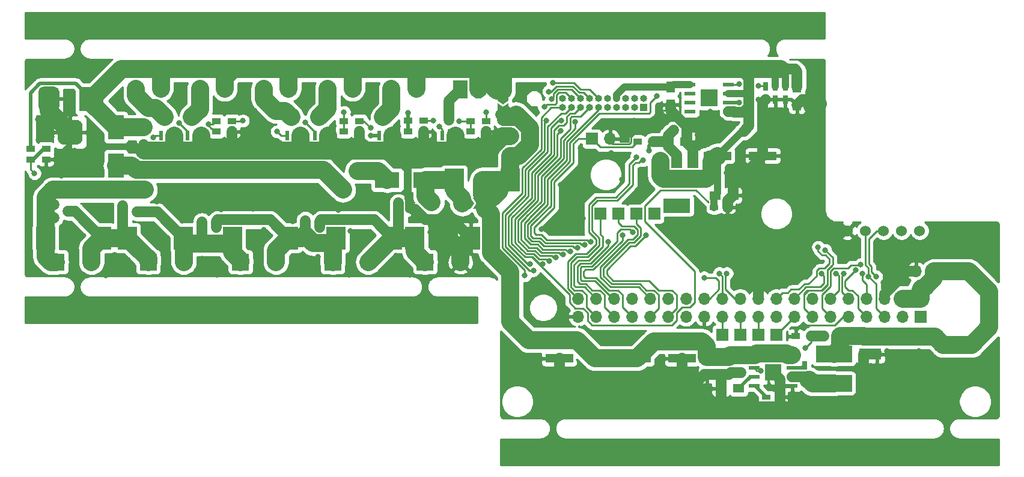
<source format=gtl>
G04 #@! TF.GenerationSoftware,KiCad,Pcbnew,(5.1.6-0-10_14)*
G04 #@! TF.CreationDate,2021-06-29T12:22:49+09:00*
G04 #@! TF.ProjectId,qPCR-root,71504352-2d72-46f6-9f74-2e6b69636164,rev?*
G04 #@! TF.SameCoordinates,Original*
G04 #@! TF.FileFunction,Copper,L1,Top*
G04 #@! TF.FilePolarity,Positive*
%FSLAX46Y46*%
G04 Gerber Fmt 4.6, Leading zero omitted, Abs format (unit mm)*
G04 Created by KiCad (PCBNEW (5.1.6-0-10_14)) date 2021-06-29 12:22:49*
%MOMM*%
%LPD*%
G01*
G04 APERTURE LIST*
G04 #@! TA.AperFunction,ComponentPad*
%ADD10O,1.700000X1.700000*%
G04 #@! TD*
G04 #@! TA.AperFunction,ComponentPad*
%ADD11R,1.700000X1.700000*%
G04 #@! TD*
G04 #@! TA.AperFunction,SMDPad,CuDef*
%ADD12R,2.700000X3.200000*%
G04 #@! TD*
G04 #@! TA.AperFunction,SMDPad,CuDef*
%ADD13R,1.250000X1.500000*%
G04 #@! TD*
G04 #@! TA.AperFunction,SMDPad,CuDef*
%ADD14R,0.750000X1.200000*%
G04 #@! TD*
G04 #@! TA.AperFunction,SMDPad,CuDef*
%ADD15R,1.500000X1.250000*%
G04 #@! TD*
G04 #@! TA.AperFunction,ComponentPad*
%ADD16R,3.500000X3.500000*%
G04 #@! TD*
G04 #@! TA.AperFunction,SMDPad,CuDef*
%ADD17C,0.100000*%
G04 #@! TD*
G04 #@! TA.AperFunction,SMDPad,CuDef*
%ADD18R,0.558800X1.320800*%
G04 #@! TD*
G04 #@! TA.AperFunction,SMDPad,CuDef*
%ADD19R,1.200000X0.900000*%
G04 #@! TD*
G04 #@! TA.AperFunction,ComponentPad*
%ADD20O,2.400000X2.400000*%
G04 #@! TD*
G04 #@! TA.AperFunction,ComponentPad*
%ADD21C,2.400000*%
G04 #@! TD*
G04 #@! TA.AperFunction,SMDPad,CuDef*
%ADD22R,1.550000X0.600000*%
G04 #@! TD*
G04 #@! TA.AperFunction,SMDPad,CuDef*
%ADD23R,1.175000X1.175000*%
G04 #@! TD*
G04 #@! TA.AperFunction,SMDPad,CuDef*
%ADD24R,3.800000X2.000000*%
G04 #@! TD*
G04 #@! TA.AperFunction,SMDPad,CuDef*
%ADD25R,1.500000X2.000000*%
G04 #@! TD*
G04 #@! TA.AperFunction,ComponentPad*
%ADD26C,2.000000*%
G04 #@! TD*
G04 #@! TA.AperFunction,ComponentPad*
%ADD27O,2.000000X2.600000*%
G04 #@! TD*
G04 #@! TA.AperFunction,ComponentPad*
%ADD28R,2.000000X2.600000*%
G04 #@! TD*
G04 #@! TA.AperFunction,SMDPad,CuDef*
%ADD29R,3.911600X1.193800*%
G04 #@! TD*
G04 #@! TA.AperFunction,SMDPad,CuDef*
%ADD30R,1.200000X0.750000*%
G04 #@! TD*
G04 #@! TA.AperFunction,SMDPad,CuDef*
%ADD31R,1.000000X1.000000*%
G04 #@! TD*
G04 #@! TA.AperFunction,SMDPad,CuDef*
%ADD32R,2.300000X3.500000*%
G04 #@! TD*
G04 #@! TA.AperFunction,SMDPad,CuDef*
%ADD33R,3.500000X2.300000*%
G04 #@! TD*
G04 #@! TA.AperFunction,SMDPad,CuDef*
%ADD34R,5.100000X2.350000*%
G04 #@! TD*
G04 #@! TA.AperFunction,SMDPad,CuDef*
%ADD35R,0.900000X0.800000*%
G04 #@! TD*
G04 #@! TA.AperFunction,ComponentPad*
%ADD36R,1.000000X1.000000*%
G04 #@! TD*
G04 #@! TA.AperFunction,ComponentPad*
%ADD37O,1.000000X1.000000*%
G04 #@! TD*
G04 #@! TA.AperFunction,ComponentPad*
%ADD38C,1.524000*%
G04 #@! TD*
G04 #@! TA.AperFunction,ComponentPad*
%ADD39R,2.400000X2.400000*%
G04 #@! TD*
G04 #@! TA.AperFunction,ViaPad*
%ADD40C,0.800000*%
G04 #@! TD*
G04 #@! TA.AperFunction,Conductor*
%ADD41C,2.540000*%
G04 #@! TD*
G04 #@! TA.AperFunction,Conductor*
%ADD42C,0.508000*%
G04 #@! TD*
G04 #@! TA.AperFunction,Conductor*
%ADD43C,1.524000*%
G04 #@! TD*
G04 #@! TA.AperFunction,Conductor*
%ADD44C,1.016000*%
G04 #@! TD*
G04 #@! TA.AperFunction,Conductor*
%ADD45C,0.250000*%
G04 #@! TD*
G04 #@! TA.AperFunction,Conductor*
%ADD46C,0.254000*%
G04 #@! TD*
G04 APERTURE END LIST*
D10*
X179230000Y-77470000D03*
X181770000Y-80010000D03*
X166530000Y-80010000D03*
X166530000Y-77470000D03*
X181770000Y-77470000D03*
X179230000Y-80010000D03*
X184310000Y-77470000D03*
D11*
X184310000Y-80010000D03*
D10*
X156370000Y-80010000D03*
X156370000Y-77470000D03*
X171610000Y-80010000D03*
X171610000Y-77470000D03*
X151290000Y-80010000D03*
X151290000Y-77470000D03*
X169070000Y-80010000D03*
X169070000Y-77470000D03*
X174150000Y-80010000D03*
X174150000Y-77470000D03*
X161450000Y-80010000D03*
X161450000Y-77470000D03*
X138590000Y-80010000D03*
X138590000Y-77470000D03*
X143670000Y-80010000D03*
X143670000Y-77470000D03*
X141130000Y-80010000D03*
X141130000Y-77470000D03*
X163990000Y-80010000D03*
X163990000Y-77470000D03*
X146210000Y-80010000D03*
X146210000Y-77470000D03*
X176690000Y-80010000D03*
X176690000Y-77470000D03*
X148750000Y-80010000D03*
X148750000Y-77470000D03*
X158910000Y-80010000D03*
X158910000Y-77470000D03*
X153830000Y-80010000D03*
X153830000Y-77470000D03*
X136050000Y-80010000D03*
X136050000Y-77470000D03*
D12*
X126505000Y-60734600D03*
X118605000Y-60734600D03*
D13*
X166905800Y-47645000D03*
X166905800Y-50145000D03*
D14*
X163883200Y-49387800D03*
X163883200Y-47487800D03*
D13*
X149125800Y-50125000D03*
X149125800Y-47625000D03*
D15*
X157884200Y-62901400D03*
X155384200Y-62901400D03*
X151264800Y-55321200D03*
X148764800Y-55321200D03*
D13*
X154203400Y-88172000D03*
X154203400Y-85672000D03*
X156032200Y-88172000D03*
X156032200Y-85672000D03*
D14*
X159029400Y-87872000D03*
X159029400Y-85972000D03*
D15*
X158704600Y-90147800D03*
X156204600Y-90147800D03*
D13*
X176326800Y-82827200D03*
X176326800Y-85327200D03*
X178155600Y-85327200D03*
X178155600Y-82827200D03*
D16*
X67500000Y-49300000D03*
G04 #@! TA.AperFunction,ComponentPad*
G36*
G01*
X60000000Y-50300000D02*
X60000000Y-48300000D01*
G75*
G02*
X60750000Y-47550000I750000J0D01*
G01*
X62250000Y-47550000D01*
G75*
G02*
X63000000Y-48300000I0J-750000D01*
G01*
X63000000Y-50300000D01*
G75*
G02*
X62250000Y-51050000I-750000J0D01*
G01*
X60750000Y-51050000D01*
G75*
G02*
X60000000Y-50300000I0J750000D01*
G01*
G37*
G04 #@! TD.AperFunction*
G04 #@! TA.AperFunction,ComponentPad*
G36*
G01*
X62750000Y-54875000D02*
X62750000Y-53125000D01*
G75*
G02*
X63625000Y-52250000I875000J0D01*
G01*
X65375000Y-52250000D01*
G75*
G02*
X66250000Y-53125000I0J-875000D01*
G01*
X66250000Y-54875000D01*
G75*
G02*
X65375000Y-55750000I-875000J0D01*
G01*
X63625000Y-55750000D01*
G75*
G02*
X62750000Y-54875000I0J875000D01*
G01*
G37*
G04 #@! TD.AperFunction*
D10*
X126540000Y-54780000D03*
D11*
X126540000Y-57320000D03*
G04 #@! TA.AperFunction,SMDPad,CuDef*
D17*
G36*
X121433000Y-64036600D02*
G01*
X120933000Y-64786600D01*
X119933000Y-64786600D01*
X119933000Y-63286600D01*
X120933000Y-63286600D01*
X121433000Y-64036600D01*
G37*
G04 #@! TD.AperFunction*
G04 #@! TA.AperFunction,SMDPad,CuDef*
G36*
X122383000Y-64786600D02*
G01*
X121233000Y-64786600D01*
X121733000Y-64036600D01*
X121233000Y-63286600D01*
X122383000Y-63286600D01*
X122383000Y-64786600D01*
G37*
G04 #@! TD.AperFunction*
D18*
X82016600Y-52256700D03*
X82956400Y-54441100D03*
X81076800Y-54441100D03*
X108026200Y-54441100D03*
X109905800Y-54441100D03*
X108966000Y-52256700D03*
X95084900Y-54441100D03*
X96964500Y-54441100D03*
X96024700Y-52256700D03*
D19*
X87307600Y-52409100D03*
X85107600Y-52409100D03*
X114307800Y-52349400D03*
X112107800Y-52349400D03*
X85107600Y-53895000D03*
X87307600Y-53895000D03*
X114295100Y-53882300D03*
X112095100Y-53882300D03*
X103052700Y-52409100D03*
X105252700Y-52409100D03*
X103040000Y-53882300D03*
X105240000Y-53882300D03*
X58900000Y-56308000D03*
X61100000Y-56308000D03*
X61100000Y-57832000D03*
X58900000Y-57832000D03*
D20*
X102946200Y-62106200D03*
D21*
X75006200Y-62106200D03*
D12*
X68950000Y-68913400D03*
X61050000Y-68913400D03*
X72550000Y-68913400D03*
X80450000Y-68913400D03*
X95288400Y-68913400D03*
X87388400Y-68913400D03*
X101993400Y-68913400D03*
X109893400Y-68913400D03*
X120950000Y-68913400D03*
X113050000Y-68913400D03*
D19*
X170747000Y-82758800D03*
X172947000Y-82758800D03*
X166747000Y-82758800D03*
X168947000Y-82758800D03*
D22*
X157261400Y-51054000D03*
X157261400Y-49784000D03*
X157261400Y-48514000D03*
X157261400Y-47244000D03*
X151861400Y-47244000D03*
X151861400Y-48514000D03*
X151861400Y-49784000D03*
X151861400Y-51054000D03*
D23*
X153973900Y-48561500D03*
X153973900Y-49736500D03*
X155148900Y-48561500D03*
X155148900Y-49736500D03*
D24*
X149960000Y-64340000D03*
D25*
X149960000Y-58040000D03*
X147660000Y-58040000D03*
X152260000Y-58040000D03*
D23*
X162957300Y-87287900D03*
X162957300Y-88462900D03*
X164132300Y-87287900D03*
X164132300Y-88462900D03*
D22*
X166244800Y-85970400D03*
X166244800Y-87240400D03*
X166244800Y-88510400D03*
X166244800Y-89780400D03*
X160844800Y-89780400D03*
X160844800Y-88510400D03*
X160844800Y-87240400D03*
X160844800Y-85970400D03*
D26*
X113280000Y-47850000D03*
X109780000Y-47850000D03*
X82780000Y-47850000D03*
X86280000Y-47850000D03*
X95280000Y-47850000D03*
X91780000Y-47850000D03*
X100780000Y-47850000D03*
X104280000Y-47850000D03*
D10*
X183692800Y-73637800D03*
D11*
X186232800Y-73637800D03*
D27*
X122040000Y-47920000D03*
D28*
X119500000Y-47920000D03*
D18*
X116916200Y-54441100D03*
X118795800Y-54441100D03*
X117856000Y-52256700D03*
D19*
X144430000Y-55340000D03*
X146630000Y-55340000D03*
X120896200Y-52409100D03*
X123096200Y-52409100D03*
X120883500Y-53882300D03*
X123083500Y-53882300D03*
D10*
X140570000Y-54920000D03*
D11*
X138030000Y-54920000D03*
X163990000Y-82550000D03*
X161450000Y-82550000D03*
X158910000Y-82550000D03*
X156370000Y-82550000D03*
D29*
X162079800Y-57327800D03*
X155679000Y-57327800D03*
D14*
X165280200Y-49387800D03*
X165280200Y-47487800D03*
D30*
X157137000Y-64592200D03*
X155237000Y-64592200D03*
X149496600Y-53746400D03*
X151396600Y-53746400D03*
D29*
X139827000Y-85906000D03*
X133426200Y-85906000D03*
X144348200Y-85906000D03*
X150749000Y-85906000D03*
D14*
X157632400Y-85972000D03*
X157632400Y-87872000D03*
D30*
X164500600Y-91367000D03*
X162600600Y-91367000D03*
D14*
X168021000Y-86886400D03*
X168021000Y-88786400D03*
D26*
X77280000Y-47850000D03*
X73780000Y-47850000D03*
G04 #@! TA.AperFunction,SMDPad,CuDef*
D17*
G36*
X125476000Y-50087600D02*
G01*
X124726000Y-49587600D01*
X124726000Y-48587600D01*
X126226000Y-48587600D01*
X126226000Y-49587600D01*
X125476000Y-50087600D01*
G37*
G04 #@! TD.AperFunction*
G04 #@! TA.AperFunction,SMDPad,CuDef*
G36*
X124726000Y-51037600D02*
G01*
X124726000Y-49887600D01*
X125476000Y-50387600D01*
X126226000Y-49887600D01*
X126226000Y-51037600D01*
X124726000Y-51037600D01*
G37*
G04 #@! TD.AperFunction*
D18*
X78232000Y-52256700D03*
X79171800Y-54441100D03*
X77292200Y-54441100D03*
X98996500Y-54441100D03*
X100876100Y-54441100D03*
X99936300Y-52256700D03*
D31*
X74879200Y-53280000D03*
X74879200Y-55780000D03*
D32*
X70942200Y-58703200D03*
X70942200Y-53303200D03*
D33*
X109187000Y-60734600D03*
X114587000Y-60734600D03*
D34*
X172110400Y-89428800D03*
X172110400Y-85278800D03*
D35*
X62220600Y-64204200D03*
X62220600Y-66104200D03*
X64220600Y-65154200D03*
X73896600Y-65230400D03*
X71896600Y-66180400D03*
X71896600Y-64280400D03*
X85074000Y-67440200D03*
X83074000Y-68390200D03*
X83074000Y-66490200D03*
X97653600Y-66464800D03*
X97653600Y-68364800D03*
X99653600Y-67414800D03*
X112760000Y-64925600D03*
X110760000Y-65875600D03*
X110760000Y-63975600D03*
D14*
X162486200Y-47487800D03*
X162486200Y-49387800D03*
D11*
X146800000Y-65500000D03*
X144280000Y-65500000D03*
X141740000Y-65500000D03*
X139200000Y-65500000D03*
D36*
X145310000Y-50500000D03*
D37*
X145310000Y-49230000D03*
X144040000Y-50500000D03*
X144040000Y-49230000D03*
X142770000Y-50500000D03*
X142770000Y-49230000D03*
X141500000Y-50500000D03*
X141500000Y-49230000D03*
X140230000Y-50500000D03*
X140230000Y-49230000D03*
X138960000Y-50500000D03*
X138960000Y-49230000D03*
X137690000Y-50500000D03*
X137690000Y-49230000D03*
X136420000Y-50500000D03*
X136420000Y-49230000D03*
X135150000Y-50500000D03*
X135150000Y-49230000D03*
X133880000Y-50500000D03*
X133880000Y-49230000D03*
D38*
X174020000Y-67890000D03*
X176560000Y-67890000D03*
X179100000Y-67890000D03*
X181640000Y-67890000D03*
X184180000Y-67890000D03*
D21*
X67500000Y-72300000D03*
D39*
X62500000Y-72300000D03*
D21*
X80500000Y-72300000D03*
D39*
X75500000Y-72300000D03*
X88500000Y-72300000D03*
D21*
X93500000Y-72300000D03*
X106500000Y-72300000D03*
D39*
X101500000Y-72300000D03*
X114500000Y-72300000D03*
D21*
X119500000Y-72300000D03*
D40*
X78700000Y-61810000D03*
X74939501Y-56571501D03*
X158777800Y-49784000D03*
X161501801Y-49352200D03*
X169852200Y-49961800D03*
X169852200Y-49961800D03*
X153520000Y-52832000D03*
X130500000Y-88000000D03*
X76740000Y-63790000D03*
X80310000Y-66530000D03*
X102270000Y-64950000D03*
X99320000Y-61910000D03*
X95870000Y-66600000D03*
X98530000Y-64110000D03*
X95890000Y-61790000D03*
X94130000Y-64130000D03*
X92050000Y-61910000D03*
X90290000Y-64810000D03*
X88620000Y-62000000D03*
X85770000Y-64880000D03*
X84450000Y-61900000D03*
X80650000Y-63810000D03*
X86840000Y-63220000D03*
X60680000Y-59250000D03*
X63230000Y-60140000D03*
X65110000Y-56560000D03*
X69270000Y-55970000D03*
X68670000Y-59870000D03*
X66430000Y-58180000D03*
X59940000Y-52220000D03*
X61930000Y-54670000D03*
X60070000Y-55090000D03*
X64770000Y-50960000D03*
X64240000Y-48660000D03*
X69360000Y-44310000D03*
X58640000Y-46030000D03*
X62310000Y-45550000D03*
X66930000Y-46510000D03*
X71170000Y-49610000D03*
X79810000Y-49050000D03*
X88600000Y-49610000D03*
X85170000Y-50170000D03*
X97890000Y-48920000D03*
X89290000Y-54460000D03*
X92420000Y-53980000D03*
X90730000Y-51780000D03*
X103590000Y-49980000D03*
X128040000Y-47510000D03*
X180640000Y-72700000D03*
X179620000Y-84830000D03*
X184090000Y-84880000D03*
X194500000Y-84500000D03*
X186730000Y-86610000D03*
X181450000Y-86660000D03*
X58740000Y-62030000D03*
X58610000Y-66480000D03*
X58570000Y-71510000D03*
X59380000Y-73710000D03*
X65050000Y-73880000D03*
X69540000Y-74190000D03*
X71330000Y-71500000D03*
X73350000Y-74030000D03*
X64810000Y-67750000D03*
X69980000Y-66200000D03*
X67620000Y-64540000D03*
X75050000Y-67070000D03*
X77750000Y-70380000D03*
X78190000Y-73760000D03*
X83090000Y-71850000D03*
X85190000Y-74130000D03*
X90830000Y-73720000D03*
X89670000Y-70080000D03*
X91750000Y-67770000D03*
X95190000Y-73820000D03*
X95950000Y-71450000D03*
X99390000Y-71580000D03*
X98280000Y-73960000D03*
X103850000Y-74130000D03*
X103990000Y-67910000D03*
X107150000Y-68490000D03*
X104500000Y-70900000D03*
X108130000Y-73930000D03*
X110380000Y-71370000D03*
X112370000Y-74110000D03*
X116580000Y-73990000D03*
X115260000Y-68070000D03*
X117000000Y-70500000D03*
X122320000Y-73500000D03*
X145450000Y-62830000D03*
X150150000Y-66560000D03*
X154990000Y-66540000D03*
X160950000Y-68450000D03*
X126270000Y-87760000D03*
X131570000Y-93540000D03*
X139480000Y-91430000D03*
X134130000Y-90630000D03*
X137080000Y-93740000D03*
X143670000Y-90630000D03*
X142670000Y-93660000D03*
X149170000Y-90390000D03*
X147660000Y-93780000D03*
X151570000Y-93500000D03*
X144070000Y-82810000D03*
X139600000Y-83130000D03*
X129290000Y-75790000D03*
X131860000Y-75220000D03*
X176560000Y-93570000D03*
X178370000Y-89070000D03*
X179940000Y-87140000D03*
X184770000Y-87570000D03*
X180060000Y-91700000D03*
X186850000Y-90340000D03*
X190560000Y-86840000D03*
X183800000Y-92210000D03*
X187570000Y-93210000D03*
X172370000Y-93630000D03*
X158140000Y-93500000D03*
X164630000Y-93570000D03*
X169010000Y-93570000D03*
X194460000Y-89220000D03*
X194500000Y-73810000D03*
X194340000Y-68180000D03*
X189280000Y-67840000D03*
X189720000Y-70950000D03*
X182930000Y-70120000D03*
X178230000Y-69970000D03*
X166560000Y-67880000D03*
X169560000Y-64770000D03*
X165460000Y-62620000D03*
X170000000Y-59240000D03*
X159010000Y-66100000D03*
X156970000Y-59760000D03*
X159610000Y-55760000D03*
X155390000Y-54990000D03*
X157840000Y-52860000D03*
X154740000Y-51120000D03*
X164130000Y-52120000D03*
X168910000Y-52440000D03*
X166070000Y-54760000D03*
X165550000Y-57800000D03*
X169750000Y-55730000D03*
X161770000Y-60570000D03*
X130890000Y-67690000D03*
X133320000Y-67030000D03*
X136730000Y-66130000D03*
X133580000Y-61390000D03*
X134930000Y-64160000D03*
X142270000Y-60680000D03*
X140770000Y-56960000D03*
X136400000Y-56280000D03*
X135850000Y-59410000D03*
X148550000Y-52590000D03*
X143960000Y-52380000D03*
X146200000Y-53730000D03*
X138440000Y-62030000D03*
X138150000Y-57680000D03*
X146040000Y-56620000D03*
X129315815Y-72578415D03*
X177003980Y-74353989D03*
X129770562Y-73493800D03*
X178062648Y-74387352D03*
X131600019Y-52312653D03*
X131304005Y-50405312D03*
X128549400Y-74218800D03*
X153822400Y-74498200D03*
X132000681Y-72143770D03*
X157021020Y-73903979D03*
X176093025Y-73903979D03*
X135984810Y-70343731D03*
X136981733Y-69893722D03*
X175200000Y-73453969D03*
X147187167Y-48881861D03*
X173510001Y-73903979D03*
X134969590Y-70793740D03*
X135661419Y-52500011D03*
X132500937Y-47000937D03*
X172400000Y-73903979D03*
X133973594Y-71243750D03*
X155969459Y-73903979D03*
X131039962Y-72593780D03*
X133693494Y-52317486D03*
X132321990Y-49324990D03*
X132980197Y-71693760D03*
X170400000Y-73903979D03*
X133655140Y-53767487D03*
X131939047Y-48255962D03*
X116484400Y-53162200D03*
X119329200Y-52400200D03*
X106887160Y-54445466D03*
X112090200Y-51231800D03*
X76250800Y-54701501D03*
X79889365Y-52714252D03*
X84014475Y-52899224D03*
X59486800Y-59791600D03*
X175835000Y-72675267D03*
X168100000Y-84400000D03*
X161769798Y-87629451D03*
X115646200Y-52349400D03*
X145634539Y-68536800D03*
X106857800Y-53390800D03*
X142295504Y-68543695D03*
X88849200Y-52374800D03*
X170887710Y-70632290D03*
X115443000Y-63855600D03*
X137884986Y-69443713D03*
X140300000Y-69443713D03*
X143734528Y-68070006D03*
X123139200Y-51181000D03*
X158777801Y-47218600D03*
X161501801Y-47472600D03*
X104978200Y-59439200D03*
X93675200Y-53898800D03*
X97612200Y-52578000D03*
X103077744Y-51155469D03*
X169887859Y-70203932D03*
X145194679Y-57924010D03*
X144270000Y-57520000D03*
D41*
X67500000Y-49300000D02*
X71690010Y-45109990D01*
X77280000Y-45297600D02*
X77092390Y-45109990D01*
X77280000Y-47850000D02*
X77280000Y-45297600D01*
X71690010Y-45109990D02*
X77092390Y-45109990D01*
X86280000Y-47850000D02*
X86280000Y-46278800D01*
X86280000Y-46278800D02*
X87448810Y-45109990D01*
X77092390Y-45109990D02*
X87448810Y-45109990D01*
X95280000Y-45762400D02*
X95932410Y-45109990D01*
X95280000Y-47850000D02*
X95280000Y-45762400D01*
X87448810Y-45109990D02*
X95932410Y-45109990D01*
X104280000Y-47850000D02*
X104280000Y-45525400D01*
X104280000Y-45525400D02*
X104695410Y-45109990D01*
X95932410Y-45109990D02*
X104695410Y-45109990D01*
X113280000Y-47850000D02*
X113280000Y-46082580D01*
X122040000Y-45513998D02*
X122040000Y-47920000D01*
X121635992Y-45109990D02*
X122040000Y-45513998D01*
X104695410Y-45109990D02*
X121635992Y-45109990D01*
X67500000Y-49300000D02*
X67500000Y-49550000D01*
D42*
X58900000Y-48447272D02*
X58900000Y-56308000D01*
X60251282Y-47095990D02*
X58900000Y-48447272D01*
X65295990Y-47095990D02*
X60251282Y-47095990D01*
X67500000Y-49300000D02*
X65295990Y-47095990D01*
D41*
X67500000Y-49861000D02*
X70942200Y-53303200D01*
X67500000Y-49300000D02*
X67500000Y-49861000D01*
X74856000Y-53303200D02*
X74879200Y-53280000D01*
X70942200Y-53303200D02*
X74856000Y-53303200D01*
X124611402Y-48085400D02*
X121635992Y-45109990D01*
D43*
X125476000Y-49087600D02*
X125476000Y-48085400D01*
D41*
X125476000Y-48085400D02*
X124611402Y-48085400D01*
D43*
X160139801Y-46345401D02*
X158904390Y-45109990D01*
X159431561Y-51146001D02*
X160139801Y-50437761D01*
X158124039Y-51146001D02*
X159431561Y-51146001D01*
X158032038Y-51054000D02*
X158124039Y-51146001D01*
X157261400Y-51054000D02*
X158032038Y-51054000D01*
D44*
X159870000Y-48514000D02*
X160139801Y-48783801D01*
D43*
X160139801Y-48783801D02*
X160139801Y-46345401D01*
X160139801Y-50437761D02*
X160139801Y-48783801D01*
D44*
X163883200Y-45872400D02*
X164645610Y-45109990D01*
X163883200Y-47487800D02*
X163883200Y-45872400D01*
D41*
X158904390Y-45109990D02*
X164645610Y-45109990D01*
D44*
X165280200Y-45744580D02*
X164645610Y-45109990D01*
X165280200Y-47487800D02*
X165280200Y-45744580D01*
D43*
X160139801Y-50437761D02*
X160139801Y-53146399D01*
X160139801Y-53146399D02*
X159438200Y-53848000D01*
D44*
X159158800Y-53848000D02*
X155679000Y-57327800D01*
X159438200Y-53848000D02*
X159158800Y-53848000D01*
X155679000Y-62606600D02*
X155384200Y-62901400D01*
X155679000Y-57327800D02*
X155679000Y-62606600D01*
X155237000Y-63048600D02*
X155384200Y-62901400D01*
X155237000Y-64592200D02*
X155237000Y-63048600D01*
D43*
X166905800Y-47645000D02*
X166905800Y-45371000D01*
X166644790Y-45109990D02*
X164645610Y-45109990D01*
X166905800Y-45371000D02*
X166644790Y-45109990D01*
X154562200Y-57327800D02*
X155679000Y-57327800D01*
D41*
X147660000Y-60136002D02*
X148083998Y-60560000D01*
X154136002Y-60560000D02*
X154860000Y-59836002D01*
X148083998Y-60560000D02*
X154136002Y-60560000D01*
X154860000Y-58146800D02*
X155679000Y-57327800D01*
X154860000Y-59836002D02*
X154860000Y-58146800D01*
X147660000Y-58040000D02*
X147660000Y-60136002D01*
D44*
X157261400Y-48514000D02*
X159870000Y-48514000D01*
D41*
X125555810Y-45109990D02*
X158904390Y-45109990D01*
X125476000Y-45189800D02*
X125555810Y-45109990D01*
X125476000Y-48085400D02*
X125476000Y-45189800D01*
X125476000Y-45189800D02*
X125396190Y-45109990D01*
X121635992Y-45109990D02*
X125396190Y-45109990D01*
X118906901Y-56571501D02*
X123669401Y-56571501D01*
X100451901Y-56571501D02*
X100345899Y-56571501D01*
X100876100Y-56147302D02*
X100451901Y-56571501D01*
X100876100Y-54441100D02*
X100876100Y-56147302D01*
X96904199Y-56571501D02*
X100345899Y-56571501D01*
X82532201Y-56571501D02*
X82057899Y-56571501D01*
X82956400Y-56147302D02*
X82532201Y-56571501D01*
X79621399Y-56571501D02*
X80121101Y-56571501D01*
X79171800Y-56121902D02*
X79621399Y-56571501D01*
X79171800Y-54441100D02*
X79171800Y-56121902D01*
X80121101Y-56571501D02*
X82057899Y-56571501D01*
X82956400Y-54441100D02*
X82956400Y-56147302D01*
D43*
X87307600Y-53895000D02*
X87307600Y-54410800D01*
X114295100Y-53882300D02*
X114295100Y-54458700D01*
X123083500Y-53882300D02*
X123083500Y-54433300D01*
D41*
X109905800Y-56147302D02*
X109481601Y-56571501D01*
X109481601Y-56571501D02*
X108969199Y-56571501D01*
X109905800Y-54441100D02*
X109905800Y-56147302D01*
X118795800Y-56460400D02*
X118906901Y-56571501D01*
X118795800Y-54441100D02*
X118795800Y-56460400D01*
D43*
X87307600Y-55690600D02*
X86426699Y-56571501D01*
X87307600Y-53895000D02*
X87307600Y-55690600D01*
D41*
X86426699Y-56571501D02*
X96904199Y-56571501D01*
X82057899Y-56571501D02*
X86426699Y-56571501D01*
D43*
X114295100Y-53882300D02*
X114295100Y-56516100D01*
X114295100Y-56516100D02*
X114239699Y-56571501D01*
D41*
X114239699Y-56571501D02*
X118906901Y-56571501D01*
D43*
X123083500Y-55985600D02*
X123669401Y-56571501D01*
X123083500Y-53882300D02*
X123083500Y-55985600D01*
D41*
X61500000Y-51000000D02*
X64500000Y-54000000D01*
X61500000Y-49300000D02*
X61500000Y-51000000D01*
D42*
X64500000Y-55540000D02*
X64500000Y-54000000D01*
X62208000Y-57832000D02*
X64500000Y-55540000D01*
X61100000Y-57832000D02*
X62208000Y-57832000D01*
D43*
X74879200Y-55780000D02*
X74879200Y-56511200D01*
D41*
X80121101Y-56571501D02*
X74939501Y-56571501D01*
X119500000Y-70363400D02*
X120950000Y-68913400D01*
X119500000Y-72300000D02*
X119500000Y-70363400D01*
X125405051Y-54579990D02*
X126540000Y-54579990D01*
X123669401Y-56315640D02*
X125405051Y-54579990D01*
X123669401Y-56571501D02*
X123669401Y-56315640D01*
D43*
X105240000Y-53882300D02*
X105240000Y-56177000D01*
D41*
X104845499Y-56571501D02*
X108969199Y-56571501D01*
D43*
X105240000Y-56177000D02*
X104845499Y-56571501D01*
D41*
X100345899Y-56571501D02*
X104845499Y-56571501D01*
D43*
X114560599Y-66351399D02*
X118387999Y-66351399D01*
X118387999Y-66351399D02*
X120950000Y-68913400D01*
X113134800Y-64925600D02*
X114560599Y-66351399D01*
X112760000Y-64925600D02*
X113134800Y-64925600D01*
D45*
X162450600Y-49352200D02*
X162486200Y-49387800D01*
X161501801Y-49352200D02*
X162450600Y-49352200D01*
D43*
X179230000Y-76853462D02*
X179230000Y-77470000D01*
X183692800Y-73637800D02*
X182445662Y-73637800D01*
D44*
X112128999Y-63338927D02*
X112128999Y-56704801D01*
X112128999Y-56704801D02*
X112262299Y-56571501D01*
D41*
X112262299Y-56571501D02*
X114239699Y-56571501D01*
X108969199Y-56571501D02*
X112262299Y-56571501D01*
D44*
X112230010Y-63439938D02*
X112128999Y-63338927D01*
X112230010Y-64909810D02*
X112230010Y-63439938D01*
X112245800Y-64925600D02*
X112230010Y-64909810D01*
X112760000Y-64925600D02*
X112245800Y-64925600D01*
D41*
X96964500Y-54441100D02*
X96964500Y-56147302D01*
X96964500Y-56147302D02*
X96904199Y-56207603D01*
X96904199Y-56207603D02*
X96904199Y-56571501D01*
D44*
X156032200Y-89975400D02*
X156204600Y-90147800D01*
D42*
X162486200Y-49387800D02*
X163883200Y-49387800D01*
X163883200Y-49387800D02*
X165280200Y-49387800D01*
X166148600Y-49387800D02*
X166905800Y-50145000D01*
X165280200Y-49387800D02*
X166148600Y-49387800D01*
D43*
X151396600Y-55189400D02*
X151264800Y-55321200D01*
X151396600Y-53746400D02*
X151396600Y-55189400D01*
X157137000Y-63648600D02*
X157884200Y-62901400D01*
X157137000Y-64592200D02*
X157137000Y-63648600D01*
X157884200Y-61523400D02*
X162079800Y-57327800D01*
X157884200Y-62901400D02*
X157884200Y-61523400D01*
X152311000Y-52832000D02*
X151396600Y-53746400D01*
X153520000Y-52832000D02*
X152311000Y-52832000D01*
X151396600Y-53208282D02*
X151396600Y-53746400D01*
X149125800Y-50937482D02*
X151396600Y-53208282D01*
X149125800Y-50125000D02*
X149125800Y-50937482D01*
X176326800Y-85327200D02*
X178155600Y-85327200D01*
X176326800Y-90669002D02*
X176326800Y-85327200D01*
X174291801Y-92704001D02*
X176326800Y-90669002D01*
X157600390Y-87904010D02*
X157332400Y-88172000D01*
X157332400Y-88172000D02*
X156032200Y-88172000D01*
X158288938Y-87872000D02*
X158256928Y-87904010D01*
X158256928Y-87904010D02*
X157600390Y-87904010D01*
X159029400Y-87872000D02*
X158288938Y-87872000D01*
X130500000Y-88000000D02*
X130899999Y-88399999D01*
X133426200Y-88073800D02*
X133100001Y-88399999D01*
X133426200Y-85906000D02*
X133426200Y-88073800D01*
X133100001Y-88399999D02*
X149899999Y-88399999D01*
X130899999Y-88399999D02*
X133100001Y-88399999D01*
X150749000Y-87550998D02*
X149899999Y-88399999D01*
X150749000Y-85906000D02*
X150749000Y-87550998D01*
X156204600Y-92295400D02*
X155795999Y-92704001D01*
X156204600Y-90147800D02*
X156204600Y-92295400D01*
X154204001Y-92704001D02*
X155795999Y-92704001D01*
X153828000Y-88172000D02*
X151750000Y-90250000D01*
X154203400Y-88172000D02*
X153828000Y-88172000D01*
X151750000Y-90250000D02*
X154204001Y-92704001D01*
X149899999Y-88399999D02*
X151750000Y-90250000D01*
X154203400Y-88172000D02*
X156032200Y-88172000D01*
X156204600Y-88344400D02*
X156032200Y-88172000D01*
X156204600Y-90147800D02*
X156204600Y-88344400D01*
X164500600Y-92499400D02*
X164295999Y-92704001D01*
X164500600Y-91367000D02*
X164500600Y-92499400D01*
X164295999Y-92704001D02*
X174291801Y-92704001D01*
X155795999Y-92704001D02*
X164295999Y-92704001D01*
X164500600Y-88831200D02*
X164132300Y-88462900D01*
D42*
X164132300Y-88462900D02*
X164132300Y-87287900D01*
X162957300Y-87287900D02*
X162957300Y-88462900D01*
X164780400Y-89780400D02*
X164500600Y-89500600D01*
X166244800Y-89780400D02*
X164780400Y-89780400D01*
D43*
X164500600Y-89500600D02*
X164500600Y-88831200D01*
X164500600Y-91367000D02*
X164500600Y-89500600D01*
D42*
X164132300Y-87287900D02*
X162957300Y-87287900D01*
D45*
X173440116Y-80010000D02*
X174150000Y-80010000D01*
X167620799Y-81185001D02*
X172265115Y-81185001D01*
X166747000Y-82058800D02*
X167620799Y-81185001D01*
X172265115Y-81185001D02*
X173440116Y-80010000D01*
X166747000Y-82758800D02*
X166747000Y-82058800D01*
D43*
X162079800Y-49794200D02*
X162486200Y-49387800D01*
X162079800Y-57327800D02*
X162079800Y-49794200D01*
D41*
X169669000Y-50145000D02*
X169852200Y-49961800D01*
D43*
X152260000Y-56316400D02*
X152260000Y-58040000D01*
X151264800Y-55321200D02*
X152260000Y-56316400D01*
X182445662Y-73637800D02*
X179230000Y-76853462D01*
X169827919Y-67890000D02*
X161450000Y-76267919D01*
X161450000Y-76267919D02*
X161450000Y-77470000D01*
X174020000Y-67890000D02*
X169827919Y-67890000D01*
D41*
X168975000Y-50145000D02*
X169669000Y-50145000D01*
D43*
X168975000Y-50145000D02*
X168875000Y-50145000D01*
X168875000Y-50145000D02*
X168087001Y-49357001D01*
X167693799Y-49357001D02*
X166905800Y-50145000D01*
X168087001Y-49357001D02*
X167693799Y-49357001D01*
D42*
X157261400Y-49784000D02*
X158777800Y-49784000D01*
D45*
X145901968Y-52233030D02*
X146434793Y-52233029D01*
X146434793Y-52233029D02*
X147730340Y-50937482D01*
X143504999Y-55425001D02*
X143504999Y-54629999D01*
X143504999Y-54629999D02*
X145901968Y-52233030D01*
X140954991Y-55644991D02*
X143285009Y-55644991D01*
X147730340Y-50937482D02*
X149125800Y-50937482D01*
X140570000Y-55260000D02*
X140954991Y-55644991D01*
X143285009Y-55644991D02*
X143504999Y-55425001D01*
X140570000Y-54920000D02*
X140570000Y-55260000D01*
D44*
X149506800Y-47244000D02*
X151861400Y-47244000D01*
X149125800Y-47625000D02*
X149506800Y-47244000D01*
X141500000Y-48712158D02*
X141500000Y-49230000D01*
X142587158Y-47625000D02*
X141500000Y-48712158D01*
X149125800Y-47625000D02*
X142587158Y-47625000D01*
D43*
X148764800Y-54478200D02*
X149496600Y-53746400D01*
X148764800Y-55321200D02*
X148764800Y-54478200D01*
X148764800Y-55988262D02*
X149960000Y-57183462D01*
X149960000Y-57183462D02*
X149960000Y-58040000D01*
X148764800Y-55321200D02*
X148764800Y-55988262D01*
X146648800Y-55321200D02*
X146630000Y-55340000D01*
X148764800Y-55321200D02*
X146648800Y-55321200D01*
D42*
X146040000Y-55930000D02*
X146648800Y-55321200D01*
X146040000Y-56620000D02*
X146040000Y-55930000D01*
D41*
X172947000Y-84442200D02*
X172947000Y-82758800D01*
X172110400Y-85278800D02*
X172947000Y-84442200D01*
X176258400Y-82758800D02*
X176326800Y-82827200D01*
X172947000Y-82758800D02*
X176258400Y-82758800D01*
X176326800Y-82827200D02*
X178155600Y-82827200D01*
X189213402Y-73637800D02*
X186232800Y-73637800D01*
X181770000Y-77470000D02*
X184310000Y-77470000D01*
X178155600Y-82827200D02*
X186327200Y-82827200D01*
X186327200Y-82827200D02*
X187500000Y-84000000D01*
X187500000Y-84000000D02*
X191500000Y-84000000D01*
X191500000Y-84000000D02*
X194000000Y-81500000D01*
X194000000Y-81500000D02*
X194000000Y-76500000D01*
X191137800Y-73637800D02*
X189213402Y-73637800D01*
X194000000Y-76500000D02*
X191137800Y-73637800D01*
X184310000Y-77470000D02*
X184310000Y-76190000D01*
X186232800Y-74531402D02*
X186232800Y-73637800D01*
X184806401Y-75957801D02*
X186232800Y-74531402D01*
X184542199Y-75957801D02*
X184806401Y-75957801D01*
X184310000Y-76190000D02*
X184542199Y-75957801D01*
X139827000Y-85906000D02*
X144348200Y-85906000D01*
X144348200Y-85906000D02*
X146761200Y-83493000D01*
X154203400Y-84161698D02*
X154203400Y-85672000D01*
X153534702Y-83493000D02*
X154203400Y-84161698D01*
X146761200Y-83493000D02*
X153534702Y-83493000D01*
X154203400Y-85672000D02*
X156032200Y-85672000D01*
X165654999Y-85470399D02*
X166244800Y-85470399D01*
X165414999Y-85230399D02*
X165654999Y-85470399D01*
X161193799Y-85230399D02*
X165414999Y-85230399D01*
X157534001Y-85470399D02*
X160953799Y-85470399D01*
X160953799Y-85470399D02*
X161193799Y-85230399D01*
X157332400Y-85672000D02*
X157534001Y-85470399D01*
X156032200Y-85672000D02*
X157332400Y-85672000D01*
D45*
X121883000Y-64036600D02*
X123203000Y-64036600D01*
D41*
X124003510Y-63236090D02*
X124999900Y-62239700D01*
X122961400Y-63236090D02*
X124003510Y-63236090D01*
D45*
X123203000Y-64036600D02*
X124999900Y-62239700D01*
X121883000Y-64036600D02*
X121883000Y-64193000D01*
X121883000Y-64193000D02*
X122310000Y-64620000D01*
X122310000Y-64620000D02*
X122610000Y-64620000D01*
X122610000Y-64620000D02*
X122440000Y-64450000D01*
X122440000Y-64450000D02*
X122630000Y-64450000D01*
X122630000Y-64450000D02*
X122720000Y-64540000D01*
D41*
X126540000Y-60699600D02*
X126505000Y-60734600D01*
X126540000Y-57320000D02*
X126540000Y-60699600D01*
X123770001Y-70950001D02*
X123770001Y-65590001D01*
X123770001Y-65590001D02*
X122961400Y-64781400D01*
X126542800Y-73722800D02*
X123770001Y-70950001D01*
X122961400Y-64781400D02*
X122961400Y-63236090D01*
X126542800Y-80749800D02*
X126542800Y-73722800D01*
X138468100Y-85906000D02*
X135902700Y-83340600D01*
X129133600Y-83340600D02*
X126542800Y-80749800D01*
X135902700Y-83340600D02*
X129133600Y-83340600D01*
X139827000Y-85906000D02*
X138468100Y-85906000D01*
D45*
X125476000Y-50537600D02*
X125951700Y-51013300D01*
D43*
X126434300Y-51495900D02*
X125951700Y-51013300D01*
X127330869Y-51495900D02*
X126434300Y-51495900D01*
X127330869Y-51495900D02*
X125381300Y-51495900D01*
X125178100Y-51495900D02*
X125381300Y-51495900D01*
X125381300Y-52283300D02*
X125374400Y-52290200D01*
X125381300Y-51495900D02*
X125381300Y-52283300D01*
X125540600Y-52290200D02*
X125598380Y-52347980D01*
X125374400Y-52290200D02*
X125540600Y-52290200D01*
X128182948Y-52347980D02*
X128495484Y-52660516D01*
X125598380Y-52347980D02*
X128182948Y-52347980D01*
D41*
X128495484Y-52660516D02*
X127330869Y-51495900D01*
X129280010Y-53445041D02*
X128495484Y-52660516D01*
X122503000Y-60846600D02*
X122503000Y-62777690D01*
X122503000Y-62777690D02*
X122961400Y-63236090D01*
X126505000Y-60734600D02*
X122615000Y-60734600D01*
X122615000Y-60734600D02*
X122503000Y-60846600D01*
X127674949Y-57320000D02*
X126540000Y-57320000D01*
X129280010Y-55714939D02*
X127674949Y-57320000D01*
X129280010Y-53445041D02*
X129280010Y-55714939D01*
D42*
X167667000Y-87240400D02*
X168021000Y-86886400D01*
X166244800Y-87240400D02*
X167667000Y-87240400D01*
D41*
X168658401Y-88956401D02*
X168489801Y-88956401D01*
X169130800Y-89428800D02*
X168658401Y-88956401D01*
X172110400Y-89428800D02*
X169130800Y-89428800D01*
D43*
X167745000Y-88510400D02*
X168021000Y-88786400D01*
X166244800Y-88510400D02*
X167745000Y-88510400D01*
D45*
X126265031Y-69916527D02*
X128926919Y-72578415D01*
X126265031Y-65861979D02*
X126265031Y-69916527D01*
X129080020Y-63046990D02*
X126265031Y-65861979D01*
X129080021Y-59490989D02*
X129080020Y-63046990D01*
X128926919Y-72578415D02*
X129315815Y-72578415D01*
X131775038Y-56795972D02*
X129080021Y-59490989D01*
X178054999Y-76547716D02*
X178054999Y-78834999D01*
X178055654Y-76547061D02*
X178054999Y-76547716D01*
X178054999Y-78834999D02*
X179230000Y-80010000D01*
X178055654Y-75405663D02*
X178055654Y-76547061D01*
X177003980Y-74353989D02*
X178055654Y-75405663D01*
X176560000Y-67890000D02*
X176560000Y-72740964D01*
X176925004Y-74275013D02*
X177003980Y-74353989D01*
X176925004Y-73105968D02*
X176925004Y-74275013D01*
X176560000Y-72740964D02*
X176925004Y-73105968D01*
X131775038Y-56795972D02*
X131775038Y-53210636D01*
X131775038Y-53210636D02*
X133660673Y-51325001D01*
X133660673Y-51325001D02*
X134324999Y-51325001D01*
X134324999Y-51325001D02*
X135150000Y-50500000D01*
X131325029Y-56609571D02*
X131306658Y-56591200D01*
X128630011Y-62860589D02*
X125815021Y-65675579D01*
X128630011Y-59304589D02*
X128630011Y-62860589D01*
X131325029Y-56609571D02*
X128630011Y-59304589D01*
X125815021Y-65675579D02*
X125815021Y-70102927D01*
X129205894Y-73493800D02*
X129770562Y-73493800D01*
X125815021Y-70102927D02*
X129205894Y-73493800D01*
X178180000Y-67890000D02*
X179100000Y-67890000D01*
X177010010Y-69059990D02*
X178180000Y-67890000D01*
X177375013Y-72919567D02*
X177010010Y-72554564D01*
X177010010Y-72554564D02*
X177010010Y-69059990D01*
X177375014Y-73699718D02*
X177375013Y-72919567D01*
X178062648Y-74387352D02*
X177375014Y-73699718D01*
X131325029Y-56609571D02*
X131325029Y-52587643D01*
X133054999Y-48745001D02*
X133054999Y-49854999D01*
X131659327Y-50049990D02*
X131304005Y-50405312D01*
X133395001Y-48404999D02*
X133054999Y-48745001D01*
X131325029Y-52587643D02*
X131600019Y-52312653D01*
X135150000Y-49230000D02*
X134324999Y-48404999D01*
X132860008Y-50049990D02*
X131659327Y-50049990D01*
X133054999Y-49854999D02*
X132860008Y-50049990D01*
X134324999Y-48404999D02*
X133395001Y-48404999D01*
X153822400Y-77462400D02*
X153830000Y-77470000D01*
X153822400Y-74498200D02*
X155488190Y-74498200D01*
X155488190Y-74498200D02*
X155919990Y-74930000D01*
X155919990Y-74930000D02*
X155919990Y-76180010D01*
X154630000Y-77470000D02*
X153830000Y-77470000D01*
X155919990Y-76180010D02*
X154630000Y-77470000D01*
X130875019Y-54897295D02*
X130875019Y-55124981D01*
X125365011Y-65409591D02*
X125365011Y-70289327D01*
X128180001Y-62594601D02*
X125365011Y-65409591D01*
X128180001Y-59070632D02*
X128180001Y-62594601D01*
X128549400Y-73473716D02*
X128549400Y-74218800D01*
X130875019Y-56375614D02*
X128180001Y-59070632D01*
X125365011Y-70289327D02*
X128549400Y-73473716D01*
X130875019Y-55124981D02*
X130875019Y-56375614D01*
X130875019Y-55124981D02*
X130875019Y-51924981D01*
X130875019Y-51924981D02*
X132300000Y-50500000D01*
X132300000Y-50500000D02*
X133880000Y-50500000D01*
X127522815Y-65877015D02*
X127165051Y-66234779D01*
X127522815Y-65877015D02*
X127408515Y-65991315D01*
X127165051Y-66234779D02*
X127165051Y-69543727D01*
X127165051Y-69543727D02*
X128061162Y-70439838D01*
X128069838Y-70439838D02*
X128791666Y-71161666D01*
X128791666Y-71161666D02*
X129829929Y-71161667D01*
X128061162Y-70439838D02*
X128069838Y-70439838D01*
X129829929Y-71161667D02*
X130349131Y-71680869D01*
X130349131Y-71680869D02*
X130537041Y-71868779D01*
X131725690Y-71868779D02*
X132000681Y-72143770D01*
X130537041Y-71868779D02*
X131725690Y-71868779D01*
X157021020Y-74058980D02*
X156820010Y-74259990D01*
X157021020Y-73903979D02*
X157021020Y-74058980D01*
X156820010Y-74259990D02*
X156820010Y-76130010D01*
X158160000Y-77470000D02*
X158910000Y-77470000D01*
X156820010Y-76130010D02*
X158160000Y-77470000D01*
X132675057Y-55824943D02*
X132675056Y-55824944D01*
X129980039Y-59863791D02*
X129980038Y-63419792D01*
X132675057Y-53709917D02*
X132675056Y-57168774D01*
X129980038Y-63419792D02*
X127522815Y-65877015D01*
X132675056Y-57168774D02*
X129980039Y-59863791D01*
X134961409Y-51325001D02*
X134486410Y-51800000D01*
X134486410Y-52597572D02*
X134041495Y-53042487D01*
X134041495Y-53042487D02*
X133342487Y-53042487D01*
X136420000Y-50500000D02*
X135594999Y-51325001D01*
X135594999Y-51325001D02*
X134961409Y-51325001D01*
X134486410Y-51800000D02*
X134486410Y-52597572D01*
X133342487Y-53042487D02*
X132675057Y-53709917D01*
X176093025Y-74873025D02*
X176690000Y-75470000D01*
X176690000Y-75470000D02*
X176690000Y-77470000D01*
X176093025Y-73903979D02*
X176093025Y-74873025D01*
X134475094Y-56388496D02*
X134475092Y-56388498D01*
X134475093Y-57914377D02*
X134475094Y-55293355D01*
X131780075Y-60609395D02*
X134475093Y-57914377D01*
X135592583Y-70343731D02*
X135317591Y-70068739D01*
X129648248Y-66297222D02*
X131780074Y-64165396D01*
X131780074Y-64165396D02*
X131780075Y-60609395D01*
X128965091Y-67000139D02*
X129648247Y-66316983D01*
X129648247Y-66316983D02*
X129648248Y-66297222D01*
X129537270Y-69361630D02*
X128965091Y-68789451D01*
X128965091Y-68789451D02*
X128965091Y-67000139D01*
X130575533Y-69361631D02*
X129537270Y-69361630D01*
X131282641Y-70068739D02*
X130575533Y-69361631D01*
X135317591Y-70068739D02*
X131282641Y-70068739D01*
X135984810Y-70343731D02*
X135592583Y-70343731D01*
X134475094Y-55293355D02*
X138960000Y-50808449D01*
X138960000Y-50808449D02*
X138960000Y-50500000D01*
X175514999Y-78834999D02*
X175514999Y-77095997D01*
X173685021Y-75785021D02*
X173685021Y-74968948D01*
X174194999Y-76294999D02*
X173685021Y-75785021D01*
X173685021Y-74968948D02*
X175200000Y-73453969D01*
X176690000Y-80010000D02*
X175514999Y-78834999D01*
X174714001Y-76294999D02*
X174194999Y-76294999D01*
X175514999Y-77095997D02*
X174714001Y-76294999D01*
X139071849Y-51333010D02*
X146061992Y-51333010D01*
X134925101Y-58100779D02*
X134925101Y-55479758D01*
X132230084Y-60795796D02*
X134925101Y-58100779D01*
X130098256Y-66483624D02*
X132230083Y-64351797D01*
X130098256Y-66503384D02*
X130098256Y-66483624D01*
X146240000Y-49829028D02*
X147187167Y-48881861D01*
X134925101Y-55479758D02*
X139071849Y-51333010D01*
X132230083Y-64351797D02*
X132230084Y-60795796D01*
X129415101Y-67186539D02*
X130098256Y-66503384D01*
X136332810Y-69618729D02*
X131469041Y-69618729D01*
X131469041Y-69618729D02*
X130761934Y-68911622D01*
X129415101Y-68603051D02*
X129415101Y-67186539D01*
X146240000Y-51155002D02*
X146240000Y-49829028D01*
X130761934Y-68911622D02*
X129723671Y-68911621D01*
X136607803Y-69893722D02*
X136332810Y-69618729D01*
X146061992Y-51333010D02*
X146240000Y-51155002D01*
X129723671Y-68911621D02*
X129415101Y-68603051D01*
X136981733Y-69893722D02*
X136607803Y-69893722D01*
X137676084Y-47946084D02*
X136408904Y-47946084D01*
X136408904Y-47946084D02*
X135517788Y-47054970D01*
X138960000Y-49230000D02*
X137676084Y-47946084D01*
X173510001Y-73989999D02*
X173235011Y-74264989D01*
X173510001Y-73903979D02*
X173510001Y-73989999D01*
X173235011Y-76555011D02*
X174150000Y-77470000D01*
X173235011Y-74264989D02*
X173235011Y-76555011D01*
X134596586Y-70793740D02*
X134969590Y-70793740D01*
X131096241Y-70518749D02*
X134321595Y-70518749D01*
X134321595Y-70518749D02*
X134596586Y-70793740D01*
X128515081Y-68975851D02*
X129350869Y-69811639D01*
X128515081Y-66813739D02*
X128515081Y-68975851D01*
X131330065Y-63978995D02*
X129198238Y-66110822D01*
X131330066Y-60422994D02*
X131330065Y-63978995D01*
X129350869Y-69811639D02*
X130389132Y-69811640D01*
X134025083Y-57727977D02*
X131330066Y-60422994D01*
X130389132Y-69811640D02*
X131096241Y-70518749D01*
X129198238Y-66110822D02*
X129198238Y-66130582D01*
X129198238Y-66130582D02*
X128515081Y-66813739D01*
X129198247Y-66130573D02*
X129198247Y-66110813D01*
X129198248Y-66110801D02*
X129198247Y-66130573D01*
X131330066Y-63978983D02*
X129198248Y-66110801D01*
X131330066Y-60422994D02*
X131330066Y-63978983D01*
X134025084Y-57727976D02*
X134025084Y-55106955D01*
X131330065Y-60422995D02*
X134025084Y-57727976D01*
X131330065Y-63978993D02*
X131330065Y-60422995D01*
X129198247Y-66110813D02*
X131330065Y-63978993D01*
X134025084Y-55106955D02*
X135661419Y-53470620D01*
X135661419Y-53470620D02*
X135661419Y-52500011D01*
X132554970Y-47054970D02*
X132500937Y-47000937D01*
X135517788Y-47054970D02*
X132554970Y-47054970D01*
X172400000Y-73903979D02*
X172503979Y-73903979D01*
X172785001Y-76294999D02*
X171610000Y-77470000D01*
X172503979Y-73903979D02*
X172785000Y-74185000D01*
X172785000Y-74185000D02*
X172785001Y-76294999D01*
X133603189Y-71243750D02*
X133973594Y-71243750D01*
X133328198Y-70968759D02*
X133603189Y-71243750D01*
X130909841Y-70968759D02*
X133328198Y-70968759D01*
X130202731Y-70261649D02*
X130909841Y-70968759D01*
X128442640Y-69539820D02*
X129164468Y-70261648D01*
X128065071Y-69170927D02*
X128433964Y-69539820D01*
X128433964Y-69539820D02*
X128442640Y-69539820D01*
X130880056Y-63792594D02*
X128748230Y-65924420D01*
X133575074Y-57541576D02*
X130880057Y-60236593D01*
X128748230Y-65924420D02*
X128748229Y-65944181D01*
X129164468Y-70261648D02*
X130202731Y-70261649D01*
X128065071Y-66627339D02*
X128065071Y-69170927D01*
X130880057Y-60236593D02*
X130880056Y-63792594D01*
X128748229Y-65944181D02*
X128065071Y-66627339D01*
X133575074Y-54920555D02*
X134936419Y-53559210D01*
X133575074Y-57541576D02*
X133575074Y-54920555D01*
X135147809Y-51775011D02*
X136414989Y-51775011D01*
X136414989Y-51775011D02*
X137690000Y-50500000D01*
X134936419Y-53559210D02*
X134936419Y-51986401D01*
X134936419Y-51986401D02*
X135147809Y-51775011D01*
X155969459Y-73903979D02*
X156370000Y-74304520D01*
X156370000Y-74304520D02*
X156370000Y-77470000D01*
X129643528Y-71611676D02*
X130625632Y-72593780D01*
X128596590Y-71611676D02*
X129643528Y-71611676D01*
X130625632Y-72593780D02*
X131039962Y-72593780D01*
X129530029Y-63233391D02*
X126715041Y-66048379D01*
X129530030Y-59677390D02*
X129530029Y-63233391D01*
X132225047Y-56982373D02*
X129530030Y-59677390D01*
X126715041Y-69730127D02*
X128596590Y-71611676D01*
X126715041Y-66048379D02*
X126715041Y-69730127D01*
X132225047Y-56982373D02*
X132225047Y-53397037D01*
X152707599Y-62155010D02*
X154403990Y-63851401D01*
X145455001Y-64389999D02*
X147689990Y-62155010D01*
X145455001Y-66610001D02*
X145455001Y-64389999D01*
X126715041Y-66048379D02*
X126715042Y-69730128D01*
X152465001Y-73620001D02*
X145455001Y-66610001D01*
X152465001Y-78034001D02*
X152465001Y-73620001D01*
X151854001Y-78645001D02*
X152465001Y-78034001D01*
X149925001Y-80574001D02*
X149925001Y-79471409D01*
X150751409Y-78645001D02*
X151854001Y-78645001D01*
X149314001Y-81185001D02*
X149925001Y-80574001D01*
X137414999Y-80574001D02*
X138025999Y-81185001D01*
X149925001Y-79471409D02*
X150751409Y-78645001D01*
X129530030Y-59677392D02*
X129530029Y-63233391D01*
X137414999Y-79471409D02*
X137414999Y-80574001D01*
X136774992Y-78831402D02*
X137414999Y-79471409D01*
X147689990Y-62155010D02*
X152707599Y-62155010D01*
X138025999Y-81185001D02*
X149314001Y-81185001D01*
X135672400Y-78831402D02*
X136774992Y-78831402D01*
X134874999Y-76931409D02*
X134874999Y-78034001D01*
X129555265Y-71611675D02*
X134874999Y-76931409D01*
X134874999Y-78034001D02*
X135672400Y-78831402D01*
X128596589Y-71611675D02*
X129555265Y-71611675D01*
X126715042Y-69730128D02*
X128596589Y-71611675D01*
X132225047Y-56982373D02*
X129530030Y-59677392D01*
X133304598Y-52317486D02*
X133693494Y-52317486D01*
X132225047Y-53397037D02*
X133304598Y-52317486D01*
X136420000Y-49230000D02*
X135144989Y-47954989D01*
X133208601Y-47954989D02*
X132604990Y-48558600D01*
X132604990Y-49041990D02*
X132321990Y-49324990D01*
X135144989Y-47954989D02*
X133208601Y-47954989D01*
X132604990Y-48558600D02*
X132604990Y-49041990D01*
X132623673Y-71693760D02*
X132980197Y-71693760D01*
X130723441Y-71418769D02*
X132348682Y-71418769D01*
X130016330Y-70711658D02*
X130723441Y-71418769D01*
X128256239Y-69989829D02*
X128978067Y-70711657D01*
X128247562Y-69989828D02*
X128256239Y-69989829D01*
X127615061Y-66440939D02*
X127615061Y-69357327D01*
X128298220Y-65738020D02*
X128298220Y-65757780D01*
X133125065Y-57355175D02*
X130430048Y-60050192D01*
X132348682Y-71418769D02*
X132623673Y-71693760D01*
X128298220Y-65757780D02*
X127615061Y-66440939D01*
X128978067Y-70711657D02*
X130016330Y-70711658D01*
X127615061Y-69357327D02*
X128247562Y-69989828D01*
X130430047Y-63606193D02*
X128298220Y-65738020D01*
X130430048Y-60050192D02*
X130430047Y-63606193D01*
X133125065Y-57355175D02*
X133125065Y-57355173D01*
X133125065Y-57355173D02*
X133125066Y-54700000D01*
X133125066Y-54297561D02*
X133655140Y-53767487D01*
X133125066Y-54700000D02*
X133125066Y-54297561D01*
X166530000Y-77470000D02*
X168155011Y-75844989D01*
X170155011Y-75844989D02*
X170740979Y-75259021D01*
X168155011Y-75844989D02*
X170155011Y-75844989D01*
X170740979Y-74244958D02*
X170400000Y-73903979D01*
X170740979Y-75259021D02*
X170740979Y-74244958D01*
X137690000Y-49230000D02*
X136864999Y-48404999D01*
X136864999Y-48404999D02*
X136231409Y-48404999D01*
X136231409Y-48404999D02*
X135331389Y-47504979D01*
X133295021Y-47504979D02*
X133022200Y-47504980D01*
X135331389Y-47504979D02*
X133295021Y-47504979D01*
X133022200Y-47504980D02*
X132271218Y-48255962D01*
X132271218Y-48255962D02*
X131939047Y-48255962D01*
X116916200Y-53594000D02*
X116484400Y-53162200D01*
X116916200Y-54441100D02*
X116916200Y-53594000D01*
X120887300Y-52400200D02*
X120896200Y-52409100D01*
X119329200Y-52400200D02*
X120887300Y-52400200D01*
X120883500Y-52421800D02*
X120896200Y-52409100D01*
X120883500Y-53882300D02*
X120883500Y-52421800D01*
D42*
X112107800Y-53869600D02*
X112095100Y-53882300D01*
X112107800Y-52349400D02*
X112107800Y-53869600D01*
X106891526Y-54441100D02*
X106887160Y-54445466D01*
X108026200Y-54441100D02*
X106891526Y-54441100D01*
X112090200Y-52331800D02*
X112107800Y-52349400D01*
X112090200Y-51231800D02*
X112090200Y-52331800D01*
D45*
X76511201Y-54441100D02*
X76250800Y-54701501D01*
X77292200Y-54441100D02*
X76511201Y-54441100D01*
X81076800Y-53901687D02*
X81076800Y-54441100D01*
X79889365Y-52714252D02*
X81076800Y-53901687D01*
X84617476Y-52899224D02*
X85107600Y-52409100D01*
X84014475Y-52899224D02*
X84617476Y-52899224D01*
X85107600Y-53895000D02*
X84883000Y-53895000D01*
X84883000Y-53895000D02*
X84404200Y-53416200D01*
X84404200Y-53416200D02*
X84378800Y-53416200D01*
X84014475Y-53051875D02*
X84014475Y-52899224D01*
X84378800Y-53416200D02*
X84014475Y-53051875D01*
D42*
X60767202Y-56308000D02*
X59243202Y-57832000D01*
X59243202Y-57832000D02*
X58900000Y-57832000D01*
X61100000Y-56308000D02*
X60767202Y-56308000D01*
D45*
X58900000Y-57832000D02*
X58900000Y-59204800D01*
X58900000Y-59204800D02*
X59486800Y-59791600D01*
X170434999Y-76905999D02*
X171640998Y-75700000D01*
X174078978Y-73178978D02*
X174528988Y-72728968D01*
X174528988Y-72728968D02*
X175548001Y-72728968D01*
X171640998Y-75700000D02*
X171640998Y-73589979D01*
X171640998Y-73589979D02*
X172051999Y-73178978D01*
X172051999Y-73178978D02*
X174078978Y-73178978D01*
X171610000Y-80010000D02*
X170434999Y-78834999D01*
X170434999Y-78834999D02*
X170434999Y-76905999D01*
X175781299Y-72728968D02*
X175835000Y-72675267D01*
X175548001Y-72728968D02*
X175781299Y-72728968D01*
D43*
X168947000Y-82758800D02*
X170714990Y-82758800D01*
D45*
X168947000Y-83553000D02*
X168100000Y-84400000D01*
X168947000Y-82758800D02*
X168947000Y-83553000D01*
X161233851Y-87629451D02*
X160844800Y-87240400D01*
X161769798Y-87629451D02*
X161233851Y-87629451D01*
D43*
X85268799Y-66351399D02*
X92726399Y-66351399D01*
X85074000Y-66546198D02*
X85268799Y-66351399D01*
X92726399Y-66351399D02*
X95288400Y-68913400D01*
X85074000Y-67440200D02*
X85074000Y-66546198D01*
D41*
X93500000Y-70701800D02*
X95288400Y-68913400D01*
X93500000Y-72300000D02*
X93500000Y-70701800D01*
D43*
X97653600Y-66464800D02*
X97653600Y-68364800D01*
D41*
X97105000Y-68913400D02*
X97550331Y-68468069D01*
X95288400Y-68913400D02*
X97105000Y-68913400D01*
X98729072Y-69646810D02*
X97550331Y-68468069D01*
X101259990Y-69646810D02*
X98729072Y-69646810D01*
X101993400Y-68913400D02*
X101259990Y-69646810D01*
X101500000Y-69406800D02*
X101993400Y-68913400D01*
X101500000Y-72300000D02*
X101500000Y-69406800D01*
X109780000Y-50691941D02*
X108590620Y-51881321D01*
X109780000Y-47850000D02*
X109780000Y-50691941D01*
X82780000Y-50742541D02*
X81641220Y-51881321D01*
X82780000Y-47850000D02*
X82780000Y-50742541D01*
X91780000Y-49264213D02*
X93477087Y-50961300D01*
X91780000Y-47850000D02*
X91780000Y-49264213D01*
X94729300Y-50961300D02*
X95649320Y-51881320D01*
X93477087Y-50961300D02*
X94729300Y-50961300D01*
D45*
X114307800Y-52349400D02*
X115646200Y-52349400D01*
X144151160Y-70020179D02*
X145634539Y-68536800D01*
X143472800Y-70020179D02*
X144151160Y-70020179D01*
X140100020Y-73392959D02*
X143472800Y-70020179D01*
X146060381Y-74944969D02*
X140986021Y-74944969D01*
X149314001Y-76294999D02*
X147410411Y-76294999D01*
X140100020Y-74058968D02*
X140100020Y-73392959D01*
X148750000Y-80010000D02*
X149925001Y-78834999D01*
X147410411Y-76294999D02*
X146060381Y-74944969D01*
X140986021Y-74944969D02*
X140100020Y-74058968D01*
X149925001Y-76905999D02*
X149314001Y-76294999D01*
X149925001Y-78834999D02*
X149925001Y-76905999D01*
X105252700Y-52409100D02*
X105876100Y-52409100D01*
X105876100Y-52409100D02*
X106857800Y-53390800D01*
X137108213Y-73391787D02*
X138191962Y-73391787D01*
X136850050Y-74250050D02*
X136850050Y-73649950D01*
X140426821Y-76294999D02*
X138626781Y-74494959D01*
X138191962Y-73391787D02*
X142295504Y-69288245D01*
X138626781Y-74494959D02*
X137094959Y-74494959D01*
X136850050Y-73649950D02*
X137108213Y-73391787D01*
X143670000Y-80010000D02*
X142305001Y-78645001D01*
X137094959Y-74494959D02*
X136850050Y-74250050D01*
X142305001Y-76905999D02*
X141694001Y-76294999D01*
X142295504Y-69288245D02*
X142295504Y-68543695D01*
X141694001Y-76294999D02*
X140426821Y-76294999D01*
X142305001Y-78645001D02*
X142305001Y-76905999D01*
X88814900Y-52409100D02*
X88849200Y-52374800D01*
X87307600Y-52409100D02*
X88814900Y-52409100D01*
X169070000Y-80010000D02*
X167894999Y-78834999D01*
X167894999Y-78834999D02*
X167894999Y-76905999D01*
X167894999Y-76905999D02*
X168505999Y-76294999D01*
X168505999Y-76294999D02*
X170409589Y-76294999D01*
X170409589Y-76294999D02*
X171190988Y-75513600D01*
X171190989Y-73403578D02*
X171865599Y-72728968D01*
X171190988Y-75513600D02*
X171190989Y-73403578D01*
X171190989Y-75445421D02*
X171190989Y-73403578D01*
X168341411Y-76294999D02*
X170341412Y-76294998D01*
X170341412Y-76294998D02*
X171190989Y-75445421D01*
X167894999Y-76741411D02*
X168341411Y-76294999D01*
X167894999Y-78834999D02*
X167894999Y-76741411D01*
X171929087Y-72665481D02*
X171722284Y-72872284D01*
X171929087Y-71673667D02*
X171929087Y-72665481D01*
X170887710Y-70632290D02*
X171929087Y-71673667D01*
X171190989Y-73403578D02*
X171722284Y-72872284D01*
D41*
X73196241Y-58703200D02*
X73804552Y-59311511D01*
X100151511Y-59311511D02*
X102946200Y-62106200D01*
X73804552Y-59311511D02*
X100151511Y-59311511D01*
X70942200Y-58703200D02*
X73196241Y-58703200D01*
X114587000Y-60734600D02*
X118605000Y-60734600D01*
X119762990Y-63366590D02*
X119762990Y-64036600D01*
X118605000Y-62208600D02*
X119762990Y-63366590D01*
X118605000Y-60734600D02*
X118605000Y-62208600D01*
X114587000Y-62999600D02*
X115443000Y-63855600D01*
X114587000Y-60734600D02*
X114587000Y-62999600D01*
D45*
X139765001Y-78645001D02*
X139765001Y-76905999D01*
X141130000Y-80010000D02*
X139765001Y-78645001D01*
X136294979Y-75394979D02*
X135950030Y-75050030D01*
X139765001Y-76905999D02*
X139154001Y-76294999D01*
X139154001Y-76294999D02*
X138051409Y-76294999D01*
X137151389Y-75394979D02*
X136294979Y-75394979D01*
X136408231Y-72491769D02*
X135950030Y-72949970D01*
X137819160Y-72491769D02*
X136408231Y-72491769D01*
X140300000Y-70010929D02*
X137819160Y-72491769D01*
X140300000Y-69443713D02*
X140300000Y-70010929D01*
X135950030Y-72949970D02*
X135950030Y-75050030D01*
X138051409Y-76294999D02*
X137151389Y-75394979D01*
X137604726Y-69443713D02*
X137884986Y-69443713D01*
X135375111Y-58287179D02*
X132680093Y-60982197D01*
X129865111Y-67434889D02*
X129865111Y-68165111D01*
X136768721Y-69168721D02*
X137329734Y-69168721D01*
X136768719Y-69168719D02*
X136768721Y-69168721D01*
X131655441Y-69168719D02*
X136768719Y-69168719D01*
X129865111Y-68165111D02*
X130161612Y-68461612D01*
X132680092Y-64619908D02*
X129865111Y-67434889D01*
X130161612Y-68461612D02*
X130948335Y-68461613D01*
X130948335Y-68461613D02*
X131655441Y-69168719D01*
X132680093Y-60982197D02*
X132680092Y-64619908D01*
X137329734Y-69168721D02*
X137604726Y-69443713D01*
X135375111Y-58287179D02*
X135375111Y-55666158D01*
X135770635Y-55270634D02*
X135420635Y-55620634D01*
X136121269Y-54920000D02*
X135770635Y-55270634D01*
X138030000Y-54920000D02*
X136121269Y-54920000D01*
X139205001Y-56095001D02*
X138030000Y-54920000D01*
X143674999Y-56095001D02*
X139205001Y-56095001D01*
X144430000Y-55340000D02*
X143674999Y-56095001D01*
X123096200Y-52409100D02*
X123096200Y-51224000D01*
X141570503Y-68195694D02*
X141570503Y-69376836D01*
X138440381Y-74944969D02*
X140965412Y-77470000D01*
X138005561Y-72941778D02*
X136594631Y-72941779D01*
X143734528Y-68070006D02*
X143334529Y-67670007D01*
X136594631Y-72941779D02*
X136400040Y-73136370D01*
X143334529Y-67670007D02*
X142096190Y-67670007D01*
X141570503Y-69376836D02*
X138005561Y-72941778D01*
X136400040Y-73136370D02*
X136400040Y-74800040D01*
X136400040Y-74800040D02*
X136544969Y-74944969D01*
X136544969Y-74944969D02*
X138440381Y-74944969D01*
X140965412Y-77470000D02*
X141130000Y-77470000D01*
X123096200Y-51224000D02*
X123139200Y-51181000D01*
X142096190Y-67670007D02*
X141570503Y-68195694D01*
D43*
X107331399Y-66351399D02*
X109893400Y-68913400D01*
X99873799Y-66351399D02*
X107331399Y-66351399D01*
X99653600Y-66571598D02*
X99873799Y-66351399D01*
X99653600Y-67414800D02*
X99653600Y-66571598D01*
D41*
X106506800Y-72300000D02*
X109893400Y-68913400D01*
X106500000Y-72300000D02*
X106506800Y-72300000D01*
D43*
X110760000Y-68046800D02*
X109893400Y-68913400D01*
X110760000Y-65875600D02*
X110760000Y-68046800D01*
X110760000Y-63975600D02*
X110760000Y-65875600D01*
D41*
X109893400Y-68913400D02*
X113050000Y-68913400D01*
X113050000Y-70850000D02*
X114500000Y-72300000D01*
X113050000Y-68913400D02*
X113050000Y-70850000D01*
D45*
X158910000Y-80010000D02*
X158910000Y-82550000D01*
X145690000Y-76950000D02*
X146210000Y-77470000D01*
X146210000Y-77470000D02*
X144584989Y-75844989D01*
X139200000Y-73020159D02*
X143100000Y-69120159D01*
X144459529Y-68418007D02*
X144459529Y-67722005D01*
X143100000Y-69120159D02*
X143757377Y-69120159D01*
X143757377Y-69120159D02*
X144459529Y-68418007D01*
X144459529Y-67722005D02*
X143957521Y-67219997D01*
X140613221Y-75844989D02*
X139200000Y-74431768D01*
X139200000Y-74431768D02*
X139200000Y-73020159D01*
X144584989Y-75844989D02*
X140613221Y-75844989D01*
X142219997Y-67219997D02*
X143957521Y-67219997D01*
X141740000Y-66740000D02*
X142219997Y-67219997D01*
X141740000Y-65500000D02*
X141740000Y-66740000D01*
X146774001Y-76294999D02*
X145671409Y-76294999D01*
X147385001Y-78834999D02*
X147385001Y-76905999D01*
X147385001Y-76905999D02*
X146774001Y-76294999D01*
X146210000Y-80010000D02*
X147385001Y-78834999D01*
X145671409Y-76294999D02*
X144771389Y-75394979D01*
X140799621Y-75394979D02*
X139650010Y-74245368D01*
X144771389Y-75394979D02*
X140799621Y-75394979D01*
X144909539Y-67535605D02*
X144909538Y-68604408D01*
X144280000Y-66906066D02*
X144909539Y-67535605D01*
X144280000Y-65500000D02*
X144280000Y-66906066D01*
X143943777Y-69570169D02*
X143286400Y-69570169D01*
X144909538Y-68604408D02*
X143943777Y-69570169D01*
X143286400Y-69570169D02*
X139650010Y-73206559D01*
X139650010Y-73206559D02*
X139650010Y-74245368D01*
X139200000Y-68412905D02*
X139200000Y-65500000D01*
X139510006Y-68722911D02*
X139200000Y-68412905D01*
X139510006Y-70164515D02*
X137632760Y-72041759D01*
X139510006Y-68722911D02*
X139510006Y-70164515D01*
X136158241Y-72041759D02*
X135500020Y-72699980D01*
X137632760Y-72041759D02*
X136158241Y-72041759D01*
X135500020Y-75600020D02*
X135744989Y-75844989D01*
X135500020Y-72699980D02*
X135500020Y-75600020D01*
X136964989Y-75844989D02*
X138590000Y-77470000D01*
X135744989Y-75844989D02*
X136964989Y-75844989D01*
X161450000Y-80010000D02*
X161450000Y-82550000D01*
X156370000Y-80010000D02*
X156370000Y-82550000D01*
X163990000Y-82550000D02*
X166530000Y-80010000D01*
D41*
X75537391Y-50539991D02*
X73780000Y-48782600D01*
X73780000Y-48782600D02*
X73780000Y-47850000D01*
X76515291Y-50539991D02*
X75537391Y-50539991D01*
X77856620Y-51881320D02*
X76515291Y-50539991D01*
X100780000Y-50662241D02*
X99560920Y-51881321D01*
X100780000Y-47850000D02*
X100780000Y-50662241D01*
D45*
X158752401Y-47244000D02*
X158777801Y-47218600D01*
X157261400Y-47244000D02*
X158752401Y-47244000D01*
X162471000Y-47472600D02*
X162486200Y-47487800D01*
X161501801Y-47472600D02*
X162471000Y-47472600D01*
D41*
X67500000Y-70363400D02*
X68950000Y-68913400D01*
X67500000Y-72300000D02*
X67500000Y-70363400D01*
D43*
X65190800Y-65154200D02*
X68950000Y-68913400D01*
X64220600Y-65154200D02*
X65190800Y-65154200D01*
X71896600Y-68260000D02*
X72550000Y-68913400D01*
X71896600Y-66180400D02*
X71896600Y-68260000D01*
X71896600Y-66180400D02*
X71896600Y-64338210D01*
D41*
X74000000Y-70363400D02*
X72550000Y-68913400D01*
X68950000Y-68913400D02*
X72550000Y-68913400D01*
X75500000Y-71863400D02*
X74000000Y-70363400D01*
X75500000Y-72300000D02*
X75500000Y-71863400D01*
X62103000Y-62106200D02*
X61050000Y-63159200D01*
X75006200Y-62106200D02*
X62103000Y-62106200D01*
X62500000Y-72300000D02*
X61781200Y-72300000D01*
X61050000Y-71568800D02*
X61050000Y-68913400D01*
X61781200Y-72300000D02*
X61050000Y-71568800D01*
D43*
X62095000Y-64204200D02*
X61050000Y-63159200D01*
X62220600Y-64204200D02*
X62095000Y-64204200D01*
X61864200Y-66104200D02*
X61050000Y-66918400D01*
X62220600Y-66104200D02*
X61864200Y-66104200D01*
D41*
X61050000Y-66918400D02*
X61050000Y-68913400D01*
X61050000Y-63159200D02*
X61050000Y-66918400D01*
X107891600Y-59439200D02*
X109187000Y-60734600D01*
X104978200Y-59439200D02*
X107891600Y-59439200D01*
D43*
X76767000Y-65230400D02*
X80450000Y-68913400D01*
X73896600Y-65230400D02*
X76767000Y-65230400D01*
D41*
X80500000Y-68963400D02*
X80450000Y-68913400D01*
X80500000Y-72300000D02*
X80500000Y-68963400D01*
X86839199Y-69462601D02*
X87388400Y-68913400D01*
X80450000Y-68913400D02*
X80999201Y-69462601D01*
D43*
X83074000Y-66642600D02*
X83074000Y-68542600D01*
X83074000Y-68390200D02*
X83074000Y-69138802D01*
D41*
X81208810Y-69672210D02*
X80999201Y-69462601D01*
X86629590Y-69672210D02*
X81208810Y-69672210D01*
X87388400Y-68913400D02*
X86629590Y-69672210D01*
X88500000Y-72300000D02*
X88500000Y-72069400D01*
X88500000Y-72069400D02*
X87299800Y-70869200D01*
X87299800Y-69002000D02*
X87388400Y-68913400D01*
X87299800Y-70869200D02*
X87299800Y-69002000D01*
D42*
X161014000Y-89780400D02*
X162600600Y-91367000D01*
X160844800Y-89780400D02*
X161014000Y-89780400D01*
X160342000Y-88510400D02*
X158704600Y-90147800D01*
X160844800Y-88510400D02*
X160342000Y-88510400D01*
D45*
X95084900Y-54441100D02*
X94217500Y-54441100D01*
X94217500Y-54441100D02*
X93675200Y-53898800D01*
X103040000Y-52421800D02*
X103052700Y-52409100D01*
X103040000Y-53882300D02*
X103040000Y-52421800D01*
X98996500Y-53962300D02*
X97612200Y-52578000D01*
X98996500Y-54441100D02*
X98996500Y-53962300D01*
X103052700Y-52409100D02*
X103052700Y-51180513D01*
X103052700Y-51180513D02*
X103077744Y-51155469D01*
X164839999Y-76620001D02*
X163990000Y-77470000D01*
X165640997Y-76620001D02*
X164839999Y-76620001D01*
X166079990Y-76181008D02*
X165640997Y-76620001D01*
X167968611Y-75394979D02*
X167182582Y-76181008D01*
X168532000Y-75394979D02*
X167968611Y-75394979D01*
X170051999Y-73178978D02*
X169674999Y-73555978D01*
X169674999Y-74251980D02*
X168532000Y-75394979D01*
X170779179Y-73178978D02*
X170051999Y-73178978D01*
X167182582Y-76181008D02*
X166079990Y-76181008D01*
X171479077Y-71909077D02*
X171479078Y-72479079D01*
X171479078Y-72479079D02*
X170779179Y-73178978D01*
X169887859Y-70769617D02*
X170475533Y-71357291D01*
X169674999Y-73555978D02*
X169674999Y-74251980D01*
X169887859Y-70203932D02*
X169887859Y-70769617D01*
X170927291Y-71357291D02*
X171479077Y-71909077D01*
X170475533Y-71357291D02*
X170927291Y-71357291D01*
D43*
X117856000Y-49564000D02*
X119500000Y-47920000D01*
X117856000Y-52256700D02*
X117856000Y-49564000D01*
D45*
X145190669Y-57920000D02*
X145194679Y-57924010D01*
X144943002Y-57920000D02*
X145190669Y-57920000D01*
X143768205Y-58658205D02*
X144181409Y-58245001D01*
X143768205Y-61398205D02*
X143768205Y-58658205D01*
X138804988Y-63610010D02*
X141556400Y-63610010D01*
X144618001Y-58245001D02*
X144943002Y-57920000D01*
X138024999Y-67874314D02*
X138024999Y-64389999D01*
X139059997Y-69978114D02*
X139059997Y-68909312D01*
X141556400Y-63610010D02*
X143768205Y-61398205D01*
X137446361Y-71591750D02*
X139059997Y-69978114D01*
X135880991Y-71591751D02*
X137446361Y-71591750D01*
X135050010Y-72422732D02*
X135880991Y-71591751D01*
X138024999Y-64389999D02*
X138804988Y-63610010D01*
X135511409Y-76294999D02*
X135050010Y-75833600D01*
X135050010Y-75833600D02*
X135050010Y-72422732D01*
X137225001Y-78645001D02*
X137225001Y-76905999D01*
X136614001Y-76294999D02*
X135511409Y-76294999D01*
X139059997Y-68909312D02*
X138024999Y-67874314D01*
X144181409Y-58245001D02*
X144618001Y-58245001D01*
X137225001Y-76905999D02*
X136614001Y-76294999D01*
X138590000Y-80010000D02*
X137225001Y-78645001D01*
X141370000Y-63160000D02*
X143290000Y-61240000D01*
X137574990Y-64203598D02*
X138618588Y-63160000D01*
X135694591Y-71141741D02*
X137259960Y-71141741D01*
X138618588Y-63160000D02*
X141370000Y-63160000D01*
X134600000Y-72236332D02*
X135694591Y-71141741D01*
X137574989Y-68060714D02*
X137574990Y-64203598D01*
X138609987Y-69095712D02*
X137574989Y-68060714D01*
X137259960Y-71141741D02*
X138609987Y-69791714D01*
X143290000Y-58500000D02*
X144270000Y-57520000D01*
X136050000Y-77470000D02*
X134600000Y-76020000D01*
X143290000Y-61240000D02*
X143290000Y-58500000D01*
X134600000Y-76020000D02*
X134600000Y-72236332D01*
X138609987Y-69791714D02*
X138609987Y-69095712D01*
D46*
G36*
X125189244Y-82103356D02*
G01*
X125261945Y-82163020D01*
X127720389Y-84621465D01*
X127780044Y-84694156D01*
X128070118Y-84932213D01*
X128401061Y-85109106D01*
X128760155Y-85218036D01*
X129040018Y-85245600D01*
X129040027Y-85245600D01*
X129133599Y-85254816D01*
X129227171Y-85245600D01*
X130838582Y-85245600D01*
X130832328Y-85309100D01*
X130835400Y-85620250D01*
X130994150Y-85779000D01*
X133299200Y-85779000D01*
X133299200Y-85759000D01*
X133553200Y-85759000D01*
X133553200Y-85779000D01*
X133573200Y-85779000D01*
X133573200Y-86033000D01*
X133553200Y-86033000D01*
X133553200Y-86979150D01*
X133711950Y-87137900D01*
X135382000Y-87140972D01*
X135506482Y-87128712D01*
X135626180Y-87092402D01*
X135736494Y-87033437D01*
X135833185Y-86954085D01*
X135912537Y-86857394D01*
X135971502Y-86747080D01*
X136007812Y-86627382D01*
X136020072Y-86502900D01*
X136017000Y-86191750D01*
X135858252Y-86033002D01*
X135901026Y-86033002D01*
X137054889Y-87186865D01*
X137114544Y-87259556D01*
X137404618Y-87497613D01*
X137735561Y-87674506D01*
X138094655Y-87783436D01*
X138374518Y-87811000D01*
X138374527Y-87811000D01*
X138468099Y-87820216D01*
X138561671Y-87811000D01*
X144254620Y-87811000D01*
X144348200Y-87820217D01*
X144441780Y-87811000D01*
X144441782Y-87811000D01*
X144721645Y-87783436D01*
X145080739Y-87674506D01*
X145411682Y-87497613D01*
X145701756Y-87259556D01*
X145761420Y-87186855D01*
X145807303Y-87140972D01*
X146304000Y-87140972D01*
X146428482Y-87128712D01*
X146548180Y-87092402D01*
X146658494Y-87033437D01*
X146755185Y-86954085D01*
X146834537Y-86857394D01*
X146893502Y-86747080D01*
X146929812Y-86627382D01*
X146942072Y-86502900D01*
X148155128Y-86502900D01*
X148167388Y-86627382D01*
X148203698Y-86747080D01*
X148262663Y-86857394D01*
X148342015Y-86954085D01*
X148438706Y-87033437D01*
X148549020Y-87092402D01*
X148668718Y-87128712D01*
X148793200Y-87140972D01*
X150463250Y-87137900D01*
X150622000Y-86979150D01*
X150622000Y-86033000D01*
X148316950Y-86033000D01*
X148158200Y-86191750D01*
X148155128Y-86502900D01*
X146942072Y-86502900D01*
X146942072Y-86006204D01*
X147550277Y-85398000D01*
X148156006Y-85398000D01*
X148158200Y-85620250D01*
X148316950Y-85779000D01*
X150622000Y-85779000D01*
X150622000Y-85759000D01*
X150876000Y-85759000D01*
X150876000Y-85779000D01*
X150896000Y-85779000D01*
X150896000Y-86033000D01*
X150876000Y-86033000D01*
X150876000Y-86979150D01*
X151034750Y-87137900D01*
X152704800Y-87140972D01*
X152829282Y-87128712D01*
X152936069Y-87096319D01*
X153003071Y-87151305D01*
X152988898Y-87177820D01*
X152952588Y-87297518D01*
X152940328Y-87422000D01*
X152943400Y-87886250D01*
X153102150Y-88045000D01*
X154076400Y-88045000D01*
X154076400Y-88025000D01*
X154330400Y-88025000D01*
X154330400Y-88045000D01*
X155905200Y-88045000D01*
X155905200Y-88025000D01*
X156159200Y-88025000D01*
X156159200Y-88045000D01*
X156179200Y-88045000D01*
X156179200Y-88299000D01*
X156159200Y-88299000D01*
X156159200Y-88319000D01*
X155905200Y-88319000D01*
X155905200Y-88299000D01*
X154330400Y-88299000D01*
X154330400Y-89398250D01*
X154489150Y-89557000D01*
X154816865Y-89559968D01*
X154819600Y-89862050D01*
X154978350Y-90020800D01*
X156077600Y-90020800D01*
X156077600Y-90000800D01*
X156331600Y-90000800D01*
X156331600Y-90020800D01*
X156351600Y-90020800D01*
X156351600Y-90274800D01*
X156331600Y-90274800D01*
X156331600Y-91249050D01*
X156490350Y-91407800D01*
X156954600Y-91410872D01*
X157079082Y-91398612D01*
X157198780Y-91362302D01*
X157309094Y-91303337D01*
X157405785Y-91223985D01*
X157454600Y-91164504D01*
X157503415Y-91223985D01*
X157600106Y-91303337D01*
X157710420Y-91362302D01*
X157830118Y-91398612D01*
X157954600Y-91410872D01*
X159454600Y-91410872D01*
X159579082Y-91398612D01*
X159698780Y-91362302D01*
X159809094Y-91303337D01*
X159905785Y-91223985D01*
X159985137Y-91127294D01*
X160044102Y-91016980D01*
X160080412Y-90897282D01*
X160092672Y-90772800D01*
X160092672Y-90718472D01*
X160694837Y-90718472D01*
X161362528Y-91386163D01*
X161362528Y-91742000D01*
X161374788Y-91866482D01*
X161411098Y-91986180D01*
X161470063Y-92096494D01*
X161549415Y-92193185D01*
X161646106Y-92272537D01*
X161756420Y-92331502D01*
X161876118Y-92367812D01*
X162000600Y-92380072D01*
X163200600Y-92380072D01*
X163325082Y-92367812D01*
X163444780Y-92331502D01*
X163550600Y-92274939D01*
X163656420Y-92331502D01*
X163776118Y-92367812D01*
X163900600Y-92380072D01*
X164214850Y-92377000D01*
X164373600Y-92218250D01*
X164373600Y-91494000D01*
X164627600Y-91494000D01*
X164627600Y-92218250D01*
X164786350Y-92377000D01*
X165100600Y-92380072D01*
X165225082Y-92367812D01*
X165344780Y-92331502D01*
X165455094Y-92272537D01*
X165551785Y-92193185D01*
X165631137Y-92096494D01*
X165690102Y-91986180D01*
X165726412Y-91866482D01*
X165735513Y-91774070D01*
X189706099Y-91774070D01*
X189706099Y-92225930D01*
X189794253Y-92669106D01*
X189967171Y-93086569D01*
X190218211Y-93462277D01*
X190537723Y-93781789D01*
X190913431Y-94032829D01*
X191330894Y-94205747D01*
X191774070Y-94293901D01*
X192225930Y-94293901D01*
X192669106Y-94205747D01*
X193086569Y-94032829D01*
X193462277Y-93781789D01*
X193781789Y-93462277D01*
X194032829Y-93086569D01*
X194205747Y-92669106D01*
X194293901Y-92225930D01*
X194293901Y-91774070D01*
X194205747Y-91330894D01*
X194032829Y-90913431D01*
X193781789Y-90537723D01*
X193462277Y-90218211D01*
X193086569Y-89967171D01*
X192669106Y-89794253D01*
X192225930Y-89706099D01*
X191774070Y-89706099D01*
X191330894Y-89794253D01*
X190913431Y-89967171D01*
X190537723Y-90218211D01*
X190218211Y-90537723D01*
X189967171Y-90913431D01*
X189794253Y-91330894D01*
X189706099Y-91774070D01*
X165735513Y-91774070D01*
X165738672Y-91742000D01*
X165735600Y-91652750D01*
X165576850Y-91494000D01*
X164627600Y-91494000D01*
X164373600Y-91494000D01*
X164353600Y-91494000D01*
X164353600Y-91240000D01*
X164373600Y-91240000D01*
X164373600Y-90515750D01*
X164627600Y-90515750D01*
X164627600Y-91240000D01*
X165576850Y-91240000D01*
X165735600Y-91081250D01*
X165738672Y-90992000D01*
X165726412Y-90867518D01*
X165690102Y-90747820D01*
X165673730Y-90717192D01*
X165959050Y-90715400D01*
X166117800Y-90556650D01*
X166117800Y-89907400D01*
X164993550Y-89907400D01*
X164834800Y-90066150D01*
X164831728Y-90080400D01*
X164843988Y-90204882D01*
X164880298Y-90324580D01*
X164897049Y-90355918D01*
X164786350Y-90357000D01*
X164627600Y-90515750D01*
X164373600Y-90515750D01*
X164214850Y-90357000D01*
X163900600Y-90353928D01*
X163776118Y-90366188D01*
X163656420Y-90402498D01*
X163550600Y-90459061D01*
X163444780Y-90402498D01*
X163325082Y-90366188D01*
X163200600Y-90353928D01*
X162844763Y-90353928D01*
X162257872Y-89767037D01*
X162257872Y-89677448D01*
X162369800Y-89688472D01*
X162671550Y-89685400D01*
X162830300Y-89526650D01*
X162830300Y-89050400D01*
X162906728Y-89050400D01*
X162918988Y-89174882D01*
X162955298Y-89294580D01*
X163014263Y-89404894D01*
X163084300Y-89490235D01*
X163084300Y-89526650D01*
X163243050Y-89685400D01*
X163544800Y-89688472D01*
X163846550Y-89685400D01*
X164005300Y-89526650D01*
X164005300Y-89490235D01*
X164075337Y-89404894D01*
X164134302Y-89294580D01*
X164170612Y-89174882D01*
X164182872Y-89050400D01*
X164179800Y-88748650D01*
X164021050Y-88589900D01*
X163068550Y-88589900D01*
X162909800Y-88748650D01*
X162906728Y-89050400D01*
X162830300Y-89050400D01*
X162830300Y-88589900D01*
X162810300Y-88589900D01*
X162810300Y-88371650D01*
X162830300Y-88351650D01*
X162830300Y-87875400D01*
X162906728Y-87875400D01*
X162909800Y-88177150D01*
X163068550Y-88335900D01*
X163084300Y-88335900D01*
X163084300Y-88351650D01*
X163243050Y-88510400D01*
X163544800Y-88513472D01*
X163846550Y-88510400D01*
X164005300Y-88351650D01*
X164005300Y-88335900D01*
X164021050Y-88335900D01*
X164179800Y-88177150D01*
X164182872Y-87875400D01*
X164179800Y-87573650D01*
X164021050Y-87414900D01*
X164005300Y-87414900D01*
X164005300Y-87399150D01*
X163846550Y-87240400D01*
X163544800Y-87237328D01*
X163243050Y-87240400D01*
X163084300Y-87399150D01*
X163084300Y-87414900D01*
X163068550Y-87414900D01*
X162909800Y-87573650D01*
X162906728Y-87875400D01*
X162830300Y-87875400D01*
X162830300Y-87399150D01*
X162810300Y-87379150D01*
X162810300Y-87160900D01*
X162830300Y-87160900D01*
X162830300Y-87140900D01*
X163048550Y-87140900D01*
X163068550Y-87160900D01*
X164021050Y-87160900D01*
X164041050Y-87140900D01*
X164259300Y-87140900D01*
X164259300Y-87160900D01*
X164279300Y-87160900D01*
X164279300Y-87379150D01*
X164259300Y-87399150D01*
X164259300Y-88351650D01*
X164279300Y-88371650D01*
X164279300Y-88589900D01*
X164259300Y-88589900D01*
X164259300Y-89526650D01*
X164418050Y-89685400D01*
X164719800Y-89688472D01*
X164844282Y-89676212D01*
X164963980Y-89639902D01*
X164974454Y-89634304D01*
X164993550Y-89653400D01*
X165435446Y-89653400D01*
X165464913Y-89677583D01*
X165707605Y-89807304D01*
X165970940Y-89887186D01*
X166176175Y-89907400D01*
X166371800Y-89907400D01*
X166371800Y-90556650D01*
X166530550Y-90715400D01*
X167019800Y-90718472D01*
X167144282Y-90706212D01*
X167263980Y-90669902D01*
X167374294Y-90610937D01*
X167441245Y-90555992D01*
X167704778Y-90696854D01*
X167717583Y-90709659D01*
X167777244Y-90782356D01*
X168067318Y-91020413D01*
X168398261Y-91197306D01*
X168757355Y-91306236D01*
X169037218Y-91333800D01*
X169037219Y-91333800D01*
X169130799Y-91343017D01*
X169224379Y-91333800D01*
X172203982Y-91333800D01*
X172483845Y-91306236D01*
X172696025Y-91241872D01*
X174660400Y-91241872D01*
X174784882Y-91229612D01*
X174904580Y-91193302D01*
X175014894Y-91134337D01*
X175111585Y-91054985D01*
X175190937Y-90958294D01*
X175249902Y-90847980D01*
X175286212Y-90728282D01*
X175298472Y-90603800D01*
X175298472Y-88253800D01*
X175286212Y-88129318D01*
X175249902Y-88009620D01*
X175190937Y-87899306D01*
X175111585Y-87802615D01*
X175014894Y-87723263D01*
X174904580Y-87664298D01*
X174784882Y-87627988D01*
X174660400Y-87615728D01*
X172696025Y-87615728D01*
X172483845Y-87551364D01*
X172203982Y-87523800D01*
X169915640Y-87523800D01*
X169721883Y-87364788D01*
X169390940Y-87187895D01*
X169034072Y-87079640D01*
X169034072Y-86813423D01*
X169109215Y-86904985D01*
X169205906Y-86984337D01*
X169316220Y-87043302D01*
X169435918Y-87079612D01*
X169560400Y-87091872D01*
X171524779Y-87091872D01*
X171736955Y-87156235D01*
X172110400Y-87193017D01*
X172483845Y-87156235D01*
X172696021Y-87091872D01*
X174660400Y-87091872D01*
X174784882Y-87079612D01*
X174904580Y-87043302D01*
X175014894Y-86984337D01*
X175111585Y-86904985D01*
X175190937Y-86808294D01*
X175249902Y-86697980D01*
X175286212Y-86578282D01*
X175288097Y-86559145D01*
X175347306Y-86607737D01*
X175457620Y-86666702D01*
X175577318Y-86703012D01*
X175701800Y-86715272D01*
X176041050Y-86712200D01*
X176199800Y-86553450D01*
X176199800Y-85454200D01*
X176453800Y-85454200D01*
X176453800Y-86553450D01*
X176612550Y-86712200D01*
X176951800Y-86715272D01*
X177076282Y-86703012D01*
X177195980Y-86666702D01*
X177241200Y-86642531D01*
X177286420Y-86666702D01*
X177406118Y-86703012D01*
X177530600Y-86715272D01*
X177869850Y-86712200D01*
X178028600Y-86553450D01*
X178028600Y-85454200D01*
X178282600Y-85454200D01*
X178282600Y-86553450D01*
X178441350Y-86712200D01*
X178780600Y-86715272D01*
X178905082Y-86703012D01*
X179024780Y-86666702D01*
X179135094Y-86607737D01*
X179231785Y-86528385D01*
X179311137Y-86431694D01*
X179370102Y-86321380D01*
X179406412Y-86201682D01*
X179418672Y-86077200D01*
X179415600Y-85612950D01*
X179256850Y-85454200D01*
X178282600Y-85454200D01*
X178028600Y-85454200D01*
X176453800Y-85454200D01*
X176199800Y-85454200D01*
X176179800Y-85454200D01*
X176179800Y-85200200D01*
X176199800Y-85200200D01*
X176199800Y-85180200D01*
X176453800Y-85180200D01*
X176453800Y-85200200D01*
X178028600Y-85200200D01*
X178028600Y-85180200D01*
X178282600Y-85180200D01*
X178282600Y-85200200D01*
X179256850Y-85200200D01*
X179415600Y-85041450D01*
X179417646Y-84732200D01*
X185538125Y-84732200D01*
X186086784Y-85280860D01*
X186146444Y-85353556D01*
X186416164Y-85574909D01*
X186436518Y-85591613D01*
X186767460Y-85768506D01*
X186851037Y-85793859D01*
X187126555Y-85877436D01*
X187406418Y-85905000D01*
X187406420Y-85905000D01*
X187500000Y-85914217D01*
X187593580Y-85905000D01*
X191406420Y-85905000D01*
X191500000Y-85914217D01*
X191593580Y-85905000D01*
X191593582Y-85905000D01*
X191873445Y-85877436D01*
X192232539Y-85768506D01*
X192563482Y-85591613D01*
X192853556Y-85353556D01*
X192913220Y-85280855D01*
X195280860Y-82913216D01*
X195315001Y-82885198D01*
X195315001Y-93966485D01*
X195305778Y-94060546D01*
X195288194Y-94118787D01*
X195259635Y-94172500D01*
X195221183Y-94219646D01*
X195174310Y-94258423D01*
X195120796Y-94287358D01*
X195062677Y-94305349D01*
X194970855Y-94315000D01*
X189766353Y-94315000D01*
X189732362Y-94318348D01*
X189721985Y-94318348D01*
X189712473Y-94319347D01*
X189557314Y-94336751D01*
X189496609Y-94349655D01*
X189435684Y-94361718D01*
X189426547Y-94364546D01*
X189277723Y-94411756D01*
X189220622Y-94436230D01*
X189163259Y-94459873D01*
X189154846Y-94464421D01*
X189018026Y-94539638D01*
X188966795Y-94574717D01*
X188915085Y-94609073D01*
X188907716Y-94615169D01*
X188788112Y-94715529D01*
X188744671Y-94759890D01*
X188700620Y-94803635D01*
X188694575Y-94811046D01*
X188596742Y-94932726D01*
X188562720Y-94984717D01*
X188528030Y-95036147D01*
X188523539Y-95044592D01*
X188451204Y-95182957D01*
X188427956Y-95240499D01*
X188403888Y-95297753D01*
X188401123Y-95306909D01*
X188357040Y-95456690D01*
X188345401Y-95517703D01*
X188332923Y-95578491D01*
X188331989Y-95588010D01*
X188317838Y-95743500D01*
X188318272Y-95805591D01*
X188317839Y-95867672D01*
X188318772Y-95877190D01*
X188335093Y-96032467D01*
X188347571Y-96093252D01*
X188359209Y-96154263D01*
X188361974Y-96163419D01*
X188408142Y-96312569D01*
X188432208Y-96369818D01*
X188455461Y-96427371D01*
X188459951Y-96435816D01*
X188534212Y-96573158D01*
X188568923Y-96624619D01*
X188602923Y-96676577D01*
X188608968Y-96683989D01*
X188708491Y-96804291D01*
X188752526Y-96848020D01*
X188795984Y-96892398D01*
X188803354Y-96898495D01*
X188924347Y-96997174D01*
X188976032Y-97031513D01*
X189027285Y-97066607D01*
X189035699Y-97071156D01*
X189173556Y-97144456D01*
X189230955Y-97168114D01*
X189288022Y-97192573D01*
X189297151Y-97195399D01*
X189297157Y-97195401D01*
X189297163Y-97195402D01*
X189446628Y-97240528D01*
X189507517Y-97252584D01*
X189568256Y-97265495D01*
X189577768Y-97266495D01*
X189733155Y-97281731D01*
X189733163Y-97281731D01*
X189766353Y-97285000D01*
X195315000Y-97285000D01*
X195315001Y-100915000D01*
X125185000Y-100915000D01*
X125185000Y-97285000D01*
X130733647Y-97285000D01*
X130767638Y-97281652D01*
X130778015Y-97281652D01*
X130787527Y-97280653D01*
X130942686Y-97263249D01*
X131003397Y-97250344D01*
X131064316Y-97238282D01*
X131073452Y-97235454D01*
X131222277Y-97188244D01*
X131279345Y-97163784D01*
X131336741Y-97140128D01*
X131345154Y-97135579D01*
X131481974Y-97060362D01*
X131533190Y-97025294D01*
X131584915Y-96990927D01*
X131592284Y-96984831D01*
X131711888Y-96884471D01*
X131755310Y-96840130D01*
X131799380Y-96796366D01*
X131805425Y-96788954D01*
X131903258Y-96667274D01*
X131937270Y-96615299D01*
X131971970Y-96563853D01*
X131976460Y-96555409D01*
X132048796Y-96417043D01*
X132072060Y-96359464D01*
X132096112Y-96302246D01*
X132098877Y-96293090D01*
X132142960Y-96143310D01*
X132154600Y-96082289D01*
X132167077Y-96021508D01*
X132168011Y-96011990D01*
X132182162Y-95856499D01*
X132181728Y-95794408D01*
X132182083Y-95743500D01*
X132817838Y-95743500D01*
X132818272Y-95805591D01*
X132817839Y-95867672D01*
X132818772Y-95877190D01*
X132835093Y-96032467D01*
X132847571Y-96093252D01*
X132859209Y-96154263D01*
X132861974Y-96163419D01*
X132908142Y-96312569D01*
X132932208Y-96369818D01*
X132955461Y-96427371D01*
X132959951Y-96435816D01*
X133034212Y-96573158D01*
X133068923Y-96624619D01*
X133102923Y-96676577D01*
X133108968Y-96683989D01*
X133208491Y-96804291D01*
X133252526Y-96848020D01*
X133295984Y-96892398D01*
X133303354Y-96898495D01*
X133424347Y-96997174D01*
X133476032Y-97031513D01*
X133527285Y-97066607D01*
X133535699Y-97071156D01*
X133673556Y-97144456D01*
X133730955Y-97168114D01*
X133788022Y-97192573D01*
X133797151Y-97195399D01*
X133797157Y-97195401D01*
X133797163Y-97195402D01*
X133946628Y-97240528D01*
X134007517Y-97252584D01*
X134068256Y-97265495D01*
X134077768Y-97266495D01*
X134233155Y-97281731D01*
X134233163Y-97281731D01*
X134266353Y-97285000D01*
X186233647Y-97285000D01*
X186267638Y-97281652D01*
X186278015Y-97281652D01*
X186287527Y-97280653D01*
X186442686Y-97263249D01*
X186503397Y-97250344D01*
X186564316Y-97238282D01*
X186573452Y-97235454D01*
X186722277Y-97188244D01*
X186779345Y-97163784D01*
X186836741Y-97140128D01*
X186845154Y-97135579D01*
X186981974Y-97060362D01*
X187033190Y-97025294D01*
X187084915Y-96990927D01*
X187092284Y-96984831D01*
X187211888Y-96884471D01*
X187255310Y-96840130D01*
X187299380Y-96796366D01*
X187305425Y-96788954D01*
X187403258Y-96667274D01*
X187437270Y-96615299D01*
X187471970Y-96563853D01*
X187476460Y-96555409D01*
X187548796Y-96417043D01*
X187572060Y-96359464D01*
X187596112Y-96302246D01*
X187598877Y-96293090D01*
X187642960Y-96143310D01*
X187654600Y-96082289D01*
X187667077Y-96021508D01*
X187668011Y-96011990D01*
X187682162Y-95856499D01*
X187681728Y-95794408D01*
X187682161Y-95732328D01*
X187681228Y-95722809D01*
X187664907Y-95567533D01*
X187652423Y-95506719D01*
X187640790Y-95445736D01*
X187638026Y-95436580D01*
X187591857Y-95287431D01*
X187567801Y-95230203D01*
X187544539Y-95172629D01*
X187540049Y-95164184D01*
X187465788Y-95026842D01*
X187431087Y-94975396D01*
X187397077Y-94923423D01*
X187391032Y-94916011D01*
X187291509Y-94795708D01*
X187247435Y-94751941D01*
X187204015Y-94707602D01*
X187196646Y-94701505D01*
X187075652Y-94602825D01*
X187023937Y-94568466D01*
X186972715Y-94533393D01*
X186964302Y-94528844D01*
X186826444Y-94455544D01*
X186769029Y-94431879D01*
X186711978Y-94407427D01*
X186702846Y-94404600D01*
X186702840Y-94404598D01*
X186553372Y-94359472D01*
X186492476Y-94347414D01*
X186431744Y-94334505D01*
X186422232Y-94333505D01*
X186266845Y-94318269D01*
X186266837Y-94318269D01*
X186233647Y-94315000D01*
X134266353Y-94315000D01*
X134232362Y-94318348D01*
X134221985Y-94318348D01*
X134212473Y-94319347D01*
X134057314Y-94336751D01*
X133996609Y-94349655D01*
X133935684Y-94361718D01*
X133926547Y-94364546D01*
X133777723Y-94411756D01*
X133720622Y-94436230D01*
X133663259Y-94459873D01*
X133654846Y-94464421D01*
X133518026Y-94539638D01*
X133466795Y-94574717D01*
X133415085Y-94609073D01*
X133407716Y-94615169D01*
X133288112Y-94715529D01*
X133244671Y-94759890D01*
X133200620Y-94803635D01*
X133194575Y-94811046D01*
X133096742Y-94932726D01*
X133062720Y-94984717D01*
X133028030Y-95036147D01*
X133023539Y-95044592D01*
X132951204Y-95182957D01*
X132927956Y-95240499D01*
X132903888Y-95297753D01*
X132901123Y-95306909D01*
X132857040Y-95456690D01*
X132845401Y-95517703D01*
X132832923Y-95578491D01*
X132831989Y-95588010D01*
X132817838Y-95743500D01*
X132182083Y-95743500D01*
X132182161Y-95732328D01*
X132181228Y-95722809D01*
X132164907Y-95567533D01*
X132152423Y-95506719D01*
X132140790Y-95445736D01*
X132138026Y-95436580D01*
X132091857Y-95287431D01*
X132067801Y-95230203D01*
X132044539Y-95172629D01*
X132040049Y-95164184D01*
X131965788Y-95026842D01*
X131931087Y-94975396D01*
X131897077Y-94923423D01*
X131891032Y-94916011D01*
X131791509Y-94795708D01*
X131747435Y-94751941D01*
X131704015Y-94707602D01*
X131696646Y-94701505D01*
X131575652Y-94602825D01*
X131523937Y-94568466D01*
X131472715Y-94533393D01*
X131464302Y-94528844D01*
X131326444Y-94455544D01*
X131269029Y-94431879D01*
X131211978Y-94407427D01*
X131202846Y-94404600D01*
X131202840Y-94404598D01*
X131053372Y-94359472D01*
X130992476Y-94347414D01*
X130931744Y-94334505D01*
X130922232Y-94333505D01*
X130766845Y-94318269D01*
X130766837Y-94318269D01*
X130733647Y-94315000D01*
X125533505Y-94315000D01*
X125439454Y-94305778D01*
X125381213Y-94288194D01*
X125327500Y-94259635D01*
X125280354Y-94221183D01*
X125241577Y-94174310D01*
X125212642Y-94120796D01*
X125194651Y-94062677D01*
X125185000Y-93970855D01*
X125185000Y-91774070D01*
X125206099Y-91774070D01*
X125206099Y-92225930D01*
X125294253Y-92669106D01*
X125467171Y-93086569D01*
X125718211Y-93462277D01*
X126037723Y-93781789D01*
X126413431Y-94032829D01*
X126830894Y-94205747D01*
X127274070Y-94293901D01*
X127725930Y-94293901D01*
X128169106Y-94205747D01*
X128586569Y-94032829D01*
X128962277Y-93781789D01*
X129281789Y-93462277D01*
X129532829Y-93086569D01*
X129705747Y-92669106D01*
X129793901Y-92225930D01*
X129793901Y-91774070D01*
X129705747Y-91330894D01*
X129532829Y-90913431D01*
X129438863Y-90772800D01*
X154816528Y-90772800D01*
X154828788Y-90897282D01*
X154865098Y-91016980D01*
X154924063Y-91127294D01*
X155003415Y-91223985D01*
X155100106Y-91303337D01*
X155210420Y-91362302D01*
X155330118Y-91398612D01*
X155454600Y-91410872D01*
X155918850Y-91407800D01*
X156077600Y-91249050D01*
X156077600Y-90274800D01*
X154978350Y-90274800D01*
X154819600Y-90433550D01*
X154816528Y-90772800D01*
X129438863Y-90772800D01*
X129281789Y-90537723D01*
X128962277Y-90218211D01*
X128586569Y-89967171D01*
X128169106Y-89794253D01*
X127725930Y-89706099D01*
X127274070Y-89706099D01*
X126830894Y-89794253D01*
X126413431Y-89967171D01*
X126037723Y-90218211D01*
X125718211Y-90537723D01*
X125467171Y-90913431D01*
X125294253Y-91330894D01*
X125206099Y-91774070D01*
X125185000Y-91774070D01*
X125185000Y-88922000D01*
X152940328Y-88922000D01*
X152952588Y-89046482D01*
X152988898Y-89166180D01*
X153047863Y-89276494D01*
X153127215Y-89373185D01*
X153223906Y-89452537D01*
X153334220Y-89511502D01*
X153453918Y-89547812D01*
X153578400Y-89560072D01*
X153917650Y-89557000D01*
X154076400Y-89398250D01*
X154076400Y-88299000D01*
X153102150Y-88299000D01*
X152943400Y-88457750D01*
X152940328Y-88922000D01*
X125185000Y-88922000D01*
X125185000Y-86502900D01*
X130832328Y-86502900D01*
X130844588Y-86627382D01*
X130880898Y-86747080D01*
X130939863Y-86857394D01*
X131019215Y-86954085D01*
X131115906Y-87033437D01*
X131226220Y-87092402D01*
X131345918Y-87128712D01*
X131470400Y-87140972D01*
X133140450Y-87137900D01*
X133299200Y-86979150D01*
X133299200Y-86033000D01*
X130994150Y-86033000D01*
X130835400Y-86191750D01*
X130832328Y-86502900D01*
X125185000Y-86502900D01*
X125185000Y-82098185D01*
X125189244Y-82103356D01*
G37*
X125189244Y-82103356D02*
X125261945Y-82163020D01*
X127720389Y-84621465D01*
X127780044Y-84694156D01*
X128070118Y-84932213D01*
X128401061Y-85109106D01*
X128760155Y-85218036D01*
X129040018Y-85245600D01*
X129040027Y-85245600D01*
X129133599Y-85254816D01*
X129227171Y-85245600D01*
X130838582Y-85245600D01*
X130832328Y-85309100D01*
X130835400Y-85620250D01*
X130994150Y-85779000D01*
X133299200Y-85779000D01*
X133299200Y-85759000D01*
X133553200Y-85759000D01*
X133553200Y-85779000D01*
X133573200Y-85779000D01*
X133573200Y-86033000D01*
X133553200Y-86033000D01*
X133553200Y-86979150D01*
X133711950Y-87137900D01*
X135382000Y-87140972D01*
X135506482Y-87128712D01*
X135626180Y-87092402D01*
X135736494Y-87033437D01*
X135833185Y-86954085D01*
X135912537Y-86857394D01*
X135971502Y-86747080D01*
X136007812Y-86627382D01*
X136020072Y-86502900D01*
X136017000Y-86191750D01*
X135858252Y-86033002D01*
X135901026Y-86033002D01*
X137054889Y-87186865D01*
X137114544Y-87259556D01*
X137404618Y-87497613D01*
X137735561Y-87674506D01*
X138094655Y-87783436D01*
X138374518Y-87811000D01*
X138374527Y-87811000D01*
X138468099Y-87820216D01*
X138561671Y-87811000D01*
X144254620Y-87811000D01*
X144348200Y-87820217D01*
X144441780Y-87811000D01*
X144441782Y-87811000D01*
X144721645Y-87783436D01*
X145080739Y-87674506D01*
X145411682Y-87497613D01*
X145701756Y-87259556D01*
X145761420Y-87186855D01*
X145807303Y-87140972D01*
X146304000Y-87140972D01*
X146428482Y-87128712D01*
X146548180Y-87092402D01*
X146658494Y-87033437D01*
X146755185Y-86954085D01*
X146834537Y-86857394D01*
X146893502Y-86747080D01*
X146929812Y-86627382D01*
X146942072Y-86502900D01*
X148155128Y-86502900D01*
X148167388Y-86627382D01*
X148203698Y-86747080D01*
X148262663Y-86857394D01*
X148342015Y-86954085D01*
X148438706Y-87033437D01*
X148549020Y-87092402D01*
X148668718Y-87128712D01*
X148793200Y-87140972D01*
X150463250Y-87137900D01*
X150622000Y-86979150D01*
X150622000Y-86033000D01*
X148316950Y-86033000D01*
X148158200Y-86191750D01*
X148155128Y-86502900D01*
X146942072Y-86502900D01*
X146942072Y-86006204D01*
X147550277Y-85398000D01*
X148156006Y-85398000D01*
X148158200Y-85620250D01*
X148316950Y-85779000D01*
X150622000Y-85779000D01*
X150622000Y-85759000D01*
X150876000Y-85759000D01*
X150876000Y-85779000D01*
X150896000Y-85779000D01*
X150896000Y-86033000D01*
X150876000Y-86033000D01*
X150876000Y-86979150D01*
X151034750Y-87137900D01*
X152704800Y-87140972D01*
X152829282Y-87128712D01*
X152936069Y-87096319D01*
X153003071Y-87151305D01*
X152988898Y-87177820D01*
X152952588Y-87297518D01*
X152940328Y-87422000D01*
X152943400Y-87886250D01*
X153102150Y-88045000D01*
X154076400Y-88045000D01*
X154076400Y-88025000D01*
X154330400Y-88025000D01*
X154330400Y-88045000D01*
X155905200Y-88045000D01*
X155905200Y-88025000D01*
X156159200Y-88025000D01*
X156159200Y-88045000D01*
X156179200Y-88045000D01*
X156179200Y-88299000D01*
X156159200Y-88299000D01*
X156159200Y-88319000D01*
X155905200Y-88319000D01*
X155905200Y-88299000D01*
X154330400Y-88299000D01*
X154330400Y-89398250D01*
X154489150Y-89557000D01*
X154816865Y-89559968D01*
X154819600Y-89862050D01*
X154978350Y-90020800D01*
X156077600Y-90020800D01*
X156077600Y-90000800D01*
X156331600Y-90000800D01*
X156331600Y-90020800D01*
X156351600Y-90020800D01*
X156351600Y-90274800D01*
X156331600Y-90274800D01*
X156331600Y-91249050D01*
X156490350Y-91407800D01*
X156954600Y-91410872D01*
X157079082Y-91398612D01*
X157198780Y-91362302D01*
X157309094Y-91303337D01*
X157405785Y-91223985D01*
X157454600Y-91164504D01*
X157503415Y-91223985D01*
X157600106Y-91303337D01*
X157710420Y-91362302D01*
X157830118Y-91398612D01*
X157954600Y-91410872D01*
X159454600Y-91410872D01*
X159579082Y-91398612D01*
X159698780Y-91362302D01*
X159809094Y-91303337D01*
X159905785Y-91223985D01*
X159985137Y-91127294D01*
X160044102Y-91016980D01*
X160080412Y-90897282D01*
X160092672Y-90772800D01*
X160092672Y-90718472D01*
X160694837Y-90718472D01*
X161362528Y-91386163D01*
X161362528Y-91742000D01*
X161374788Y-91866482D01*
X161411098Y-91986180D01*
X161470063Y-92096494D01*
X161549415Y-92193185D01*
X161646106Y-92272537D01*
X161756420Y-92331502D01*
X161876118Y-92367812D01*
X162000600Y-92380072D01*
X163200600Y-92380072D01*
X163325082Y-92367812D01*
X163444780Y-92331502D01*
X163550600Y-92274939D01*
X163656420Y-92331502D01*
X163776118Y-92367812D01*
X163900600Y-92380072D01*
X164214850Y-92377000D01*
X164373600Y-92218250D01*
X164373600Y-91494000D01*
X164627600Y-91494000D01*
X164627600Y-92218250D01*
X164786350Y-92377000D01*
X165100600Y-92380072D01*
X165225082Y-92367812D01*
X165344780Y-92331502D01*
X165455094Y-92272537D01*
X165551785Y-92193185D01*
X165631137Y-92096494D01*
X165690102Y-91986180D01*
X165726412Y-91866482D01*
X165735513Y-91774070D01*
X189706099Y-91774070D01*
X189706099Y-92225930D01*
X189794253Y-92669106D01*
X189967171Y-93086569D01*
X190218211Y-93462277D01*
X190537723Y-93781789D01*
X190913431Y-94032829D01*
X191330894Y-94205747D01*
X191774070Y-94293901D01*
X192225930Y-94293901D01*
X192669106Y-94205747D01*
X193086569Y-94032829D01*
X193462277Y-93781789D01*
X193781789Y-93462277D01*
X194032829Y-93086569D01*
X194205747Y-92669106D01*
X194293901Y-92225930D01*
X194293901Y-91774070D01*
X194205747Y-91330894D01*
X194032829Y-90913431D01*
X193781789Y-90537723D01*
X193462277Y-90218211D01*
X193086569Y-89967171D01*
X192669106Y-89794253D01*
X192225930Y-89706099D01*
X191774070Y-89706099D01*
X191330894Y-89794253D01*
X190913431Y-89967171D01*
X190537723Y-90218211D01*
X190218211Y-90537723D01*
X189967171Y-90913431D01*
X189794253Y-91330894D01*
X189706099Y-91774070D01*
X165735513Y-91774070D01*
X165738672Y-91742000D01*
X165735600Y-91652750D01*
X165576850Y-91494000D01*
X164627600Y-91494000D01*
X164373600Y-91494000D01*
X164353600Y-91494000D01*
X164353600Y-91240000D01*
X164373600Y-91240000D01*
X164373600Y-90515750D01*
X164627600Y-90515750D01*
X164627600Y-91240000D01*
X165576850Y-91240000D01*
X165735600Y-91081250D01*
X165738672Y-90992000D01*
X165726412Y-90867518D01*
X165690102Y-90747820D01*
X165673730Y-90717192D01*
X165959050Y-90715400D01*
X166117800Y-90556650D01*
X166117800Y-89907400D01*
X164993550Y-89907400D01*
X164834800Y-90066150D01*
X164831728Y-90080400D01*
X164843988Y-90204882D01*
X164880298Y-90324580D01*
X164897049Y-90355918D01*
X164786350Y-90357000D01*
X164627600Y-90515750D01*
X164373600Y-90515750D01*
X164214850Y-90357000D01*
X163900600Y-90353928D01*
X163776118Y-90366188D01*
X163656420Y-90402498D01*
X163550600Y-90459061D01*
X163444780Y-90402498D01*
X163325082Y-90366188D01*
X163200600Y-90353928D01*
X162844763Y-90353928D01*
X162257872Y-89767037D01*
X162257872Y-89677448D01*
X162369800Y-89688472D01*
X162671550Y-89685400D01*
X162830300Y-89526650D01*
X162830300Y-89050400D01*
X162906728Y-89050400D01*
X162918988Y-89174882D01*
X162955298Y-89294580D01*
X163014263Y-89404894D01*
X163084300Y-89490235D01*
X163084300Y-89526650D01*
X163243050Y-89685400D01*
X163544800Y-89688472D01*
X163846550Y-89685400D01*
X164005300Y-89526650D01*
X164005300Y-89490235D01*
X164075337Y-89404894D01*
X164134302Y-89294580D01*
X164170612Y-89174882D01*
X164182872Y-89050400D01*
X164179800Y-88748650D01*
X164021050Y-88589900D01*
X163068550Y-88589900D01*
X162909800Y-88748650D01*
X162906728Y-89050400D01*
X162830300Y-89050400D01*
X162830300Y-88589900D01*
X162810300Y-88589900D01*
X162810300Y-88371650D01*
X162830300Y-88351650D01*
X162830300Y-87875400D01*
X162906728Y-87875400D01*
X162909800Y-88177150D01*
X163068550Y-88335900D01*
X163084300Y-88335900D01*
X163084300Y-88351650D01*
X163243050Y-88510400D01*
X163544800Y-88513472D01*
X163846550Y-88510400D01*
X164005300Y-88351650D01*
X164005300Y-88335900D01*
X164021050Y-88335900D01*
X164179800Y-88177150D01*
X164182872Y-87875400D01*
X164179800Y-87573650D01*
X164021050Y-87414900D01*
X164005300Y-87414900D01*
X164005300Y-87399150D01*
X163846550Y-87240400D01*
X163544800Y-87237328D01*
X163243050Y-87240400D01*
X163084300Y-87399150D01*
X163084300Y-87414900D01*
X163068550Y-87414900D01*
X162909800Y-87573650D01*
X162906728Y-87875400D01*
X162830300Y-87875400D01*
X162830300Y-87399150D01*
X162810300Y-87379150D01*
X162810300Y-87160900D01*
X162830300Y-87160900D01*
X162830300Y-87140900D01*
X163048550Y-87140900D01*
X163068550Y-87160900D01*
X164021050Y-87160900D01*
X164041050Y-87140900D01*
X164259300Y-87140900D01*
X164259300Y-87160900D01*
X164279300Y-87160900D01*
X164279300Y-87379150D01*
X164259300Y-87399150D01*
X164259300Y-88351650D01*
X164279300Y-88371650D01*
X164279300Y-88589900D01*
X164259300Y-88589900D01*
X164259300Y-89526650D01*
X164418050Y-89685400D01*
X164719800Y-89688472D01*
X164844282Y-89676212D01*
X164963980Y-89639902D01*
X164974454Y-89634304D01*
X164993550Y-89653400D01*
X165435446Y-89653400D01*
X165464913Y-89677583D01*
X165707605Y-89807304D01*
X165970940Y-89887186D01*
X166176175Y-89907400D01*
X166371800Y-89907400D01*
X166371800Y-90556650D01*
X166530550Y-90715400D01*
X167019800Y-90718472D01*
X167144282Y-90706212D01*
X167263980Y-90669902D01*
X167374294Y-90610937D01*
X167441245Y-90555992D01*
X167704778Y-90696854D01*
X167717583Y-90709659D01*
X167777244Y-90782356D01*
X168067318Y-91020413D01*
X168398261Y-91197306D01*
X168757355Y-91306236D01*
X169037218Y-91333800D01*
X169037219Y-91333800D01*
X169130799Y-91343017D01*
X169224379Y-91333800D01*
X172203982Y-91333800D01*
X172483845Y-91306236D01*
X172696025Y-91241872D01*
X174660400Y-91241872D01*
X174784882Y-91229612D01*
X174904580Y-91193302D01*
X175014894Y-91134337D01*
X175111585Y-91054985D01*
X175190937Y-90958294D01*
X175249902Y-90847980D01*
X175286212Y-90728282D01*
X175298472Y-90603800D01*
X175298472Y-88253800D01*
X175286212Y-88129318D01*
X175249902Y-88009620D01*
X175190937Y-87899306D01*
X175111585Y-87802615D01*
X175014894Y-87723263D01*
X174904580Y-87664298D01*
X174784882Y-87627988D01*
X174660400Y-87615728D01*
X172696025Y-87615728D01*
X172483845Y-87551364D01*
X172203982Y-87523800D01*
X169915640Y-87523800D01*
X169721883Y-87364788D01*
X169390940Y-87187895D01*
X169034072Y-87079640D01*
X169034072Y-86813423D01*
X169109215Y-86904985D01*
X169205906Y-86984337D01*
X169316220Y-87043302D01*
X169435918Y-87079612D01*
X169560400Y-87091872D01*
X171524779Y-87091872D01*
X171736955Y-87156235D01*
X172110400Y-87193017D01*
X172483845Y-87156235D01*
X172696021Y-87091872D01*
X174660400Y-87091872D01*
X174784882Y-87079612D01*
X174904580Y-87043302D01*
X175014894Y-86984337D01*
X175111585Y-86904985D01*
X175190937Y-86808294D01*
X175249902Y-86697980D01*
X175286212Y-86578282D01*
X175288097Y-86559145D01*
X175347306Y-86607737D01*
X175457620Y-86666702D01*
X175577318Y-86703012D01*
X175701800Y-86715272D01*
X176041050Y-86712200D01*
X176199800Y-86553450D01*
X176199800Y-85454200D01*
X176453800Y-85454200D01*
X176453800Y-86553450D01*
X176612550Y-86712200D01*
X176951800Y-86715272D01*
X177076282Y-86703012D01*
X177195980Y-86666702D01*
X177241200Y-86642531D01*
X177286420Y-86666702D01*
X177406118Y-86703012D01*
X177530600Y-86715272D01*
X177869850Y-86712200D01*
X178028600Y-86553450D01*
X178028600Y-85454200D01*
X178282600Y-85454200D01*
X178282600Y-86553450D01*
X178441350Y-86712200D01*
X178780600Y-86715272D01*
X178905082Y-86703012D01*
X179024780Y-86666702D01*
X179135094Y-86607737D01*
X179231785Y-86528385D01*
X179311137Y-86431694D01*
X179370102Y-86321380D01*
X179406412Y-86201682D01*
X179418672Y-86077200D01*
X179415600Y-85612950D01*
X179256850Y-85454200D01*
X178282600Y-85454200D01*
X178028600Y-85454200D01*
X176453800Y-85454200D01*
X176199800Y-85454200D01*
X176179800Y-85454200D01*
X176179800Y-85200200D01*
X176199800Y-85200200D01*
X176199800Y-85180200D01*
X176453800Y-85180200D01*
X176453800Y-85200200D01*
X178028600Y-85200200D01*
X178028600Y-85180200D01*
X178282600Y-85180200D01*
X178282600Y-85200200D01*
X179256850Y-85200200D01*
X179415600Y-85041450D01*
X179417646Y-84732200D01*
X185538125Y-84732200D01*
X186086784Y-85280860D01*
X186146444Y-85353556D01*
X186416164Y-85574909D01*
X186436518Y-85591613D01*
X186767460Y-85768506D01*
X186851037Y-85793859D01*
X187126555Y-85877436D01*
X187406418Y-85905000D01*
X187406420Y-85905000D01*
X187500000Y-85914217D01*
X187593580Y-85905000D01*
X191406420Y-85905000D01*
X191500000Y-85914217D01*
X191593580Y-85905000D01*
X191593582Y-85905000D01*
X191873445Y-85877436D01*
X192232539Y-85768506D01*
X192563482Y-85591613D01*
X192853556Y-85353556D01*
X192913220Y-85280855D01*
X195280860Y-82913216D01*
X195315001Y-82885198D01*
X195315001Y-93966485D01*
X195305778Y-94060546D01*
X195288194Y-94118787D01*
X195259635Y-94172500D01*
X195221183Y-94219646D01*
X195174310Y-94258423D01*
X195120796Y-94287358D01*
X195062677Y-94305349D01*
X194970855Y-94315000D01*
X189766353Y-94315000D01*
X189732362Y-94318348D01*
X189721985Y-94318348D01*
X189712473Y-94319347D01*
X189557314Y-94336751D01*
X189496609Y-94349655D01*
X189435684Y-94361718D01*
X189426547Y-94364546D01*
X189277723Y-94411756D01*
X189220622Y-94436230D01*
X189163259Y-94459873D01*
X189154846Y-94464421D01*
X189018026Y-94539638D01*
X188966795Y-94574717D01*
X188915085Y-94609073D01*
X188907716Y-94615169D01*
X188788112Y-94715529D01*
X188744671Y-94759890D01*
X188700620Y-94803635D01*
X188694575Y-94811046D01*
X188596742Y-94932726D01*
X188562720Y-94984717D01*
X188528030Y-95036147D01*
X188523539Y-95044592D01*
X188451204Y-95182957D01*
X188427956Y-95240499D01*
X188403888Y-95297753D01*
X188401123Y-95306909D01*
X188357040Y-95456690D01*
X188345401Y-95517703D01*
X188332923Y-95578491D01*
X188331989Y-95588010D01*
X188317838Y-95743500D01*
X188318272Y-95805591D01*
X188317839Y-95867672D01*
X188318772Y-95877190D01*
X188335093Y-96032467D01*
X188347571Y-96093252D01*
X188359209Y-96154263D01*
X188361974Y-96163419D01*
X188408142Y-96312569D01*
X188432208Y-96369818D01*
X188455461Y-96427371D01*
X188459951Y-96435816D01*
X188534212Y-96573158D01*
X188568923Y-96624619D01*
X188602923Y-96676577D01*
X188608968Y-96683989D01*
X188708491Y-96804291D01*
X188752526Y-96848020D01*
X188795984Y-96892398D01*
X188803354Y-96898495D01*
X188924347Y-96997174D01*
X188976032Y-97031513D01*
X189027285Y-97066607D01*
X189035699Y-97071156D01*
X189173556Y-97144456D01*
X189230955Y-97168114D01*
X189288022Y-97192573D01*
X189297151Y-97195399D01*
X189297157Y-97195401D01*
X189297163Y-97195402D01*
X189446628Y-97240528D01*
X189507517Y-97252584D01*
X189568256Y-97265495D01*
X189577768Y-97266495D01*
X189733155Y-97281731D01*
X189733163Y-97281731D01*
X189766353Y-97285000D01*
X195315000Y-97285000D01*
X195315001Y-100915000D01*
X125185000Y-100915000D01*
X125185000Y-97285000D01*
X130733647Y-97285000D01*
X130767638Y-97281652D01*
X130778015Y-97281652D01*
X130787527Y-97280653D01*
X130942686Y-97263249D01*
X131003397Y-97250344D01*
X131064316Y-97238282D01*
X131073452Y-97235454D01*
X131222277Y-97188244D01*
X131279345Y-97163784D01*
X131336741Y-97140128D01*
X131345154Y-97135579D01*
X131481974Y-97060362D01*
X131533190Y-97025294D01*
X131584915Y-96990927D01*
X131592284Y-96984831D01*
X131711888Y-96884471D01*
X131755310Y-96840130D01*
X131799380Y-96796366D01*
X131805425Y-96788954D01*
X131903258Y-96667274D01*
X131937270Y-96615299D01*
X131971970Y-96563853D01*
X131976460Y-96555409D01*
X132048796Y-96417043D01*
X132072060Y-96359464D01*
X132096112Y-96302246D01*
X132098877Y-96293090D01*
X132142960Y-96143310D01*
X132154600Y-96082289D01*
X132167077Y-96021508D01*
X132168011Y-96011990D01*
X132182162Y-95856499D01*
X132181728Y-95794408D01*
X132182083Y-95743500D01*
X132817838Y-95743500D01*
X132818272Y-95805591D01*
X132817839Y-95867672D01*
X132818772Y-95877190D01*
X132835093Y-96032467D01*
X132847571Y-96093252D01*
X132859209Y-96154263D01*
X132861974Y-96163419D01*
X132908142Y-96312569D01*
X132932208Y-96369818D01*
X132955461Y-96427371D01*
X132959951Y-96435816D01*
X133034212Y-96573158D01*
X133068923Y-96624619D01*
X133102923Y-96676577D01*
X133108968Y-96683989D01*
X133208491Y-96804291D01*
X133252526Y-96848020D01*
X133295984Y-96892398D01*
X133303354Y-96898495D01*
X133424347Y-96997174D01*
X133476032Y-97031513D01*
X133527285Y-97066607D01*
X133535699Y-97071156D01*
X133673556Y-97144456D01*
X133730955Y-97168114D01*
X133788022Y-97192573D01*
X133797151Y-97195399D01*
X133797157Y-97195401D01*
X133797163Y-97195402D01*
X133946628Y-97240528D01*
X134007517Y-97252584D01*
X134068256Y-97265495D01*
X134077768Y-97266495D01*
X134233155Y-97281731D01*
X134233163Y-97281731D01*
X134266353Y-97285000D01*
X186233647Y-97285000D01*
X186267638Y-97281652D01*
X186278015Y-97281652D01*
X186287527Y-97280653D01*
X186442686Y-97263249D01*
X186503397Y-97250344D01*
X186564316Y-97238282D01*
X186573452Y-97235454D01*
X186722277Y-97188244D01*
X186779345Y-97163784D01*
X186836741Y-97140128D01*
X186845154Y-97135579D01*
X186981974Y-97060362D01*
X187033190Y-97025294D01*
X187084915Y-96990927D01*
X187092284Y-96984831D01*
X187211888Y-96884471D01*
X187255310Y-96840130D01*
X187299380Y-96796366D01*
X187305425Y-96788954D01*
X187403258Y-96667274D01*
X187437270Y-96615299D01*
X187471970Y-96563853D01*
X187476460Y-96555409D01*
X187548796Y-96417043D01*
X187572060Y-96359464D01*
X187596112Y-96302246D01*
X187598877Y-96293090D01*
X187642960Y-96143310D01*
X187654600Y-96082289D01*
X187667077Y-96021508D01*
X187668011Y-96011990D01*
X187682162Y-95856499D01*
X187681728Y-95794408D01*
X187682161Y-95732328D01*
X187681228Y-95722809D01*
X187664907Y-95567533D01*
X187652423Y-95506719D01*
X187640790Y-95445736D01*
X187638026Y-95436580D01*
X187591857Y-95287431D01*
X187567801Y-95230203D01*
X187544539Y-95172629D01*
X187540049Y-95164184D01*
X187465788Y-95026842D01*
X187431087Y-94975396D01*
X187397077Y-94923423D01*
X187391032Y-94916011D01*
X187291509Y-94795708D01*
X187247435Y-94751941D01*
X187204015Y-94707602D01*
X187196646Y-94701505D01*
X187075652Y-94602825D01*
X187023937Y-94568466D01*
X186972715Y-94533393D01*
X186964302Y-94528844D01*
X186826444Y-94455544D01*
X186769029Y-94431879D01*
X186711978Y-94407427D01*
X186702846Y-94404600D01*
X186702840Y-94404598D01*
X186553372Y-94359472D01*
X186492476Y-94347414D01*
X186431744Y-94334505D01*
X186422232Y-94333505D01*
X186266845Y-94318269D01*
X186266837Y-94318269D01*
X186233647Y-94315000D01*
X134266353Y-94315000D01*
X134232362Y-94318348D01*
X134221985Y-94318348D01*
X134212473Y-94319347D01*
X134057314Y-94336751D01*
X133996609Y-94349655D01*
X133935684Y-94361718D01*
X133926547Y-94364546D01*
X133777723Y-94411756D01*
X133720622Y-94436230D01*
X133663259Y-94459873D01*
X133654846Y-94464421D01*
X133518026Y-94539638D01*
X133466795Y-94574717D01*
X133415085Y-94609073D01*
X133407716Y-94615169D01*
X133288112Y-94715529D01*
X133244671Y-94759890D01*
X133200620Y-94803635D01*
X133194575Y-94811046D01*
X133096742Y-94932726D01*
X133062720Y-94984717D01*
X133028030Y-95036147D01*
X133023539Y-95044592D01*
X132951204Y-95182957D01*
X132927956Y-95240499D01*
X132903888Y-95297753D01*
X132901123Y-95306909D01*
X132857040Y-95456690D01*
X132845401Y-95517703D01*
X132832923Y-95578491D01*
X132831989Y-95588010D01*
X132817838Y-95743500D01*
X132182083Y-95743500D01*
X132182161Y-95732328D01*
X132181228Y-95722809D01*
X132164907Y-95567533D01*
X132152423Y-95506719D01*
X132140790Y-95445736D01*
X132138026Y-95436580D01*
X132091857Y-95287431D01*
X132067801Y-95230203D01*
X132044539Y-95172629D01*
X132040049Y-95164184D01*
X131965788Y-95026842D01*
X131931087Y-94975396D01*
X131897077Y-94923423D01*
X131891032Y-94916011D01*
X131791509Y-94795708D01*
X131747435Y-94751941D01*
X131704015Y-94707602D01*
X131696646Y-94701505D01*
X131575652Y-94602825D01*
X131523937Y-94568466D01*
X131472715Y-94533393D01*
X131464302Y-94528844D01*
X131326444Y-94455544D01*
X131269029Y-94431879D01*
X131211978Y-94407427D01*
X131202846Y-94404600D01*
X131202840Y-94404598D01*
X131053372Y-94359472D01*
X130992476Y-94347414D01*
X130931744Y-94334505D01*
X130922232Y-94333505D01*
X130766845Y-94318269D01*
X130766837Y-94318269D01*
X130733647Y-94315000D01*
X125533505Y-94315000D01*
X125439454Y-94305778D01*
X125381213Y-94288194D01*
X125327500Y-94259635D01*
X125280354Y-94221183D01*
X125241577Y-94174310D01*
X125212642Y-94120796D01*
X125194651Y-94062677D01*
X125185000Y-93970855D01*
X125185000Y-91774070D01*
X125206099Y-91774070D01*
X125206099Y-92225930D01*
X125294253Y-92669106D01*
X125467171Y-93086569D01*
X125718211Y-93462277D01*
X126037723Y-93781789D01*
X126413431Y-94032829D01*
X126830894Y-94205747D01*
X127274070Y-94293901D01*
X127725930Y-94293901D01*
X128169106Y-94205747D01*
X128586569Y-94032829D01*
X128962277Y-93781789D01*
X129281789Y-93462277D01*
X129532829Y-93086569D01*
X129705747Y-92669106D01*
X129793901Y-92225930D01*
X129793901Y-91774070D01*
X129705747Y-91330894D01*
X129532829Y-90913431D01*
X129438863Y-90772800D01*
X154816528Y-90772800D01*
X154828788Y-90897282D01*
X154865098Y-91016980D01*
X154924063Y-91127294D01*
X155003415Y-91223985D01*
X155100106Y-91303337D01*
X155210420Y-91362302D01*
X155330118Y-91398612D01*
X155454600Y-91410872D01*
X155918850Y-91407800D01*
X156077600Y-91249050D01*
X156077600Y-90274800D01*
X154978350Y-90274800D01*
X154819600Y-90433550D01*
X154816528Y-90772800D01*
X129438863Y-90772800D01*
X129281789Y-90537723D01*
X128962277Y-90218211D01*
X128586569Y-89967171D01*
X128169106Y-89794253D01*
X127725930Y-89706099D01*
X127274070Y-89706099D01*
X126830894Y-89794253D01*
X126413431Y-89967171D01*
X126037723Y-90218211D01*
X125718211Y-90537723D01*
X125467171Y-90913431D01*
X125294253Y-91330894D01*
X125206099Y-91774070D01*
X125185000Y-91774070D01*
X125185000Y-88922000D01*
X152940328Y-88922000D01*
X152952588Y-89046482D01*
X152988898Y-89166180D01*
X153047863Y-89276494D01*
X153127215Y-89373185D01*
X153223906Y-89452537D01*
X153334220Y-89511502D01*
X153453918Y-89547812D01*
X153578400Y-89560072D01*
X153917650Y-89557000D01*
X154076400Y-89398250D01*
X154076400Y-88299000D01*
X153102150Y-88299000D01*
X152943400Y-88457750D01*
X152940328Y-88922000D01*
X125185000Y-88922000D01*
X125185000Y-86502900D01*
X130832328Y-86502900D01*
X130844588Y-86627382D01*
X130880898Y-86747080D01*
X130939863Y-86857394D01*
X131019215Y-86954085D01*
X131115906Y-87033437D01*
X131226220Y-87092402D01*
X131345918Y-87128712D01*
X131470400Y-87140972D01*
X133140450Y-87137900D01*
X133299200Y-86979150D01*
X133299200Y-86033000D01*
X130994150Y-86033000D01*
X130835400Y-86191750D01*
X130832328Y-86502900D01*
X125185000Y-86502900D01*
X125185000Y-82098185D01*
X125189244Y-82103356D01*
G36*
X157759400Y-87745000D02*
G01*
X158902400Y-87745000D01*
X158902400Y-87725000D01*
X159156400Y-87725000D01*
X159156400Y-87745000D01*
X159176400Y-87745000D01*
X159176400Y-87999000D01*
X159156400Y-87999000D01*
X159156400Y-88019000D01*
X158902400Y-88019000D01*
X158902400Y-87999000D01*
X157759400Y-87999000D01*
X157759400Y-88019000D01*
X157505400Y-88019000D01*
X157505400Y-87999000D01*
X157485400Y-87999000D01*
X157485400Y-87745000D01*
X157505400Y-87745000D01*
X157505400Y-87725000D01*
X157759400Y-87725000D01*
X157759400Y-87745000D01*
G37*
X157759400Y-87745000D02*
X158902400Y-87745000D01*
X158902400Y-87725000D01*
X159156400Y-87725000D01*
X159156400Y-87745000D01*
X159176400Y-87745000D01*
X159176400Y-87999000D01*
X159156400Y-87999000D01*
X159156400Y-88019000D01*
X158902400Y-88019000D01*
X158902400Y-87999000D01*
X157759400Y-87999000D01*
X157759400Y-88019000D01*
X157505400Y-88019000D01*
X157505400Y-87999000D01*
X157485400Y-87999000D01*
X157485400Y-87745000D01*
X157505400Y-87745000D01*
X157505400Y-87725000D01*
X157759400Y-87725000D01*
X157759400Y-87745000D01*
G36*
X137462204Y-81696009D02*
G01*
X137485998Y-81725002D01*
X137514991Y-81748796D01*
X137514995Y-81748800D01*
X137585684Y-81806812D01*
X137601723Y-81819975D01*
X137733752Y-81890547D01*
X137877013Y-81934004D01*
X137988666Y-81945001D01*
X137988675Y-81945001D01*
X138025998Y-81948677D01*
X138063321Y-81945001D01*
X145644574Y-81945001D01*
X145407644Y-82139444D01*
X145347989Y-82212135D01*
X143559125Y-84001000D01*
X139257177Y-84001000D01*
X137315920Y-82059745D01*
X137256256Y-81987044D01*
X136966182Y-81748987D01*
X136635239Y-81572094D01*
X136276145Y-81463164D01*
X136177002Y-81453399D01*
X136177002Y-81330156D01*
X136406890Y-81451476D01*
X136554099Y-81406825D01*
X136816920Y-81281641D01*
X136949184Y-81182987D01*
X137462204Y-81696009D01*
G37*
X137462204Y-81696009D02*
X137485998Y-81725002D01*
X137514991Y-81748796D01*
X137514995Y-81748800D01*
X137585684Y-81806812D01*
X137601723Y-81819975D01*
X137733752Y-81890547D01*
X137877013Y-81934004D01*
X137988666Y-81945001D01*
X137988675Y-81945001D01*
X138025998Y-81948677D01*
X138063321Y-81945001D01*
X145644574Y-81945001D01*
X145407644Y-82139444D01*
X145347989Y-82212135D01*
X143559125Y-84001000D01*
X139257177Y-84001000D01*
X137315920Y-82059745D01*
X137256256Y-81987044D01*
X136966182Y-81748987D01*
X136635239Y-81572094D01*
X136276145Y-81463164D01*
X136177002Y-81453399D01*
X136177002Y-81330156D01*
X136406890Y-81451476D01*
X136554099Y-81406825D01*
X136816920Y-81281641D01*
X136949184Y-81182987D01*
X137462204Y-81696009D01*
G36*
X167916525Y-80956632D02*
G01*
X168123368Y-81163475D01*
X168366589Y-81325990D01*
X168574259Y-81412009D01*
X168409805Y-81461896D01*
X168167113Y-81591617D01*
X167954392Y-81766192D01*
X167838774Y-81907073D01*
X167798185Y-81857615D01*
X167701494Y-81778263D01*
X167591180Y-81719298D01*
X167471482Y-81682988D01*
X167347000Y-81670728D01*
X167032750Y-81673800D01*
X166874000Y-81832550D01*
X166874000Y-82631800D01*
X166894000Y-82631800D01*
X166894000Y-82885800D01*
X166874000Y-82885800D01*
X166874000Y-82905800D01*
X166620000Y-82905800D01*
X166620000Y-82885800D01*
X165670750Y-82885800D01*
X165512000Y-83044550D01*
X165508928Y-83208800D01*
X165520528Y-83326576D01*
X165508581Y-83325399D01*
X165508579Y-83325399D01*
X165478072Y-83322394D01*
X165478072Y-82136730D01*
X165565899Y-82048903D01*
X165557498Y-82064620D01*
X165521188Y-82184318D01*
X165508928Y-82308800D01*
X165512000Y-82473050D01*
X165670750Y-82631800D01*
X166620000Y-82631800D01*
X166620000Y-81832550D01*
X166461250Y-81673800D01*
X166147000Y-81670728D01*
X166022518Y-81682988D01*
X165902820Y-81719298D01*
X165887103Y-81727699D01*
X166163593Y-81451210D01*
X166383740Y-81495000D01*
X166676260Y-81495000D01*
X166963158Y-81437932D01*
X167233411Y-81325990D01*
X167476632Y-81163475D01*
X167683475Y-80956632D01*
X167800000Y-80782240D01*
X167916525Y-80956632D01*
G37*
X167916525Y-80956632D02*
X168123368Y-81163475D01*
X168366589Y-81325990D01*
X168574259Y-81412009D01*
X168409805Y-81461896D01*
X168167113Y-81591617D01*
X167954392Y-81766192D01*
X167838774Y-81907073D01*
X167798185Y-81857615D01*
X167701494Y-81778263D01*
X167591180Y-81719298D01*
X167471482Y-81682988D01*
X167347000Y-81670728D01*
X167032750Y-81673800D01*
X166874000Y-81832550D01*
X166874000Y-82631800D01*
X166894000Y-82631800D01*
X166894000Y-82885800D01*
X166874000Y-82885800D01*
X166874000Y-82905800D01*
X166620000Y-82905800D01*
X166620000Y-82885800D01*
X165670750Y-82885800D01*
X165512000Y-83044550D01*
X165508928Y-83208800D01*
X165520528Y-83326576D01*
X165508581Y-83325399D01*
X165508579Y-83325399D01*
X165478072Y-83322394D01*
X165478072Y-82136730D01*
X165565899Y-82048903D01*
X165557498Y-82064620D01*
X165521188Y-82184318D01*
X165508928Y-82308800D01*
X165512000Y-82473050D01*
X165670750Y-82631800D01*
X166620000Y-82631800D01*
X166620000Y-81832550D01*
X166461250Y-81673800D01*
X166147000Y-81670728D01*
X166022518Y-81682988D01*
X165902820Y-81719298D01*
X165887103Y-81727699D01*
X166163593Y-81451210D01*
X166383740Y-81495000D01*
X166676260Y-81495000D01*
X166963158Y-81437932D01*
X167233411Y-81325990D01*
X167476632Y-81163475D01*
X167683475Y-80956632D01*
X167800000Y-80782240D01*
X167916525Y-80956632D01*
G36*
X153957000Y-79883000D02*
G01*
X153977000Y-79883000D01*
X153977000Y-80137000D01*
X153957000Y-80137000D01*
X153957000Y-81330155D01*
X154186890Y-81451476D01*
X154334099Y-81406825D01*
X154596920Y-81281641D01*
X154830269Y-81107588D01*
X155025178Y-80891355D01*
X155094805Y-80774466D01*
X155216525Y-80956632D01*
X155348380Y-81088487D01*
X155275820Y-81110498D01*
X155165506Y-81169463D01*
X155068815Y-81248815D01*
X154989463Y-81345506D01*
X154930498Y-81455820D01*
X154894188Y-81575518D01*
X154881928Y-81700000D01*
X154881928Y-82134249D01*
X154598184Y-81901387D01*
X154267241Y-81724494D01*
X153908147Y-81615564D01*
X153628284Y-81588000D01*
X153628282Y-81588000D01*
X153534702Y-81578783D01*
X153441122Y-81588000D01*
X149985803Y-81588000D01*
X150383509Y-81190296D01*
X150586589Y-81325990D01*
X150856842Y-81437932D01*
X151143740Y-81495000D01*
X151436260Y-81495000D01*
X151723158Y-81437932D01*
X151993411Y-81325990D01*
X152236632Y-81163475D01*
X152443475Y-80956632D01*
X152565195Y-80774466D01*
X152634822Y-80891355D01*
X152829731Y-81107588D01*
X153063080Y-81281641D01*
X153325901Y-81406825D01*
X153473110Y-81451476D01*
X153703000Y-81330155D01*
X153703000Y-80137000D01*
X153683000Y-80137000D01*
X153683000Y-79883000D01*
X153703000Y-79883000D01*
X153703000Y-79863000D01*
X153957000Y-79863000D01*
X153957000Y-79883000D01*
G37*
X153957000Y-79883000D02*
X153977000Y-79883000D01*
X153977000Y-80137000D01*
X153957000Y-80137000D01*
X153957000Y-81330155D01*
X154186890Y-81451476D01*
X154334099Y-81406825D01*
X154596920Y-81281641D01*
X154830269Y-81107588D01*
X155025178Y-80891355D01*
X155094805Y-80774466D01*
X155216525Y-80956632D01*
X155348380Y-81088487D01*
X155275820Y-81110498D01*
X155165506Y-81169463D01*
X155068815Y-81248815D01*
X154989463Y-81345506D01*
X154930498Y-81455820D01*
X154894188Y-81575518D01*
X154881928Y-81700000D01*
X154881928Y-82134249D01*
X154598184Y-81901387D01*
X154267241Y-81724494D01*
X153908147Y-81615564D01*
X153628284Y-81588000D01*
X153628282Y-81588000D01*
X153534702Y-81578783D01*
X153441122Y-81588000D01*
X149985803Y-81588000D01*
X150383509Y-81190296D01*
X150586589Y-81325990D01*
X150856842Y-81437932D01*
X151143740Y-81495000D01*
X151436260Y-81495000D01*
X151723158Y-81437932D01*
X151993411Y-81325990D01*
X152236632Y-81163475D01*
X152443475Y-80956632D01*
X152565195Y-80774466D01*
X152634822Y-80891355D01*
X152829731Y-81107588D01*
X153063080Y-81281641D01*
X153325901Y-81406825D01*
X153473110Y-81451476D01*
X153703000Y-81330155D01*
X153703000Y-80137000D01*
X153683000Y-80137000D01*
X153683000Y-79883000D01*
X153703000Y-79883000D01*
X153703000Y-79863000D01*
X153957000Y-79863000D01*
X153957000Y-79883000D01*
G36*
X134114999Y-77246211D02*
G01*
X134115000Y-77996669D01*
X134111323Y-78034001D01*
X134115000Y-78071333D01*
X134115000Y-78071334D01*
X134125997Y-78182987D01*
X134137445Y-78220726D01*
X134169453Y-78326247D01*
X134240025Y-78458277D01*
X134311200Y-78545003D01*
X134334999Y-78574002D01*
X134363997Y-78597800D01*
X134873794Y-79107598D01*
X134854822Y-79128645D01*
X134705843Y-79378748D01*
X134608519Y-79653109D01*
X134729186Y-79883000D01*
X135923000Y-79883000D01*
X135923000Y-79863000D01*
X136177000Y-79863000D01*
X136177000Y-79883000D01*
X136197000Y-79883000D01*
X136197000Y-80137000D01*
X136177000Y-80137000D01*
X136177000Y-80157000D01*
X135923000Y-80157000D01*
X135923000Y-80137000D01*
X134729186Y-80137000D01*
X134608519Y-80366891D01*
X134705843Y-80641252D01*
X134854822Y-80891355D01*
X135049731Y-81107588D01*
X135283080Y-81281641D01*
X135545901Y-81406825D01*
X135640769Y-81435600D01*
X129922677Y-81435600D01*
X128447800Y-79960725D01*
X128447800Y-78542032D01*
X129170000Y-78542032D01*
X129170000Y-78937968D01*
X129247243Y-79326296D01*
X129398761Y-79692092D01*
X129618731Y-80021301D01*
X129898699Y-80301269D01*
X130227908Y-80521239D01*
X130593704Y-80672757D01*
X130982032Y-80750000D01*
X131377968Y-80750000D01*
X131766296Y-80672757D01*
X132132092Y-80521239D01*
X132461301Y-80301269D01*
X132741269Y-80021301D01*
X132961239Y-79692092D01*
X133112757Y-79326296D01*
X133190000Y-78937968D01*
X133190000Y-78542032D01*
X133112757Y-78153704D01*
X132961239Y-77787908D01*
X132741269Y-77458699D01*
X132461301Y-77178731D01*
X132132092Y-76958761D01*
X131766296Y-76807243D01*
X131377968Y-76730000D01*
X130982032Y-76730000D01*
X130593704Y-76807243D01*
X130227908Y-76958761D01*
X129898699Y-77178731D01*
X129618731Y-77458699D01*
X129398761Y-77787908D01*
X129247243Y-78153704D01*
X129170000Y-78542032D01*
X128447800Y-78542032D01*
X128447800Y-75253800D01*
X128651339Y-75253800D01*
X128851298Y-75214026D01*
X129039656Y-75136005D01*
X129209174Y-75022737D01*
X129353337Y-74878574D01*
X129466605Y-74709056D01*
X129544626Y-74520698D01*
X129547795Y-74504766D01*
X129668623Y-74528800D01*
X129872501Y-74528800D01*
X130072460Y-74489026D01*
X130260818Y-74411005D01*
X130430336Y-74297737D01*
X130574499Y-74153574D01*
X130687767Y-73984056D01*
X130736117Y-73867329D01*
X134114999Y-77246211D01*
G37*
X134114999Y-77246211D02*
X134115000Y-77996669D01*
X134111323Y-78034001D01*
X134115000Y-78071333D01*
X134115000Y-78071334D01*
X134125997Y-78182987D01*
X134137445Y-78220726D01*
X134169453Y-78326247D01*
X134240025Y-78458277D01*
X134311200Y-78545003D01*
X134334999Y-78574002D01*
X134363997Y-78597800D01*
X134873794Y-79107598D01*
X134854822Y-79128645D01*
X134705843Y-79378748D01*
X134608519Y-79653109D01*
X134729186Y-79883000D01*
X135923000Y-79883000D01*
X135923000Y-79863000D01*
X136177000Y-79863000D01*
X136177000Y-79883000D01*
X136197000Y-79883000D01*
X136197000Y-80137000D01*
X136177000Y-80137000D01*
X136177000Y-80157000D01*
X135923000Y-80157000D01*
X135923000Y-80137000D01*
X134729186Y-80137000D01*
X134608519Y-80366891D01*
X134705843Y-80641252D01*
X134854822Y-80891355D01*
X135049731Y-81107588D01*
X135283080Y-81281641D01*
X135545901Y-81406825D01*
X135640769Y-81435600D01*
X129922677Y-81435600D01*
X128447800Y-79960725D01*
X128447800Y-78542032D01*
X129170000Y-78542032D01*
X129170000Y-78937968D01*
X129247243Y-79326296D01*
X129398761Y-79692092D01*
X129618731Y-80021301D01*
X129898699Y-80301269D01*
X130227908Y-80521239D01*
X130593704Y-80672757D01*
X130982032Y-80750000D01*
X131377968Y-80750000D01*
X131766296Y-80672757D01*
X132132092Y-80521239D01*
X132461301Y-80301269D01*
X132741269Y-80021301D01*
X132961239Y-79692092D01*
X133112757Y-79326296D01*
X133190000Y-78937968D01*
X133190000Y-78542032D01*
X133112757Y-78153704D01*
X132961239Y-77787908D01*
X132741269Y-77458699D01*
X132461301Y-77178731D01*
X132132092Y-76958761D01*
X131766296Y-76807243D01*
X131377968Y-76730000D01*
X130982032Y-76730000D01*
X130593704Y-76807243D01*
X130227908Y-76958761D01*
X129898699Y-77178731D01*
X129618731Y-77458699D01*
X129398761Y-77787908D01*
X129247243Y-78153704D01*
X129170000Y-78542032D01*
X128447800Y-78542032D01*
X128447800Y-75253800D01*
X128651339Y-75253800D01*
X128851298Y-75214026D01*
X129039656Y-75136005D01*
X129209174Y-75022737D01*
X129353337Y-74878574D01*
X129466605Y-74709056D01*
X129544626Y-74520698D01*
X129547795Y-74504766D01*
X129668623Y-74528800D01*
X129872501Y-74528800D01*
X130072460Y-74489026D01*
X130260818Y-74411005D01*
X130430336Y-74297737D01*
X130574499Y-74153574D01*
X130687767Y-73984056D01*
X130736117Y-73867329D01*
X134114999Y-77246211D01*
G36*
X90011494Y-47117462D02*
G01*
X89902564Y-47476556D01*
X89875000Y-47756419D01*
X89875000Y-49170633D01*
X89865783Y-49264213D01*
X89875000Y-49357793D01*
X89875000Y-49357795D01*
X89902564Y-49637658D01*
X89998703Y-49954582D01*
X90011495Y-49996752D01*
X90188387Y-50327695D01*
X90273987Y-50431998D01*
X90426445Y-50617769D01*
X90499140Y-50677428D01*
X92063875Y-52242165D01*
X92123531Y-52314856D01*
X92413605Y-52552913D01*
X92744548Y-52729806D01*
X93103642Y-52838736D01*
X93383505Y-52866300D01*
X93383514Y-52866300D01*
X93477086Y-52875516D01*
X93550919Y-52868244D01*
X93373302Y-52903574D01*
X93184944Y-52981595D01*
X93015426Y-53094863D01*
X92871263Y-53239026D01*
X92757995Y-53408544D01*
X92679974Y-53596902D01*
X92640200Y-53796861D01*
X92640200Y-54000739D01*
X92679974Y-54200698D01*
X92757995Y-54389056D01*
X92871263Y-54558574D01*
X93015426Y-54702737D01*
X93184944Y-54816005D01*
X93373302Y-54894026D01*
X93573261Y-54933800D01*
X93635398Y-54933800D01*
X93653700Y-54952102D01*
X93677499Y-54981101D01*
X93706497Y-55004899D01*
X93793223Y-55076074D01*
X93883400Y-55124275D01*
X93925253Y-55146646D01*
X94068514Y-55190103D01*
X94177209Y-55200809D01*
X94179688Y-55225982D01*
X94215998Y-55345680D01*
X94274963Y-55455994D01*
X94354315Y-55552685D01*
X94451006Y-55632037D01*
X94561320Y-55691002D01*
X94681018Y-55727312D01*
X94805500Y-55739572D01*
X95364300Y-55739572D01*
X95488782Y-55727312D01*
X95608480Y-55691002D01*
X95718794Y-55632037D01*
X95815485Y-55552685D01*
X95894837Y-55455994D01*
X95953802Y-55345680D01*
X95990112Y-55225982D01*
X96002372Y-55101500D01*
X96002372Y-55099428D01*
X96047031Y-55099428D01*
X96058888Y-55223949D01*
X96094809Y-55343764D01*
X96153414Y-55454269D01*
X96232452Y-55551218D01*
X96328886Y-55630884D01*
X96439008Y-55690206D01*
X96558587Y-55726904D01*
X96678750Y-55736500D01*
X96837500Y-55577750D01*
X96837500Y-54568100D01*
X97091500Y-54568100D01*
X97091500Y-55577750D01*
X97250250Y-55736500D01*
X97370413Y-55726904D01*
X97489992Y-55690206D01*
X97600114Y-55630884D01*
X97696548Y-55551218D01*
X97775586Y-55454269D01*
X97834191Y-55343764D01*
X97870112Y-55223949D01*
X97881969Y-55099428D01*
X97878900Y-54726850D01*
X97720150Y-54568100D01*
X97091500Y-54568100D01*
X96837500Y-54568100D01*
X96208850Y-54568100D01*
X96050100Y-54726850D01*
X96047031Y-55099428D01*
X96002372Y-55099428D01*
X96002372Y-53780700D01*
X96000427Y-53760955D01*
X96022765Y-53758755D01*
X96050108Y-53750461D01*
X96047031Y-53782772D01*
X96050100Y-54155350D01*
X96208850Y-54314100D01*
X96837500Y-54314100D01*
X96837500Y-54294100D01*
X97091500Y-54294100D01*
X97091500Y-54314100D01*
X97720150Y-54314100D01*
X97878900Y-54155350D01*
X97880827Y-53921428D01*
X98079028Y-54119630D01*
X98079028Y-55101500D01*
X98091288Y-55225982D01*
X98127598Y-55345680D01*
X98186563Y-55455994D01*
X98265915Y-55552685D01*
X98362606Y-55632037D01*
X98472920Y-55691002D01*
X98592618Y-55727312D01*
X98717100Y-55739572D01*
X99275900Y-55739572D01*
X99400382Y-55727312D01*
X99520080Y-55691002D01*
X99630394Y-55632037D01*
X99727085Y-55552685D01*
X99806437Y-55455994D01*
X99865402Y-55345680D01*
X99901712Y-55225982D01*
X99913972Y-55101500D01*
X99913972Y-55099428D01*
X99958631Y-55099428D01*
X99970488Y-55223949D01*
X100006409Y-55343764D01*
X100065014Y-55454269D01*
X100144052Y-55551218D01*
X100240486Y-55630884D01*
X100350608Y-55690206D01*
X100470187Y-55726904D01*
X100590350Y-55736500D01*
X100749100Y-55577750D01*
X100749100Y-54568100D01*
X101003100Y-54568100D01*
X101003100Y-55577750D01*
X101161850Y-55736500D01*
X101282013Y-55726904D01*
X101401592Y-55690206D01*
X101511714Y-55630884D01*
X101608148Y-55551218D01*
X101687186Y-55454269D01*
X101745791Y-55343764D01*
X101781712Y-55223949D01*
X101793569Y-55099428D01*
X101790500Y-54726850D01*
X101631750Y-54568100D01*
X101003100Y-54568100D01*
X100749100Y-54568100D01*
X100120450Y-54568100D01*
X99961700Y-54726850D01*
X99958631Y-55099428D01*
X99913972Y-55099428D01*
X99913972Y-53780700D01*
X99912027Y-53760956D01*
X99934365Y-53758756D01*
X99961708Y-53750462D01*
X99958631Y-53782772D01*
X99961700Y-54155350D01*
X100120450Y-54314100D01*
X100749100Y-54314100D01*
X100749100Y-54294100D01*
X101003100Y-54294100D01*
X101003100Y-54314100D01*
X101631750Y-54314100D01*
X101790500Y-54155350D01*
X101793569Y-53782772D01*
X101781712Y-53658251D01*
X101745791Y-53538436D01*
X101687186Y-53427931D01*
X101608148Y-53330982D01*
X101511714Y-53251316D01*
X101401592Y-53191994D01*
X101282013Y-53155296D01*
X101161850Y-53145700D01*
X101003102Y-53304448D01*
X101003102Y-53145700D01*
X100990616Y-53145700D01*
X101814628Y-52321689D01*
X101814628Y-52859100D01*
X101826888Y-52983582D01*
X101863198Y-53103280D01*
X101879522Y-53133820D01*
X101850498Y-53188120D01*
X101814188Y-53307818D01*
X101801928Y-53432300D01*
X101801928Y-54332300D01*
X101814188Y-54456782D01*
X101850498Y-54576480D01*
X101909463Y-54686794D01*
X101988815Y-54783485D01*
X102085506Y-54862837D01*
X102195820Y-54921802D01*
X102315518Y-54958112D01*
X102440000Y-54970372D01*
X103640000Y-54970372D01*
X103764482Y-54958112D01*
X103884180Y-54921802D01*
X103994494Y-54862837D01*
X104091185Y-54783485D01*
X104140000Y-54724004D01*
X104188815Y-54783485D01*
X104285506Y-54862837D01*
X104395820Y-54921802D01*
X104515518Y-54958112D01*
X104640000Y-54970372D01*
X104954250Y-54967300D01*
X105113000Y-54808550D01*
X105113000Y-54009300D01*
X105093000Y-54009300D01*
X105093000Y-53755300D01*
X105113000Y-53755300D01*
X105113000Y-53735300D01*
X105367000Y-53735300D01*
X105367000Y-53755300D01*
X105387000Y-53755300D01*
X105387000Y-54009300D01*
X105367000Y-54009300D01*
X105367000Y-54808550D01*
X105525750Y-54967300D01*
X105840000Y-54970372D01*
X105964482Y-54958112D01*
X105981472Y-54952958D01*
X106083223Y-55105240D01*
X106227386Y-55249403D01*
X106396904Y-55362671D01*
X106585262Y-55440692D01*
X106785221Y-55480466D01*
X106989099Y-55480466D01*
X107189058Y-55440692D01*
X107204635Y-55434240D01*
X107216263Y-55455994D01*
X107295615Y-55552685D01*
X107392306Y-55632037D01*
X107502620Y-55691002D01*
X107622318Y-55727312D01*
X107746800Y-55739572D01*
X108305600Y-55739572D01*
X108430082Y-55727312D01*
X108549780Y-55691002D01*
X108660094Y-55632037D01*
X108756785Y-55552685D01*
X108836137Y-55455994D01*
X108895102Y-55345680D01*
X108931412Y-55225982D01*
X108943672Y-55101500D01*
X108943672Y-55099428D01*
X108988331Y-55099428D01*
X109000188Y-55223949D01*
X109036109Y-55343764D01*
X109094714Y-55454269D01*
X109173752Y-55551218D01*
X109270186Y-55630884D01*
X109380308Y-55690206D01*
X109499887Y-55726904D01*
X109620050Y-55736500D01*
X109778800Y-55577750D01*
X109778800Y-54568100D01*
X110032800Y-54568100D01*
X110032800Y-55577750D01*
X110191550Y-55736500D01*
X110311713Y-55726904D01*
X110431292Y-55690206D01*
X110541414Y-55630884D01*
X110637848Y-55551218D01*
X110716886Y-55454269D01*
X110775491Y-55343764D01*
X110811412Y-55223949D01*
X110823269Y-55099428D01*
X110820200Y-54726850D01*
X110661450Y-54568100D01*
X110032800Y-54568100D01*
X109778800Y-54568100D01*
X109150150Y-54568100D01*
X108991400Y-54726850D01*
X108988331Y-55099428D01*
X108943672Y-55099428D01*
X108943672Y-53780700D01*
X108941727Y-53760956D01*
X108964065Y-53758756D01*
X108991408Y-53750462D01*
X108988331Y-53782772D01*
X108991400Y-54155350D01*
X109150150Y-54314100D01*
X109778800Y-54314100D01*
X109778800Y-54294100D01*
X110032800Y-54294100D01*
X110032800Y-54314100D01*
X110661450Y-54314100D01*
X110820200Y-54155350D01*
X110823269Y-53782772D01*
X110811412Y-53658251D01*
X110775491Y-53538436D01*
X110716886Y-53427931D01*
X110637848Y-53330982D01*
X110541414Y-53251316D01*
X110431292Y-53191994D01*
X110311713Y-53155296D01*
X110191550Y-53145700D01*
X110032802Y-53304448D01*
X110032802Y-53145700D01*
X110020316Y-53145700D01*
X110869728Y-52296289D01*
X110869728Y-52799400D01*
X110881988Y-52923882D01*
X110918298Y-53043580D01*
X110950578Y-53103970D01*
X110905598Y-53188120D01*
X110869288Y-53307818D01*
X110857028Y-53432300D01*
X110857028Y-54332300D01*
X110869288Y-54456782D01*
X110905598Y-54576480D01*
X110964563Y-54686794D01*
X111043915Y-54783485D01*
X111140606Y-54862837D01*
X111250920Y-54921802D01*
X111370618Y-54958112D01*
X111495100Y-54970372D01*
X112695100Y-54970372D01*
X112819582Y-54958112D01*
X112939280Y-54921802D01*
X113049594Y-54862837D01*
X113146285Y-54783485D01*
X113195100Y-54724004D01*
X113243915Y-54783485D01*
X113340606Y-54862837D01*
X113450920Y-54921802D01*
X113570618Y-54958112D01*
X113695100Y-54970372D01*
X114009350Y-54967300D01*
X114168100Y-54808550D01*
X114168100Y-54009300D01*
X114422100Y-54009300D01*
X114422100Y-54808550D01*
X114580850Y-54967300D01*
X114895100Y-54970372D01*
X115019582Y-54958112D01*
X115139280Y-54921802D01*
X115249594Y-54862837D01*
X115346285Y-54783485D01*
X115425637Y-54686794D01*
X115484602Y-54576480D01*
X115520912Y-54456782D01*
X115533172Y-54332300D01*
X115530100Y-54168050D01*
X115371350Y-54009300D01*
X114422100Y-54009300D01*
X114168100Y-54009300D01*
X114148100Y-54009300D01*
X114148100Y-53755300D01*
X114168100Y-53755300D01*
X114168100Y-53735300D01*
X114422100Y-53735300D01*
X114422100Y-53755300D01*
X115371350Y-53755300D01*
X115530100Y-53596550D01*
X115530702Y-53564355D01*
X115567195Y-53652456D01*
X115680463Y-53821974D01*
X115824626Y-53966137D01*
X115994144Y-54079405D01*
X115998728Y-54081304D01*
X115998728Y-55101500D01*
X116010988Y-55225982D01*
X116047298Y-55345680D01*
X116106263Y-55455994D01*
X116185615Y-55552685D01*
X116282306Y-55632037D01*
X116392620Y-55691002D01*
X116512318Y-55727312D01*
X116636800Y-55739572D01*
X117195600Y-55739572D01*
X117320082Y-55727312D01*
X117439780Y-55691002D01*
X117550094Y-55632037D01*
X117646785Y-55552685D01*
X117726137Y-55455994D01*
X117785102Y-55345680D01*
X117821412Y-55225982D01*
X117833672Y-55101500D01*
X117833672Y-55099428D01*
X117878331Y-55099428D01*
X117890188Y-55223949D01*
X117926109Y-55343764D01*
X117984714Y-55454269D01*
X118063752Y-55551218D01*
X118160186Y-55630884D01*
X118270308Y-55690206D01*
X118389887Y-55726904D01*
X118510050Y-55736500D01*
X118668800Y-55577750D01*
X118668800Y-54568100D01*
X118040150Y-54568100D01*
X117881400Y-54726850D01*
X117878331Y-55099428D01*
X117833672Y-55099428D01*
X117833672Y-53780700D01*
X117821495Y-53657061D01*
X117856000Y-53660459D01*
X117890546Y-53657056D01*
X117890188Y-53658251D01*
X117878331Y-53782772D01*
X117881400Y-54155350D01*
X118040150Y-54314100D01*
X118668800Y-54314100D01*
X118668800Y-54294100D01*
X118922800Y-54294100D01*
X118922800Y-54314100D01*
X118942800Y-54314100D01*
X118942800Y-54568100D01*
X118922800Y-54568100D01*
X118922800Y-55577750D01*
X119081550Y-55736500D01*
X119201713Y-55726904D01*
X119321292Y-55690206D01*
X119431414Y-55630884D01*
X119527848Y-55551218D01*
X119606886Y-55454269D01*
X119665491Y-55343764D01*
X119701412Y-55223949D01*
X119713269Y-55099428D01*
X119710200Y-54726850D01*
X119551452Y-54568102D01*
X119691457Y-54568102D01*
X119693998Y-54576480D01*
X119752963Y-54686794D01*
X119832315Y-54783485D01*
X119929006Y-54862837D01*
X120039320Y-54921802D01*
X120159018Y-54958112D01*
X120283500Y-54970372D01*
X121483500Y-54970372D01*
X121607982Y-54958112D01*
X121727680Y-54921802D01*
X121837994Y-54862837D01*
X121934685Y-54783485D01*
X121983500Y-54724004D01*
X122032315Y-54783485D01*
X122129006Y-54862837D01*
X122239320Y-54921802D01*
X122359018Y-54958112D01*
X122483500Y-54970372D01*
X122797750Y-54967300D01*
X122956500Y-54808550D01*
X122956500Y-54009300D01*
X123210500Y-54009300D01*
X123210500Y-54808550D01*
X123369250Y-54967300D01*
X123683500Y-54970372D01*
X123807982Y-54958112D01*
X123927680Y-54921802D01*
X124037994Y-54862837D01*
X124134685Y-54783485D01*
X124214037Y-54686794D01*
X124273002Y-54576480D01*
X124309312Y-54456782D01*
X124321572Y-54332300D01*
X124318500Y-54168050D01*
X124159750Y-54009300D01*
X123210500Y-54009300D01*
X122956500Y-54009300D01*
X122936500Y-54009300D01*
X122936500Y-53755300D01*
X122956500Y-53755300D01*
X122956500Y-53735300D01*
X123210500Y-53735300D01*
X123210500Y-53755300D01*
X124159750Y-53755300D01*
X124318500Y-53596550D01*
X124321572Y-53432300D01*
X124309312Y-53307818D01*
X124273002Y-53188120D01*
X124256678Y-53157580D01*
X124265490Y-53141093D01*
X124381792Y-53282808D01*
X124594513Y-53457383D01*
X124837205Y-53587104D01*
X125100540Y-53666986D01*
X125150154Y-53671873D01*
X125324520Y-53724766D01*
X125434052Y-53735554D01*
X125485771Y-53740648D01*
X125442412Y-53779731D01*
X125268359Y-54013080D01*
X125143175Y-54275901D01*
X125098524Y-54423110D01*
X125219845Y-54653000D01*
X126413000Y-54653000D01*
X126413000Y-54633000D01*
X126667000Y-54633000D01*
X126667000Y-54653000D01*
X126687000Y-54653000D01*
X126687000Y-54907000D01*
X126667000Y-54907000D01*
X126667000Y-54927000D01*
X126413000Y-54927000D01*
X126413000Y-54907000D01*
X125219845Y-54907000D01*
X125098524Y-55136890D01*
X125143175Y-55284099D01*
X125268359Y-55546920D01*
X125431358Y-55765449D01*
X125186444Y-55966444D01*
X124948387Y-56256518D01*
X124771494Y-56587461D01*
X124662564Y-56946555D01*
X124625783Y-57320000D01*
X124635000Y-57413583D01*
X124635000Y-58767266D01*
X124624463Y-58780106D01*
X124598007Y-58829600D01*
X122708580Y-58829600D01*
X122615000Y-58820383D01*
X122521421Y-58829600D01*
X122521418Y-58829600D01*
X122241555Y-58857164D01*
X121882461Y-58966094D01*
X121551518Y-59142987D01*
X121261444Y-59381044D01*
X121210960Y-59442560D01*
X121149444Y-59493044D01*
X120911387Y-59783118D01*
X120734494Y-60114062D01*
X120625564Y-60473156D01*
X120602355Y-60708805D01*
X120593072Y-60803054D01*
X120593072Y-59134600D01*
X120580812Y-59010118D01*
X120544502Y-58890420D01*
X120485537Y-58780106D01*
X120406185Y-58683415D01*
X120309494Y-58604063D01*
X120199180Y-58545098D01*
X120079482Y-58508788D01*
X119955000Y-58496528D01*
X117255000Y-58496528D01*
X117130518Y-58508788D01*
X117010820Y-58545098D01*
X116900506Y-58604063D01*
X116803815Y-58683415D01*
X116724463Y-58780106D01*
X116698007Y-58829600D01*
X114680582Y-58829600D01*
X114587000Y-58820383D01*
X114493418Y-58829600D01*
X114213555Y-58857164D01*
X113918961Y-58946528D01*
X112837000Y-58946528D01*
X112712518Y-58958788D01*
X112592820Y-58995098D01*
X112482506Y-59054063D01*
X112385815Y-59133415D01*
X112306463Y-59230106D01*
X112247498Y-59340420D01*
X112211188Y-59460118D01*
X112198928Y-59584600D01*
X112198928Y-61884600D01*
X112211188Y-62009082D01*
X112247498Y-62128780D01*
X112306463Y-62239094D01*
X112385815Y-62335785D01*
X112482506Y-62415137D01*
X112592820Y-62474102D01*
X112682001Y-62501155D01*
X112682001Y-62906011D01*
X112672783Y-62999600D01*
X112709565Y-63373045D01*
X112818495Y-63732139D01*
X112952850Y-63983500D01*
X112887000Y-64049350D01*
X112887000Y-64798600D01*
X112907000Y-64798600D01*
X112907000Y-65052600D01*
X112887000Y-65052600D01*
X112887000Y-65801850D01*
X113045750Y-65960600D01*
X113210000Y-65963672D01*
X113334482Y-65951412D01*
X113454180Y-65915102D01*
X113564494Y-65856137D01*
X113661185Y-65776785D01*
X113740537Y-65680094D01*
X113799502Y-65569780D01*
X113835812Y-65450082D01*
X113848072Y-65325600D01*
X113845000Y-65211350D01*
X113686252Y-65052602D01*
X113845000Y-65052602D01*
X113845000Y-64951676D01*
X114162135Y-65268811D01*
X114379518Y-65447213D01*
X114710460Y-65624106D01*
X115069555Y-65733035D01*
X115443000Y-65769817D01*
X115816445Y-65733035D01*
X116175539Y-65624106D01*
X116506482Y-65447213D01*
X116796555Y-65209155D01*
X117034613Y-64919082D01*
X117211506Y-64588139D01*
X117320435Y-64229045D01*
X117357217Y-63855600D01*
X117335289Y-63632964D01*
X117860774Y-64158450D01*
X117885554Y-64410045D01*
X117994484Y-64769139D01*
X118171377Y-65100082D01*
X118409435Y-65390156D01*
X118699509Y-65628213D01*
X119030452Y-65805106D01*
X119389546Y-65914036D01*
X119762990Y-65950817D01*
X120136435Y-65914036D01*
X120495529Y-65805106D01*
X120826472Y-65628213D01*
X121094579Y-65408184D01*
X121108518Y-65412412D01*
X121163746Y-65417851D01*
X121192894Y-65513938D01*
X121369787Y-65844882D01*
X121607844Y-66134956D01*
X121680544Y-66194619D01*
X121865002Y-66379077D01*
X121865002Y-66676584D01*
X121235750Y-66678400D01*
X121077000Y-66837150D01*
X121077000Y-68786400D01*
X121097000Y-68786400D01*
X121097000Y-69040400D01*
X121077000Y-69040400D01*
X121077000Y-70989650D01*
X121235750Y-71148400D01*
X121875507Y-71150247D01*
X121892565Y-71323445D01*
X122001495Y-71682539D01*
X122178388Y-72013483D01*
X122416445Y-72303557D01*
X122489146Y-72363221D01*
X124637801Y-74511877D01*
X124637801Y-74759780D01*
X124637574Y-74759592D01*
X124486332Y-74636242D01*
X124434614Y-74601881D01*
X124383393Y-74566809D01*
X124374980Y-74562260D01*
X124202657Y-74470635D01*
X124145261Y-74446978D01*
X124088193Y-74422519D01*
X124079057Y-74419690D01*
X123892220Y-74363281D01*
X123831302Y-74351219D01*
X123770590Y-74338314D01*
X123761078Y-74337314D01*
X123566845Y-74318269D01*
X123566837Y-74318269D01*
X123533647Y-74315000D01*
X116266353Y-74315000D01*
X116232362Y-74318348D01*
X116221985Y-74318348D01*
X116212473Y-74319347D01*
X116057314Y-74336751D01*
X115996609Y-74349655D01*
X115935684Y-74361718D01*
X115926547Y-74364546D01*
X115777723Y-74411756D01*
X115720622Y-74436230D01*
X115663259Y-74459873D01*
X115654846Y-74464421D01*
X115518026Y-74539638D01*
X115466795Y-74574717D01*
X115415085Y-74609073D01*
X115407716Y-74615169D01*
X115288112Y-74715529D01*
X115244671Y-74759890D01*
X115200620Y-74803635D01*
X115194575Y-74811046D01*
X115096742Y-74932726D01*
X115062720Y-74984717D01*
X115028030Y-75036147D01*
X115023539Y-75044592D01*
X114951204Y-75182957D01*
X114927956Y-75240499D01*
X114903888Y-75297753D01*
X114901123Y-75306909D01*
X114857040Y-75456690D01*
X114845401Y-75517703D01*
X114832923Y-75578491D01*
X114831989Y-75588010D01*
X114817838Y-75743500D01*
X114818272Y-75805591D01*
X114817839Y-75867672D01*
X114818772Y-75877190D01*
X114835093Y-76032467D01*
X114847571Y-76093252D01*
X114859209Y-76154263D01*
X114861974Y-76163419D01*
X114908142Y-76312569D01*
X114932208Y-76369818D01*
X114955461Y-76427371D01*
X114959951Y-76435816D01*
X115034212Y-76573158D01*
X115068923Y-76624619D01*
X115102923Y-76676577D01*
X115108968Y-76683989D01*
X115208491Y-76804291D01*
X115252526Y-76848020D01*
X115295984Y-76892398D01*
X115303354Y-76898495D01*
X115424347Y-76997174D01*
X115476032Y-77031513D01*
X115527285Y-77066607D01*
X115535699Y-77071156D01*
X115673556Y-77144456D01*
X115730955Y-77168114D01*
X115788022Y-77192573D01*
X115797151Y-77195399D01*
X115797157Y-77195401D01*
X115797163Y-77195402D01*
X115946628Y-77240528D01*
X116007517Y-77252584D01*
X116068256Y-77265495D01*
X116077768Y-77266495D01*
X116233155Y-77281731D01*
X116233163Y-77281731D01*
X116266353Y-77285000D01*
X121815000Y-77285000D01*
X121815001Y-80915000D01*
X58185000Y-80915000D01*
X58185000Y-77285000D01*
X63733647Y-77285000D01*
X63767638Y-77281652D01*
X63778015Y-77281652D01*
X63787527Y-77280653D01*
X63942686Y-77263249D01*
X64003397Y-77250344D01*
X64064316Y-77238282D01*
X64073452Y-77235454D01*
X64222277Y-77188244D01*
X64279345Y-77163784D01*
X64336741Y-77140128D01*
X64345154Y-77135579D01*
X64481974Y-77060362D01*
X64533190Y-77025294D01*
X64584915Y-76990927D01*
X64592284Y-76984831D01*
X64711888Y-76884471D01*
X64755310Y-76840130D01*
X64799380Y-76796366D01*
X64805425Y-76788954D01*
X64903258Y-76667274D01*
X64937270Y-76615299D01*
X64971970Y-76563853D01*
X64976460Y-76555409D01*
X65048796Y-76417043D01*
X65072060Y-76359464D01*
X65096112Y-76302246D01*
X65098877Y-76293090D01*
X65142960Y-76143310D01*
X65154600Y-76082289D01*
X65167077Y-76021508D01*
X65168011Y-76011990D01*
X65182162Y-75856499D01*
X65181728Y-75794408D01*
X65182083Y-75743500D01*
X65817838Y-75743500D01*
X65818272Y-75805591D01*
X65817839Y-75867672D01*
X65818772Y-75877190D01*
X65835093Y-76032467D01*
X65847571Y-76093252D01*
X65859209Y-76154263D01*
X65861974Y-76163419D01*
X65908142Y-76312569D01*
X65932208Y-76369818D01*
X65955461Y-76427371D01*
X65959951Y-76435816D01*
X66034212Y-76573158D01*
X66068923Y-76624619D01*
X66102923Y-76676577D01*
X66108968Y-76683989D01*
X66208491Y-76804291D01*
X66252526Y-76848020D01*
X66295984Y-76892398D01*
X66303354Y-76898495D01*
X66424347Y-76997174D01*
X66476032Y-77031513D01*
X66527285Y-77066607D01*
X66535699Y-77071156D01*
X66673556Y-77144456D01*
X66730955Y-77168114D01*
X66788022Y-77192573D01*
X66797151Y-77195399D01*
X66797157Y-77195401D01*
X66797163Y-77195402D01*
X66946628Y-77240528D01*
X67007517Y-77252584D01*
X67068256Y-77265495D01*
X67077768Y-77266495D01*
X67233155Y-77281731D01*
X67233163Y-77281731D01*
X67266353Y-77285000D01*
X112733647Y-77285000D01*
X112767638Y-77281652D01*
X112778015Y-77281652D01*
X112787527Y-77280653D01*
X112942686Y-77263249D01*
X113003397Y-77250344D01*
X113064316Y-77238282D01*
X113073452Y-77235454D01*
X113222277Y-77188244D01*
X113279345Y-77163784D01*
X113336741Y-77140128D01*
X113345154Y-77135579D01*
X113481974Y-77060362D01*
X113533190Y-77025294D01*
X113584915Y-76990927D01*
X113592284Y-76984831D01*
X113711888Y-76884471D01*
X113755310Y-76840130D01*
X113799380Y-76796366D01*
X113805425Y-76788954D01*
X113903258Y-76667274D01*
X113937270Y-76615299D01*
X113971970Y-76563853D01*
X113976460Y-76555409D01*
X114048796Y-76417043D01*
X114072060Y-76359464D01*
X114096112Y-76302246D01*
X114098877Y-76293090D01*
X114142960Y-76143310D01*
X114154600Y-76082289D01*
X114167077Y-76021508D01*
X114168011Y-76011990D01*
X114182162Y-75856499D01*
X114181728Y-75794408D01*
X114182161Y-75732328D01*
X114181228Y-75722809D01*
X114164907Y-75567533D01*
X114152423Y-75506719D01*
X114140790Y-75445736D01*
X114138026Y-75436580D01*
X114091857Y-75287431D01*
X114067801Y-75230203D01*
X114044539Y-75172629D01*
X114040049Y-75164184D01*
X113965788Y-75026842D01*
X113931087Y-74975396D01*
X113897077Y-74923423D01*
X113891032Y-74916011D01*
X113791509Y-74795708D01*
X113747435Y-74751941D01*
X113704015Y-74707602D01*
X113696646Y-74701505D01*
X113575652Y-74602825D01*
X113523937Y-74568466D01*
X113472715Y-74533393D01*
X113464302Y-74528844D01*
X113326444Y-74455544D01*
X113269029Y-74431879D01*
X113211978Y-74407427D01*
X113202846Y-74404600D01*
X113202840Y-74404598D01*
X113053372Y-74359472D01*
X112992476Y-74347414D01*
X112931744Y-74334505D01*
X112922232Y-74333505D01*
X112766845Y-74318269D01*
X112766837Y-74318269D01*
X112733647Y-74315000D01*
X67266353Y-74315000D01*
X67232362Y-74318348D01*
X67221985Y-74318348D01*
X67212473Y-74319347D01*
X67057314Y-74336751D01*
X66996609Y-74349655D01*
X66935684Y-74361718D01*
X66926547Y-74364546D01*
X66777723Y-74411756D01*
X66720622Y-74436230D01*
X66663259Y-74459873D01*
X66654846Y-74464421D01*
X66518026Y-74539638D01*
X66466795Y-74574717D01*
X66415085Y-74609073D01*
X66407716Y-74615169D01*
X66288112Y-74715529D01*
X66244671Y-74759890D01*
X66200620Y-74803635D01*
X66194575Y-74811046D01*
X66096742Y-74932726D01*
X66062720Y-74984717D01*
X66028030Y-75036147D01*
X66023539Y-75044592D01*
X65951204Y-75182957D01*
X65927956Y-75240499D01*
X65903888Y-75297753D01*
X65901123Y-75306909D01*
X65857040Y-75456690D01*
X65845401Y-75517703D01*
X65832923Y-75578491D01*
X65831989Y-75588010D01*
X65817838Y-75743500D01*
X65182083Y-75743500D01*
X65182161Y-75732328D01*
X65181228Y-75722809D01*
X65164907Y-75567533D01*
X65152423Y-75506719D01*
X65140790Y-75445736D01*
X65138026Y-75436580D01*
X65091857Y-75287431D01*
X65067801Y-75230203D01*
X65044539Y-75172629D01*
X65040049Y-75164184D01*
X64965788Y-75026842D01*
X64931087Y-74975396D01*
X64897077Y-74923423D01*
X64891032Y-74916011D01*
X64791509Y-74795708D01*
X64747435Y-74751941D01*
X64704015Y-74707602D01*
X64696646Y-74701505D01*
X64575652Y-74602825D01*
X64523937Y-74568466D01*
X64472715Y-74533393D01*
X64464302Y-74528844D01*
X64326444Y-74455544D01*
X64269029Y-74431879D01*
X64211978Y-74407427D01*
X64202846Y-74404600D01*
X64202840Y-74404598D01*
X64053372Y-74359472D01*
X63992476Y-74347414D01*
X63931744Y-74334505D01*
X63922232Y-74333505D01*
X63766845Y-74318269D01*
X63766837Y-74318269D01*
X63733647Y-74315000D01*
X58533505Y-74315000D01*
X58439454Y-74305778D01*
X58381213Y-74288194D01*
X58327500Y-74259635D01*
X58280354Y-74221183D01*
X58241577Y-74174310D01*
X58212642Y-74120796D01*
X58194651Y-74062677D01*
X58185000Y-73970855D01*
X58185000Y-67313400D01*
X59061928Y-67313400D01*
X59061928Y-70513400D01*
X59074188Y-70637882D01*
X59110498Y-70757580D01*
X59145000Y-70822128D01*
X59145000Y-71475220D01*
X59135783Y-71568800D01*
X59145000Y-71662380D01*
X59145000Y-71662381D01*
X59172564Y-71942244D01*
X59281494Y-72301338D01*
X59458387Y-72632282D01*
X59696444Y-72922356D01*
X59769145Y-72982020D01*
X60367980Y-73580855D01*
X60427644Y-73653556D01*
X60717718Y-73891613D01*
X60885510Y-73981300D01*
X60945506Y-74030537D01*
X61055820Y-74089502D01*
X61175518Y-74125812D01*
X61267407Y-74134862D01*
X61407755Y-74177436D01*
X61687618Y-74205000D01*
X61687620Y-74205000D01*
X61781200Y-74214217D01*
X61874780Y-74205000D01*
X62593582Y-74205000D01*
X62873445Y-74177436D01*
X63003211Y-74138072D01*
X63700000Y-74138072D01*
X63824482Y-74125812D01*
X63944180Y-74089502D01*
X64054494Y-74030537D01*
X64151185Y-73951185D01*
X64230537Y-73854494D01*
X64289502Y-73744180D01*
X64325812Y-73624482D01*
X64338072Y-73500000D01*
X64338072Y-72803211D01*
X64377436Y-72673445D01*
X64414217Y-72300000D01*
X64377436Y-71926555D01*
X64338072Y-71796789D01*
X64338072Y-71100000D01*
X64325812Y-70975518D01*
X64289502Y-70855820D01*
X64230537Y-70745506D01*
X64151185Y-70648815D01*
X64054494Y-70569463D01*
X63944180Y-70510498D01*
X63824482Y-70474188D01*
X63700000Y-70461928D01*
X63038072Y-70461928D01*
X63038072Y-67313400D01*
X63031433Y-67245987D01*
X63213208Y-67096808D01*
X63387783Y-66884087D01*
X63517504Y-66641395D01*
X63590321Y-66401350D01*
X63683405Y-66451104D01*
X63946740Y-66530986D01*
X64151975Y-66551200D01*
X64612145Y-66551200D01*
X66615134Y-68554190D01*
X66219140Y-68950185D01*
X66146445Y-69009844D01*
X66017463Y-69167010D01*
X65908387Y-69299918D01*
X65731495Y-69630861D01*
X65622565Y-69989955D01*
X65585783Y-70363400D01*
X65595001Y-70456989D01*
X65595000Y-72393581D01*
X65622564Y-72673444D01*
X65731494Y-73032538D01*
X65908387Y-73363482D01*
X66146444Y-73653556D01*
X66436518Y-73891613D01*
X66767461Y-74068506D01*
X67126555Y-74177436D01*
X67500000Y-74214217D01*
X67873444Y-74177436D01*
X68232538Y-74068506D01*
X68563482Y-73891613D01*
X68853556Y-73653556D01*
X69091613Y-73363482D01*
X69268506Y-73032539D01*
X69377436Y-72673445D01*
X69405000Y-72393582D01*
X69405000Y-71152476D01*
X69406004Y-71151472D01*
X70300000Y-71151472D01*
X70424482Y-71139212D01*
X70544180Y-71102902D01*
X70654494Y-71043937D01*
X70750000Y-70965558D01*
X70845506Y-71043937D01*
X70955820Y-71102902D01*
X71075518Y-71139212D01*
X71200000Y-71151472D01*
X72093996Y-71151472D01*
X72719134Y-71776611D01*
X72719144Y-71776619D01*
X73625436Y-72682913D01*
X73661928Y-72803210D01*
X73661928Y-73500000D01*
X73674188Y-73624482D01*
X73710498Y-73744180D01*
X73769463Y-73854494D01*
X73848815Y-73951185D01*
X73945506Y-74030537D01*
X74055820Y-74089502D01*
X74175518Y-74125812D01*
X74300000Y-74138072D01*
X74996789Y-74138072D01*
X75126555Y-74177436D01*
X75500000Y-74214217D01*
X75873444Y-74177436D01*
X76003210Y-74138072D01*
X76700000Y-74138072D01*
X76824482Y-74125812D01*
X76944180Y-74089502D01*
X77054494Y-74030537D01*
X77151185Y-73951185D01*
X77230537Y-73854494D01*
X77289502Y-73744180D01*
X77325812Y-73624482D01*
X77338072Y-73500000D01*
X77338072Y-72803211D01*
X77377436Y-72673445D01*
X77405000Y-72393582D01*
X77405000Y-71956979D01*
X77414217Y-71863399D01*
X77402336Y-71742767D01*
X77377436Y-71489956D01*
X77338072Y-71360190D01*
X77338072Y-71100000D01*
X77325812Y-70975518D01*
X77289502Y-70855820D01*
X77230537Y-70745506D01*
X77151185Y-70648815D01*
X77054494Y-70569463D01*
X76944180Y-70510498D01*
X76824482Y-70474188D01*
X76808149Y-70472579D01*
X76780865Y-70450188D01*
X75413219Y-69082544D01*
X75413211Y-69082534D01*
X74538072Y-68207396D01*
X74538072Y-67313400D01*
X74525812Y-67188918D01*
X74489502Y-67069220D01*
X74430537Y-66958906D01*
X74351185Y-66862215D01*
X74254494Y-66782863D01*
X74144180Y-66723898D01*
X74024482Y-66687588D01*
X73900000Y-66675328D01*
X73293600Y-66675328D01*
X73293600Y-66492131D01*
X73359405Y-66527304D01*
X73622740Y-66607186D01*
X73827975Y-66627400D01*
X76188345Y-66627400D01*
X78461928Y-68900984D01*
X78461928Y-70513400D01*
X78474188Y-70637882D01*
X78510498Y-70757580D01*
X78569463Y-70867894D01*
X78595000Y-70899012D01*
X78595000Y-72393581D01*
X78622564Y-72673444D01*
X78731494Y-73032538D01*
X78908387Y-73363482D01*
X79146444Y-73653556D01*
X79436518Y-73891613D01*
X79767461Y-74068506D01*
X80126555Y-74177436D01*
X80500000Y-74214217D01*
X80873444Y-74177436D01*
X81232538Y-74068506D01*
X81563482Y-73891613D01*
X81853556Y-73653556D01*
X82091613Y-73363482D01*
X82268506Y-73032539D01*
X82377436Y-72673445D01*
X82405000Y-72393582D01*
X82405000Y-71577210D01*
X85523854Y-71577210D01*
X85531294Y-71601738D01*
X85708187Y-71932682D01*
X85946244Y-72222756D01*
X86018945Y-72282420D01*
X86661928Y-72925404D01*
X86661928Y-73500000D01*
X86674188Y-73624482D01*
X86710498Y-73744180D01*
X86769463Y-73854494D01*
X86848815Y-73951185D01*
X86945506Y-74030537D01*
X87055820Y-74089502D01*
X87175518Y-74125812D01*
X87300000Y-74138072D01*
X87996789Y-74138072D01*
X88126555Y-74177436D01*
X88500000Y-74214217D01*
X88873444Y-74177436D01*
X89003210Y-74138072D01*
X89700000Y-74138072D01*
X89824482Y-74125812D01*
X89944180Y-74089502D01*
X90054494Y-74030537D01*
X90151185Y-73951185D01*
X90230537Y-73854494D01*
X90289502Y-73744180D01*
X90325812Y-73624482D01*
X90338072Y-73500000D01*
X90338072Y-72803211D01*
X90377436Y-72673445D01*
X90405000Y-72393582D01*
X90405000Y-72162979D01*
X90414217Y-72069399D01*
X90403963Y-71965291D01*
X90377436Y-71695956D01*
X90338072Y-71566190D01*
X90338072Y-71100000D01*
X90325812Y-70975518D01*
X90289502Y-70855820D01*
X90230537Y-70745506D01*
X90151185Y-70648815D01*
X90054494Y-70569463D01*
X89944180Y-70510498D01*
X89824482Y-70474188D01*
X89700000Y-70461928D01*
X89586604Y-70461928D01*
X89376472Y-70251796D01*
X89376472Y-67748399D01*
X92147744Y-67748399D01*
X92953534Y-68554190D01*
X92219140Y-69288585D01*
X92146445Y-69348244D01*
X92014371Y-69509177D01*
X91908387Y-69638318D01*
X91735027Y-69962654D01*
X91731495Y-69969261D01*
X91622565Y-70328355D01*
X91596020Y-70597868D01*
X91585783Y-70701800D01*
X91595000Y-70795380D01*
X91595000Y-72393581D01*
X91622564Y-72673444D01*
X91731494Y-73032538D01*
X91908387Y-73363482D01*
X92146444Y-73653556D01*
X92436518Y-73891613D01*
X92767461Y-74068506D01*
X93126555Y-74177436D01*
X93500000Y-74214217D01*
X93873444Y-74177436D01*
X94232538Y-74068506D01*
X94563482Y-73891613D01*
X94853556Y-73653556D01*
X95091613Y-73363482D01*
X95268506Y-73032539D01*
X95377436Y-72673445D01*
X95405000Y-72393582D01*
X95405000Y-71490876D01*
X95744404Y-71151472D01*
X96638400Y-71151472D01*
X96762882Y-71139212D01*
X96882580Y-71102902D01*
X96992894Y-71043937D01*
X97089585Y-70964585D01*
X97168937Y-70867894D01*
X97195215Y-70818731D01*
X97198580Y-70818400D01*
X97198582Y-70818400D01*
X97205869Y-70817682D01*
X97315856Y-70927670D01*
X97375516Y-71000366D01*
X97618574Y-71199838D01*
X97665590Y-71238423D01*
X97996533Y-71415316D01*
X98355627Y-71524246D01*
X98729072Y-71561027D01*
X98822654Y-71551810D01*
X99595000Y-71551810D01*
X99595000Y-72393581D01*
X99622564Y-72673444D01*
X99661928Y-72803210D01*
X99661928Y-73500000D01*
X99674188Y-73624482D01*
X99710498Y-73744180D01*
X99769463Y-73854494D01*
X99848815Y-73951185D01*
X99945506Y-74030537D01*
X100055820Y-74089502D01*
X100175518Y-74125812D01*
X100300000Y-74138072D01*
X100996789Y-74138072D01*
X101126555Y-74177436D01*
X101500000Y-74214217D01*
X101873444Y-74177436D01*
X102003210Y-74138072D01*
X102700000Y-74138072D01*
X102824482Y-74125812D01*
X102944180Y-74089502D01*
X103054494Y-74030537D01*
X103151185Y-73951185D01*
X103230537Y-73854494D01*
X103289502Y-73744180D01*
X103325812Y-73624482D01*
X103338072Y-73500000D01*
X103338072Y-72803211D01*
X103377436Y-72673445D01*
X103405000Y-72393582D01*
X103405000Y-71145405D01*
X103467882Y-71139212D01*
X103587580Y-71102902D01*
X103697894Y-71043937D01*
X103794585Y-70964585D01*
X103873937Y-70867894D01*
X103932902Y-70757580D01*
X103969212Y-70637882D01*
X103981472Y-70513400D01*
X103981472Y-67748399D01*
X106752744Y-67748399D01*
X107558534Y-68554190D01*
X105257065Y-70855660D01*
X105146444Y-70946444D01*
X104908387Y-71236518D01*
X104731494Y-71567461D01*
X104622564Y-71926555D01*
X104585783Y-72300000D01*
X104622564Y-72673445D01*
X104731494Y-73032539D01*
X104908387Y-73363482D01*
X105146444Y-73653556D01*
X105436518Y-73891613D01*
X105767461Y-74068506D01*
X106126555Y-74177436D01*
X106406418Y-74205000D01*
X106413220Y-74205000D01*
X106506800Y-74214217D01*
X106600380Y-74205000D01*
X106600382Y-74205000D01*
X106880245Y-74177436D01*
X107239339Y-74068506D01*
X107570282Y-73891613D01*
X107860356Y-73653556D01*
X107920020Y-73580855D01*
X110349404Y-71151472D01*
X111165476Y-71151472D01*
X111172565Y-71223445D01*
X111281495Y-71582539D01*
X111458387Y-71913482D01*
X111540456Y-72013483D01*
X111696445Y-72203556D01*
X111769140Y-72263215D01*
X112661928Y-73156004D01*
X112661928Y-73500000D01*
X112674188Y-73624482D01*
X112710498Y-73744180D01*
X112769463Y-73854494D01*
X112848815Y-73951185D01*
X112945506Y-74030537D01*
X113055820Y-74089502D01*
X113175518Y-74125812D01*
X113300000Y-74138072D01*
X113996791Y-74138072D01*
X114126555Y-74177435D01*
X114500000Y-74214217D01*
X114873445Y-74177435D01*
X115003209Y-74138072D01*
X115700000Y-74138072D01*
X115824482Y-74125812D01*
X115944180Y-74089502D01*
X116054494Y-74030537D01*
X116151185Y-73951185D01*
X116230537Y-73854494D01*
X116289502Y-73744180D01*
X116325812Y-73624482D01*
X116330391Y-73577980D01*
X118401626Y-73577980D01*
X118521514Y-73862836D01*
X118845210Y-74023699D01*
X119194069Y-74118322D01*
X119554684Y-74143067D01*
X119913198Y-74096985D01*
X120255833Y-73981846D01*
X120478486Y-73862836D01*
X120598374Y-73577980D01*
X119500000Y-72479605D01*
X118401626Y-73577980D01*
X116330391Y-73577980D01*
X116338072Y-73500000D01*
X116338072Y-72803209D01*
X116377435Y-72673445D01*
X116408830Y-72354684D01*
X117656933Y-72354684D01*
X117703015Y-72713198D01*
X117818154Y-73055833D01*
X117937164Y-73278486D01*
X118222020Y-73398374D01*
X119320395Y-72300000D01*
X118222020Y-71201626D01*
X117937164Y-71321514D01*
X117776301Y-71645210D01*
X117681678Y-71994069D01*
X117656933Y-72354684D01*
X116408830Y-72354684D01*
X116414217Y-72300000D01*
X116377435Y-71926555D01*
X116338072Y-71796791D01*
X116338072Y-71100000D01*
X116330392Y-71022020D01*
X118401626Y-71022020D01*
X119500000Y-72120395D01*
X119514143Y-72106253D01*
X119693748Y-72285858D01*
X119679605Y-72300000D01*
X120777980Y-73398374D01*
X121062836Y-73278486D01*
X121223699Y-72954790D01*
X121318322Y-72605931D01*
X121343067Y-72245316D01*
X121296985Y-71886802D01*
X121181846Y-71544167D01*
X121062836Y-71321514D01*
X120777981Y-71201627D01*
X120893188Y-71086420D01*
X120809709Y-71002941D01*
X120823000Y-70989650D01*
X120823000Y-69040400D01*
X119123750Y-69040400D01*
X118965000Y-69199150D01*
X118961928Y-70513400D01*
X118964938Y-70543966D01*
X118744167Y-70618154D01*
X118521514Y-70737164D01*
X118401626Y-71022020D01*
X116330392Y-71022020D01*
X116325812Y-70975518D01*
X116289502Y-70855820D01*
X116230537Y-70745506D01*
X116151185Y-70648815D01*
X116054494Y-70569463D01*
X115944180Y-70510498D01*
X115824482Y-70474188D01*
X115700000Y-70461928D01*
X115356004Y-70461928D01*
X115038072Y-70143996D01*
X115038072Y-67313400D01*
X118961928Y-67313400D01*
X118965000Y-68627650D01*
X119123750Y-68786400D01*
X120823000Y-68786400D01*
X120823000Y-66837150D01*
X120664250Y-66678400D01*
X119600000Y-66675328D01*
X119475518Y-66687588D01*
X119355820Y-66723898D01*
X119245506Y-66782863D01*
X119148815Y-66862215D01*
X119069463Y-66958906D01*
X119010498Y-67069220D01*
X118974188Y-67188918D01*
X118961928Y-67313400D01*
X115038072Y-67313400D01*
X115025812Y-67188918D01*
X114989502Y-67069220D01*
X114930537Y-66958906D01*
X114851185Y-66862215D01*
X114754494Y-66782863D01*
X114644180Y-66723898D01*
X114524482Y-66687588D01*
X114400000Y-66675328D01*
X112157000Y-66675328D01*
X112157000Y-65942761D01*
X112185518Y-65951412D01*
X112310000Y-65963672D01*
X112474250Y-65960600D01*
X112633000Y-65801850D01*
X112633000Y-65052600D01*
X112613000Y-65052600D01*
X112613000Y-64798600D01*
X112633000Y-64798600D01*
X112633000Y-64049350D01*
X112474250Y-63890600D01*
X112310000Y-63887528D01*
X112185518Y-63899788D01*
X112157000Y-63908439D01*
X112157000Y-63906975D01*
X112136786Y-63701740D01*
X112056904Y-63438405D01*
X111927183Y-63195713D01*
X111752607Y-62982992D01*
X111539886Y-62808417D01*
X111297194Y-62678696D01*
X111033859Y-62598814D01*
X110760000Y-62571841D01*
X110486140Y-62598814D01*
X110222805Y-62678696D01*
X109980113Y-62808417D01*
X109767392Y-62982993D01*
X109592817Y-63195714D01*
X109463096Y-63438406D01*
X109383214Y-63701741D01*
X109363000Y-63906976D01*
X109363001Y-65806967D01*
X109363000Y-65806976D01*
X109363000Y-66407345D01*
X108367763Y-65412108D01*
X108324007Y-65358791D01*
X108111286Y-65184216D01*
X107868594Y-65054495D01*
X107605259Y-64974613D01*
X107400024Y-64954399D01*
X107331399Y-64947640D01*
X107262774Y-64954399D01*
X99942423Y-64954399D01*
X99873798Y-64947640D01*
X99761566Y-64958694D01*
X99599939Y-64974613D01*
X99336604Y-65054495D01*
X99093912Y-65184216D01*
X98881191Y-65358791D01*
X98837438Y-65412104D01*
X98714303Y-65535240D01*
X98704531Y-65543260D01*
X98646207Y-65472192D01*
X98433486Y-65297617D01*
X98190794Y-65167896D01*
X97927459Y-65088014D01*
X97653600Y-65061041D01*
X97379740Y-65088014D01*
X97116405Y-65167896D01*
X96873713Y-65297617D01*
X96660992Y-65472193D01*
X96486417Y-65684914D01*
X96356696Y-65927606D01*
X96276814Y-66190941D01*
X96256600Y-66396176D01*
X96256600Y-66675328D01*
X95025984Y-66675328D01*
X93762763Y-65412108D01*
X93719007Y-65358791D01*
X93506286Y-65184216D01*
X93263594Y-65054495D01*
X93000259Y-64974613D01*
X92795024Y-64954399D01*
X92726399Y-64947640D01*
X92657774Y-64954399D01*
X85337423Y-64954399D01*
X85268798Y-64947640D01*
X85156566Y-64958694D01*
X84994939Y-64974613D01*
X84731604Y-65054495D01*
X84488912Y-65184216D01*
X84276191Y-65358791D01*
X84232438Y-65412104D01*
X84134702Y-65509840D01*
X84081393Y-65553590D01*
X84028167Y-65618446D01*
X83853886Y-65475417D01*
X83611194Y-65345696D01*
X83347859Y-65265814D01*
X83074000Y-65238841D01*
X82800140Y-65265814D01*
X82536805Y-65345696D01*
X82294113Y-65475417D01*
X82081392Y-65649993D01*
X81906817Y-65862714D01*
X81777096Y-66105406D01*
X81697214Y-66368741D01*
X81677000Y-66573976D01*
X81677000Y-66675328D01*
X80187584Y-66675328D01*
X77803364Y-64291109D01*
X77759608Y-64237792D01*
X77546887Y-64063217D01*
X77304195Y-63933496D01*
X77040860Y-63853614D01*
X76835625Y-63833400D01*
X76767000Y-63826641D01*
X76698375Y-63833400D01*
X75816017Y-63833400D01*
X76069682Y-63697813D01*
X76359756Y-63459756D01*
X76597813Y-63169682D01*
X76774706Y-62838739D01*
X76883636Y-62479645D01*
X76920417Y-62106200D01*
X76883636Y-61732755D01*
X76774706Y-61373661D01*
X76690707Y-61216511D01*
X99362436Y-61216511D01*
X101665333Y-63519410D01*
X101882717Y-63697813D01*
X102213660Y-63874705D01*
X102572754Y-63983635D01*
X102946199Y-64020417D01*
X103319644Y-63983635D01*
X103678739Y-63874705D01*
X104009682Y-63697813D01*
X104299755Y-63459755D01*
X104537813Y-63169682D01*
X104714705Y-62838739D01*
X104823635Y-62479644D01*
X104860417Y-62106199D01*
X104823635Y-61732754D01*
X104714705Y-61373660D01*
X104688641Y-61324898D01*
X104884618Y-61344200D01*
X106798928Y-61344200D01*
X106798928Y-61884600D01*
X106811188Y-62009082D01*
X106847498Y-62128780D01*
X106906463Y-62239094D01*
X106985815Y-62335785D01*
X107082506Y-62415137D01*
X107192820Y-62474102D01*
X107312518Y-62510412D01*
X107437000Y-62522672D01*
X108518964Y-62522672D01*
X108813554Y-62612035D01*
X109186999Y-62648817D01*
X109560444Y-62612035D01*
X109855035Y-62522672D01*
X110937000Y-62522672D01*
X111061482Y-62510412D01*
X111181180Y-62474102D01*
X111291494Y-62415137D01*
X111388185Y-62335785D01*
X111467537Y-62239094D01*
X111526502Y-62128780D01*
X111562812Y-62009082D01*
X111575072Y-61884600D01*
X111575072Y-59584600D01*
X111562812Y-59460118D01*
X111526502Y-59340420D01*
X111467537Y-59230106D01*
X111388185Y-59133415D01*
X111291494Y-59054063D01*
X111181180Y-58995098D01*
X111061482Y-58958788D01*
X110937000Y-58946528D01*
X110093004Y-58946528D01*
X109304819Y-58158344D01*
X109245156Y-58085644D01*
X108955082Y-57847587D01*
X108624139Y-57670694D01*
X108265045Y-57561764D01*
X107985182Y-57534200D01*
X107985180Y-57534200D01*
X107891600Y-57524983D01*
X107798020Y-57534200D01*
X104884618Y-57534200D01*
X104604755Y-57561764D01*
X104245661Y-57670694D01*
X103914718Y-57847587D01*
X103624644Y-58085644D01*
X103386587Y-58375718D01*
X103209694Y-58706661D01*
X103100764Y-59065755D01*
X103063983Y-59439200D01*
X103073893Y-59539817D01*
X101564731Y-58030656D01*
X101505067Y-57957955D01*
X101214993Y-57719898D01*
X100884050Y-57543005D01*
X100524956Y-57434075D01*
X100245093Y-57406511D01*
X100245091Y-57406511D01*
X100151511Y-57397294D01*
X100057931Y-57406511D01*
X74596466Y-57406511D01*
X74549797Y-57349644D01*
X74259723Y-57111587D01*
X73928780Y-56934694D01*
X73569686Y-56825764D01*
X73289823Y-56798200D01*
X73289821Y-56798200D01*
X73196241Y-56788983D01*
X73102661Y-56798200D01*
X72708754Y-56798200D01*
X72681702Y-56709020D01*
X72622737Y-56598706D01*
X72543385Y-56502015D01*
X72446694Y-56422663D01*
X72336380Y-56363698D01*
X72216682Y-56327388D01*
X72092200Y-56315128D01*
X69792200Y-56315128D01*
X69667718Y-56327388D01*
X69548020Y-56363698D01*
X69437706Y-56422663D01*
X69341015Y-56502015D01*
X69261663Y-56598706D01*
X69202698Y-56709020D01*
X69166388Y-56828718D01*
X69154128Y-56953200D01*
X69154128Y-58035161D01*
X69064764Y-58329755D01*
X69027983Y-58703200D01*
X69064764Y-59076645D01*
X69154128Y-59371239D01*
X69154128Y-60201200D01*
X62196580Y-60201200D01*
X62103000Y-60191983D01*
X62009420Y-60201200D01*
X62009418Y-60201200D01*
X61729555Y-60228764D01*
X61370461Y-60337694D01*
X61039518Y-60514587D01*
X60749444Y-60752644D01*
X60689780Y-60825345D01*
X59769145Y-61745980D01*
X59696444Y-61805644D01*
X59458387Y-62095718D01*
X59281494Y-62426662D01*
X59172564Y-62785756D01*
X59147025Y-63045063D01*
X59135783Y-63159200D01*
X59145000Y-63252780D01*
X59145001Y-66824809D01*
X59145000Y-66824819D01*
X59145000Y-67004672D01*
X59110498Y-67069220D01*
X59074188Y-67188918D01*
X59061928Y-67313400D01*
X58185000Y-67313400D01*
X58185000Y-59465879D01*
X58194454Y-59497046D01*
X58265026Y-59629076D01*
X58335383Y-59714805D01*
X58360000Y-59744801D01*
X58388998Y-59768599D01*
X58451800Y-59831401D01*
X58451800Y-59893539D01*
X58491574Y-60093498D01*
X58569595Y-60281856D01*
X58682863Y-60451374D01*
X58827026Y-60595537D01*
X58996544Y-60708805D01*
X59184902Y-60786826D01*
X59384861Y-60826600D01*
X59588739Y-60826600D01*
X59788698Y-60786826D01*
X59977056Y-60708805D01*
X60146574Y-60595537D01*
X60290737Y-60451374D01*
X60404005Y-60281856D01*
X60482026Y-60093498D01*
X60521800Y-59893539D01*
X60521800Y-59689661D01*
X60482026Y-59489702D01*
X60404005Y-59301344D01*
X60290737Y-59131826D01*
X60146574Y-58987663D01*
X59977056Y-58874395D01*
X59842804Y-58818786D01*
X59854494Y-58812537D01*
X59951185Y-58733185D01*
X60000000Y-58673704D01*
X60048815Y-58733185D01*
X60145506Y-58812537D01*
X60255820Y-58871502D01*
X60375518Y-58907812D01*
X60500000Y-58920072D01*
X60814250Y-58917000D01*
X60973000Y-58758250D01*
X60973000Y-57959000D01*
X61227000Y-57959000D01*
X61227000Y-58758250D01*
X61385750Y-58917000D01*
X61700000Y-58920072D01*
X61824482Y-58907812D01*
X61944180Y-58871502D01*
X62054494Y-58812537D01*
X62151185Y-58733185D01*
X62230537Y-58636494D01*
X62289502Y-58526180D01*
X62325812Y-58406482D01*
X62338072Y-58282000D01*
X62335000Y-58117750D01*
X62176250Y-57959000D01*
X61227000Y-57959000D01*
X60973000Y-57959000D01*
X60953000Y-57959000D01*
X60953000Y-57705000D01*
X60973000Y-57705000D01*
X60973000Y-57685000D01*
X61227000Y-57685000D01*
X61227000Y-57705000D01*
X62176250Y-57705000D01*
X62335000Y-57546250D01*
X62338072Y-57382000D01*
X62325812Y-57257518D01*
X62289502Y-57137820D01*
X62253251Y-57070000D01*
X62289502Y-57002180D01*
X62325812Y-56882482D01*
X62338072Y-56758000D01*
X62338072Y-56233402D01*
X62395506Y-56280537D01*
X62505820Y-56339502D01*
X62625518Y-56375812D01*
X62750000Y-56388072D01*
X64214250Y-56385000D01*
X64373000Y-56226250D01*
X64373000Y-54127000D01*
X64627000Y-54127000D01*
X64627000Y-56226250D01*
X64785750Y-56385000D01*
X66250000Y-56388072D01*
X66374482Y-56375812D01*
X66494180Y-56339502D01*
X66604494Y-56280537D01*
X66605148Y-56280000D01*
X73741128Y-56280000D01*
X73753388Y-56404482D01*
X73789698Y-56524180D01*
X73848663Y-56634494D01*
X73928015Y-56731185D01*
X74024706Y-56810537D01*
X74135020Y-56869502D01*
X74254718Y-56905812D01*
X74379200Y-56918072D01*
X74593450Y-56915000D01*
X74752200Y-56756250D01*
X74752200Y-55907000D01*
X75006200Y-55907000D01*
X75006200Y-56756250D01*
X75164950Y-56915000D01*
X75379200Y-56918072D01*
X75503682Y-56905812D01*
X75623380Y-56869502D01*
X75733694Y-56810537D01*
X75830385Y-56731185D01*
X75909737Y-56634494D01*
X75968702Y-56524180D01*
X76005012Y-56404482D01*
X76017272Y-56280000D01*
X76014200Y-56065750D01*
X75855450Y-55907000D01*
X75006200Y-55907000D01*
X74752200Y-55907000D01*
X73902950Y-55907000D01*
X73744200Y-56065750D01*
X73741128Y-56280000D01*
X66605148Y-56280000D01*
X66701185Y-56201185D01*
X66780537Y-56104494D01*
X66839502Y-55994180D01*
X66875812Y-55874482D01*
X66888072Y-55750000D01*
X66885000Y-54285750D01*
X66726250Y-54127000D01*
X64627000Y-54127000D01*
X64373000Y-54127000D01*
X62273750Y-54127000D01*
X62115000Y-54285750D01*
X62112714Y-55375243D01*
X62054494Y-55327463D01*
X61944180Y-55268498D01*
X61824482Y-55232188D01*
X61700000Y-55219928D01*
X60500000Y-55219928D01*
X60375518Y-55232188D01*
X60255820Y-55268498D01*
X60145506Y-55327463D01*
X60048815Y-55406815D01*
X60000000Y-55466296D01*
X59951185Y-55406815D01*
X59854494Y-55327463D01*
X59789000Y-55292455D01*
X59789000Y-51649567D01*
X59875518Y-51675812D01*
X60000000Y-51688072D01*
X61214250Y-51685000D01*
X61373000Y-51526250D01*
X61373000Y-49427000D01*
X61627000Y-49427000D01*
X61627000Y-51526250D01*
X61785750Y-51685000D01*
X62456805Y-51686698D01*
X62395506Y-51719463D01*
X62298815Y-51798815D01*
X62219463Y-51895506D01*
X62160498Y-52005820D01*
X62124188Y-52125518D01*
X62111928Y-52250000D01*
X62115000Y-53714250D01*
X62273750Y-53873000D01*
X64373000Y-53873000D01*
X64373000Y-51773750D01*
X64214250Y-51615000D01*
X63293633Y-51613069D01*
X63354494Y-51580537D01*
X63451185Y-51501185D01*
X63530537Y-51404494D01*
X63589502Y-51294180D01*
X63625812Y-51174482D01*
X63638072Y-51050000D01*
X63635000Y-49585750D01*
X63476250Y-49427000D01*
X61627000Y-49427000D01*
X61373000Y-49427000D01*
X61353000Y-49427000D01*
X61353000Y-49173000D01*
X61373000Y-49173000D01*
X61373000Y-49153000D01*
X61627000Y-49153000D01*
X61627000Y-49173000D01*
X63476250Y-49173000D01*
X63635000Y-49014250D01*
X63637159Y-47984990D01*
X64927755Y-47984990D01*
X65111928Y-48169163D01*
X65111928Y-51050000D01*
X65124188Y-51174482D01*
X65160498Y-51294180D01*
X65219463Y-51404494D01*
X65298815Y-51501185D01*
X65395506Y-51580537D01*
X65457345Y-51613591D01*
X64785750Y-51615000D01*
X64627000Y-51773750D01*
X64627000Y-53873000D01*
X66726250Y-53873000D01*
X66885000Y-53714250D01*
X66888072Y-52250000D01*
X66875812Y-52125518D01*
X66839502Y-52005820D01*
X66780537Y-51895506D01*
X66701185Y-51798815D01*
X66604494Y-51719463D01*
X66545767Y-51688072D01*
X66632997Y-51688072D01*
X69154128Y-54209204D01*
X69154128Y-55053200D01*
X69166388Y-55177682D01*
X69202698Y-55297380D01*
X69261663Y-55407694D01*
X69341015Y-55504385D01*
X69437706Y-55583737D01*
X69548020Y-55642702D01*
X69667718Y-55679012D01*
X69792200Y-55691272D01*
X72092200Y-55691272D01*
X72216682Y-55679012D01*
X72336380Y-55642702D01*
X72446694Y-55583737D01*
X72543385Y-55504385D01*
X72622737Y-55407694D01*
X72681702Y-55297380D01*
X72708754Y-55208200D01*
X73748199Y-55208200D01*
X73741128Y-55280000D01*
X73744200Y-55494250D01*
X73902950Y-55653000D01*
X74752200Y-55653000D01*
X74752200Y-55633000D01*
X75006200Y-55633000D01*
X75006200Y-55653000D01*
X75843336Y-55653000D01*
X75948902Y-55696727D01*
X76148861Y-55736501D01*
X76352739Y-55736501D01*
X76552698Y-55696727D01*
X76680383Y-55643838D01*
X76768620Y-55691002D01*
X76888318Y-55727312D01*
X77012800Y-55739572D01*
X77571600Y-55739572D01*
X77696082Y-55727312D01*
X77815780Y-55691002D01*
X77926094Y-55632037D01*
X78022785Y-55552685D01*
X78102137Y-55455994D01*
X78161102Y-55345680D01*
X78197412Y-55225982D01*
X78209672Y-55101500D01*
X78209672Y-55099428D01*
X78254331Y-55099428D01*
X78266188Y-55223949D01*
X78302109Y-55343764D01*
X78360714Y-55454269D01*
X78439752Y-55551218D01*
X78536186Y-55630884D01*
X78646308Y-55690206D01*
X78765887Y-55726904D01*
X78886050Y-55736500D01*
X79044800Y-55577750D01*
X79044800Y-54568100D01*
X79298800Y-54568100D01*
X79298800Y-55577750D01*
X79457550Y-55736500D01*
X79577713Y-55726904D01*
X79697292Y-55690206D01*
X79807414Y-55630884D01*
X79903848Y-55551218D01*
X79982886Y-55454269D01*
X80041491Y-55343764D01*
X80077412Y-55223949D01*
X80089269Y-55099428D01*
X80086200Y-54726850D01*
X79927450Y-54568100D01*
X79298800Y-54568100D01*
X79044800Y-54568100D01*
X78416150Y-54568100D01*
X78257400Y-54726850D01*
X78254331Y-55099428D01*
X78209672Y-55099428D01*
X78209672Y-53780700D01*
X78207727Y-53760955D01*
X78230065Y-53758755D01*
X78257408Y-53750461D01*
X78254331Y-53782772D01*
X78257400Y-54155350D01*
X78416150Y-54314100D01*
X79044800Y-54314100D01*
X79044800Y-54294100D01*
X79298800Y-54294100D01*
X79298800Y-54314100D01*
X79927450Y-54314100D01*
X80086200Y-54155350D01*
X80087584Y-53987273D01*
X80159328Y-54059017D01*
X80159328Y-55101500D01*
X80171588Y-55225982D01*
X80207898Y-55345680D01*
X80266863Y-55455994D01*
X80346215Y-55552685D01*
X80442906Y-55632037D01*
X80553220Y-55691002D01*
X80672918Y-55727312D01*
X80797400Y-55739572D01*
X81356200Y-55739572D01*
X81480682Y-55727312D01*
X81600380Y-55691002D01*
X81710694Y-55632037D01*
X81807385Y-55552685D01*
X81886737Y-55455994D01*
X81945702Y-55345680D01*
X81982012Y-55225982D01*
X81994272Y-55101500D01*
X81994272Y-55099428D01*
X82038931Y-55099428D01*
X82050788Y-55223949D01*
X82086709Y-55343764D01*
X82145314Y-55454269D01*
X82224352Y-55551218D01*
X82320786Y-55630884D01*
X82430908Y-55690206D01*
X82550487Y-55726904D01*
X82670650Y-55736500D01*
X82829400Y-55577750D01*
X82829400Y-54568100D01*
X83083400Y-54568100D01*
X83083400Y-55577750D01*
X83242150Y-55736500D01*
X83362313Y-55726904D01*
X83481892Y-55690206D01*
X83592014Y-55630884D01*
X83688448Y-55551218D01*
X83767486Y-55454269D01*
X83826091Y-55343764D01*
X83862012Y-55223949D01*
X83873869Y-55099428D01*
X83870800Y-54726850D01*
X83712050Y-54568100D01*
X83083400Y-54568100D01*
X82829400Y-54568100D01*
X82200750Y-54568100D01*
X82042000Y-54726850D01*
X82038931Y-55099428D01*
X81994272Y-55099428D01*
X81994272Y-53780700D01*
X81992327Y-53760956D01*
X82014665Y-53758756D01*
X82042008Y-53750462D01*
X82038931Y-53782772D01*
X82042000Y-54155350D01*
X82200750Y-54314100D01*
X82829400Y-54314100D01*
X82829400Y-54294100D01*
X83083400Y-54294100D01*
X83083400Y-54314100D01*
X83712050Y-54314100D01*
X83869528Y-54156622D01*
X83869528Y-54345000D01*
X83881788Y-54469482D01*
X83918098Y-54589180D01*
X83977063Y-54699494D01*
X84056415Y-54796185D01*
X84153106Y-54875537D01*
X84263420Y-54934502D01*
X84383118Y-54970812D01*
X84507600Y-54983072D01*
X85707600Y-54983072D01*
X85832082Y-54970812D01*
X85951780Y-54934502D01*
X86062094Y-54875537D01*
X86158785Y-54796185D01*
X86207600Y-54736704D01*
X86256415Y-54796185D01*
X86353106Y-54875537D01*
X86463420Y-54934502D01*
X86583118Y-54970812D01*
X86707600Y-54983072D01*
X87021850Y-54980000D01*
X87180600Y-54821250D01*
X87180600Y-54022000D01*
X87434600Y-54022000D01*
X87434600Y-54821250D01*
X87593350Y-54980000D01*
X87907600Y-54983072D01*
X88032082Y-54970812D01*
X88151780Y-54934502D01*
X88262094Y-54875537D01*
X88358785Y-54796185D01*
X88438137Y-54699494D01*
X88497102Y-54589180D01*
X88533412Y-54469482D01*
X88545672Y-54345000D01*
X88542600Y-54180750D01*
X88383850Y-54022000D01*
X87434600Y-54022000D01*
X87180600Y-54022000D01*
X87160600Y-54022000D01*
X87160600Y-53768000D01*
X87180600Y-53768000D01*
X87180600Y-53748000D01*
X87434600Y-53748000D01*
X87434600Y-53768000D01*
X88383850Y-53768000D01*
X88542600Y-53609250D01*
X88545672Y-53445000D01*
X88537905Y-53366133D01*
X88547302Y-53370026D01*
X88747261Y-53409800D01*
X88951139Y-53409800D01*
X89151098Y-53370026D01*
X89339456Y-53292005D01*
X89508974Y-53178737D01*
X89653137Y-53034574D01*
X89766405Y-52865056D01*
X89844426Y-52676698D01*
X89884200Y-52476739D01*
X89884200Y-52272861D01*
X89844426Y-52072902D01*
X89766405Y-51884544D01*
X89653137Y-51715026D01*
X89508974Y-51570863D01*
X89339456Y-51457595D01*
X89151098Y-51379574D01*
X88951139Y-51339800D01*
X88747261Y-51339800D01*
X88547302Y-51379574D01*
X88358944Y-51457595D01*
X88325059Y-51480236D01*
X88262094Y-51428563D01*
X88151780Y-51369598D01*
X88032082Y-51333288D01*
X87907600Y-51321028D01*
X86707600Y-51321028D01*
X86583118Y-51333288D01*
X86463420Y-51369598D01*
X86353106Y-51428563D01*
X86256415Y-51507915D01*
X86207600Y-51567396D01*
X86158785Y-51507915D01*
X86062094Y-51428563D01*
X85951780Y-51369598D01*
X85832082Y-51333288D01*
X85707600Y-51321028D01*
X84595237Y-51321028D01*
X84657436Y-51115986D01*
X84685000Y-50836123D01*
X84685000Y-50836122D01*
X84694217Y-50742542D01*
X84685000Y-50648962D01*
X84685000Y-48907145D01*
X84688387Y-48913482D01*
X84926444Y-49203556D01*
X85216518Y-49441613D01*
X85547461Y-49618506D01*
X85906555Y-49727436D01*
X86280000Y-49764217D01*
X86653444Y-49727436D01*
X87012538Y-49618506D01*
X87343482Y-49441613D01*
X87633556Y-49203556D01*
X87871613Y-48913482D01*
X88048506Y-48582539D01*
X88157436Y-48223445D01*
X88185000Y-47943582D01*
X88185000Y-47067875D01*
X88237885Y-47014990D01*
X90066266Y-47014990D01*
X90011494Y-47117462D01*
G37*
X90011494Y-47117462D02*
X89902564Y-47476556D01*
X89875000Y-47756419D01*
X89875000Y-49170633D01*
X89865783Y-49264213D01*
X89875000Y-49357793D01*
X89875000Y-49357795D01*
X89902564Y-49637658D01*
X89998703Y-49954582D01*
X90011495Y-49996752D01*
X90188387Y-50327695D01*
X90273987Y-50431998D01*
X90426445Y-50617769D01*
X90499140Y-50677428D01*
X92063875Y-52242165D01*
X92123531Y-52314856D01*
X92413605Y-52552913D01*
X92744548Y-52729806D01*
X93103642Y-52838736D01*
X93383505Y-52866300D01*
X93383514Y-52866300D01*
X93477086Y-52875516D01*
X93550919Y-52868244D01*
X93373302Y-52903574D01*
X93184944Y-52981595D01*
X93015426Y-53094863D01*
X92871263Y-53239026D01*
X92757995Y-53408544D01*
X92679974Y-53596902D01*
X92640200Y-53796861D01*
X92640200Y-54000739D01*
X92679974Y-54200698D01*
X92757995Y-54389056D01*
X92871263Y-54558574D01*
X93015426Y-54702737D01*
X93184944Y-54816005D01*
X93373302Y-54894026D01*
X93573261Y-54933800D01*
X93635398Y-54933800D01*
X93653700Y-54952102D01*
X93677499Y-54981101D01*
X93706497Y-55004899D01*
X93793223Y-55076074D01*
X93883400Y-55124275D01*
X93925253Y-55146646D01*
X94068514Y-55190103D01*
X94177209Y-55200809D01*
X94179688Y-55225982D01*
X94215998Y-55345680D01*
X94274963Y-55455994D01*
X94354315Y-55552685D01*
X94451006Y-55632037D01*
X94561320Y-55691002D01*
X94681018Y-55727312D01*
X94805500Y-55739572D01*
X95364300Y-55739572D01*
X95488782Y-55727312D01*
X95608480Y-55691002D01*
X95718794Y-55632037D01*
X95815485Y-55552685D01*
X95894837Y-55455994D01*
X95953802Y-55345680D01*
X95990112Y-55225982D01*
X96002372Y-55101500D01*
X96002372Y-55099428D01*
X96047031Y-55099428D01*
X96058888Y-55223949D01*
X96094809Y-55343764D01*
X96153414Y-55454269D01*
X96232452Y-55551218D01*
X96328886Y-55630884D01*
X96439008Y-55690206D01*
X96558587Y-55726904D01*
X96678750Y-55736500D01*
X96837500Y-55577750D01*
X96837500Y-54568100D01*
X97091500Y-54568100D01*
X97091500Y-55577750D01*
X97250250Y-55736500D01*
X97370413Y-55726904D01*
X97489992Y-55690206D01*
X97600114Y-55630884D01*
X97696548Y-55551218D01*
X97775586Y-55454269D01*
X97834191Y-55343764D01*
X97870112Y-55223949D01*
X97881969Y-55099428D01*
X97878900Y-54726850D01*
X97720150Y-54568100D01*
X97091500Y-54568100D01*
X96837500Y-54568100D01*
X96208850Y-54568100D01*
X96050100Y-54726850D01*
X96047031Y-55099428D01*
X96002372Y-55099428D01*
X96002372Y-53780700D01*
X96000427Y-53760955D01*
X96022765Y-53758755D01*
X96050108Y-53750461D01*
X96047031Y-53782772D01*
X96050100Y-54155350D01*
X96208850Y-54314100D01*
X96837500Y-54314100D01*
X96837500Y-54294100D01*
X97091500Y-54294100D01*
X97091500Y-54314100D01*
X97720150Y-54314100D01*
X97878900Y-54155350D01*
X97880827Y-53921428D01*
X98079028Y-54119630D01*
X98079028Y-55101500D01*
X98091288Y-55225982D01*
X98127598Y-55345680D01*
X98186563Y-55455994D01*
X98265915Y-55552685D01*
X98362606Y-55632037D01*
X98472920Y-55691002D01*
X98592618Y-55727312D01*
X98717100Y-55739572D01*
X99275900Y-55739572D01*
X99400382Y-55727312D01*
X99520080Y-55691002D01*
X99630394Y-55632037D01*
X99727085Y-55552685D01*
X99806437Y-55455994D01*
X99865402Y-55345680D01*
X99901712Y-55225982D01*
X99913972Y-55101500D01*
X99913972Y-55099428D01*
X99958631Y-55099428D01*
X99970488Y-55223949D01*
X100006409Y-55343764D01*
X100065014Y-55454269D01*
X100144052Y-55551218D01*
X100240486Y-55630884D01*
X100350608Y-55690206D01*
X100470187Y-55726904D01*
X100590350Y-55736500D01*
X100749100Y-55577750D01*
X100749100Y-54568100D01*
X101003100Y-54568100D01*
X101003100Y-55577750D01*
X101161850Y-55736500D01*
X101282013Y-55726904D01*
X101401592Y-55690206D01*
X101511714Y-55630884D01*
X101608148Y-55551218D01*
X101687186Y-55454269D01*
X101745791Y-55343764D01*
X101781712Y-55223949D01*
X101793569Y-55099428D01*
X101790500Y-54726850D01*
X101631750Y-54568100D01*
X101003100Y-54568100D01*
X100749100Y-54568100D01*
X100120450Y-54568100D01*
X99961700Y-54726850D01*
X99958631Y-55099428D01*
X99913972Y-55099428D01*
X99913972Y-53780700D01*
X99912027Y-53760956D01*
X99934365Y-53758756D01*
X99961708Y-53750462D01*
X99958631Y-53782772D01*
X99961700Y-54155350D01*
X100120450Y-54314100D01*
X100749100Y-54314100D01*
X100749100Y-54294100D01*
X101003100Y-54294100D01*
X101003100Y-54314100D01*
X101631750Y-54314100D01*
X101790500Y-54155350D01*
X101793569Y-53782772D01*
X101781712Y-53658251D01*
X101745791Y-53538436D01*
X101687186Y-53427931D01*
X101608148Y-53330982D01*
X101511714Y-53251316D01*
X101401592Y-53191994D01*
X101282013Y-53155296D01*
X101161850Y-53145700D01*
X101003102Y-53304448D01*
X101003102Y-53145700D01*
X100990616Y-53145700D01*
X101814628Y-52321689D01*
X101814628Y-52859100D01*
X101826888Y-52983582D01*
X101863198Y-53103280D01*
X101879522Y-53133820D01*
X101850498Y-53188120D01*
X101814188Y-53307818D01*
X101801928Y-53432300D01*
X101801928Y-54332300D01*
X101814188Y-54456782D01*
X101850498Y-54576480D01*
X101909463Y-54686794D01*
X101988815Y-54783485D01*
X102085506Y-54862837D01*
X102195820Y-54921802D01*
X102315518Y-54958112D01*
X102440000Y-54970372D01*
X103640000Y-54970372D01*
X103764482Y-54958112D01*
X103884180Y-54921802D01*
X103994494Y-54862837D01*
X104091185Y-54783485D01*
X104140000Y-54724004D01*
X104188815Y-54783485D01*
X104285506Y-54862837D01*
X104395820Y-54921802D01*
X104515518Y-54958112D01*
X104640000Y-54970372D01*
X104954250Y-54967300D01*
X105113000Y-54808550D01*
X105113000Y-54009300D01*
X105093000Y-54009300D01*
X105093000Y-53755300D01*
X105113000Y-53755300D01*
X105113000Y-53735300D01*
X105367000Y-53735300D01*
X105367000Y-53755300D01*
X105387000Y-53755300D01*
X105387000Y-54009300D01*
X105367000Y-54009300D01*
X105367000Y-54808550D01*
X105525750Y-54967300D01*
X105840000Y-54970372D01*
X105964482Y-54958112D01*
X105981472Y-54952958D01*
X106083223Y-55105240D01*
X106227386Y-55249403D01*
X106396904Y-55362671D01*
X106585262Y-55440692D01*
X106785221Y-55480466D01*
X106989099Y-55480466D01*
X107189058Y-55440692D01*
X107204635Y-55434240D01*
X107216263Y-55455994D01*
X107295615Y-55552685D01*
X107392306Y-55632037D01*
X107502620Y-55691002D01*
X107622318Y-55727312D01*
X107746800Y-55739572D01*
X108305600Y-55739572D01*
X108430082Y-55727312D01*
X108549780Y-55691002D01*
X108660094Y-55632037D01*
X108756785Y-55552685D01*
X108836137Y-55455994D01*
X108895102Y-55345680D01*
X108931412Y-55225982D01*
X108943672Y-55101500D01*
X108943672Y-55099428D01*
X108988331Y-55099428D01*
X109000188Y-55223949D01*
X109036109Y-55343764D01*
X109094714Y-55454269D01*
X109173752Y-55551218D01*
X109270186Y-55630884D01*
X109380308Y-55690206D01*
X109499887Y-55726904D01*
X109620050Y-55736500D01*
X109778800Y-55577750D01*
X109778800Y-54568100D01*
X110032800Y-54568100D01*
X110032800Y-55577750D01*
X110191550Y-55736500D01*
X110311713Y-55726904D01*
X110431292Y-55690206D01*
X110541414Y-55630884D01*
X110637848Y-55551218D01*
X110716886Y-55454269D01*
X110775491Y-55343764D01*
X110811412Y-55223949D01*
X110823269Y-55099428D01*
X110820200Y-54726850D01*
X110661450Y-54568100D01*
X110032800Y-54568100D01*
X109778800Y-54568100D01*
X109150150Y-54568100D01*
X108991400Y-54726850D01*
X108988331Y-55099428D01*
X108943672Y-55099428D01*
X108943672Y-53780700D01*
X108941727Y-53760956D01*
X108964065Y-53758756D01*
X108991408Y-53750462D01*
X108988331Y-53782772D01*
X108991400Y-54155350D01*
X109150150Y-54314100D01*
X109778800Y-54314100D01*
X109778800Y-54294100D01*
X110032800Y-54294100D01*
X110032800Y-54314100D01*
X110661450Y-54314100D01*
X110820200Y-54155350D01*
X110823269Y-53782772D01*
X110811412Y-53658251D01*
X110775491Y-53538436D01*
X110716886Y-53427931D01*
X110637848Y-53330982D01*
X110541414Y-53251316D01*
X110431292Y-53191994D01*
X110311713Y-53155296D01*
X110191550Y-53145700D01*
X110032802Y-53304448D01*
X110032802Y-53145700D01*
X110020316Y-53145700D01*
X110869728Y-52296289D01*
X110869728Y-52799400D01*
X110881988Y-52923882D01*
X110918298Y-53043580D01*
X110950578Y-53103970D01*
X110905598Y-53188120D01*
X110869288Y-53307818D01*
X110857028Y-53432300D01*
X110857028Y-54332300D01*
X110869288Y-54456782D01*
X110905598Y-54576480D01*
X110964563Y-54686794D01*
X111043915Y-54783485D01*
X111140606Y-54862837D01*
X111250920Y-54921802D01*
X111370618Y-54958112D01*
X111495100Y-54970372D01*
X112695100Y-54970372D01*
X112819582Y-54958112D01*
X112939280Y-54921802D01*
X113049594Y-54862837D01*
X113146285Y-54783485D01*
X113195100Y-54724004D01*
X113243915Y-54783485D01*
X113340606Y-54862837D01*
X113450920Y-54921802D01*
X113570618Y-54958112D01*
X113695100Y-54970372D01*
X114009350Y-54967300D01*
X114168100Y-54808550D01*
X114168100Y-54009300D01*
X114422100Y-54009300D01*
X114422100Y-54808550D01*
X114580850Y-54967300D01*
X114895100Y-54970372D01*
X115019582Y-54958112D01*
X115139280Y-54921802D01*
X115249594Y-54862837D01*
X115346285Y-54783485D01*
X115425637Y-54686794D01*
X115484602Y-54576480D01*
X115520912Y-54456782D01*
X115533172Y-54332300D01*
X115530100Y-54168050D01*
X115371350Y-54009300D01*
X114422100Y-54009300D01*
X114168100Y-54009300D01*
X114148100Y-54009300D01*
X114148100Y-53755300D01*
X114168100Y-53755300D01*
X114168100Y-53735300D01*
X114422100Y-53735300D01*
X114422100Y-53755300D01*
X115371350Y-53755300D01*
X115530100Y-53596550D01*
X115530702Y-53564355D01*
X115567195Y-53652456D01*
X115680463Y-53821974D01*
X115824626Y-53966137D01*
X115994144Y-54079405D01*
X115998728Y-54081304D01*
X115998728Y-55101500D01*
X116010988Y-55225982D01*
X116047298Y-55345680D01*
X116106263Y-55455994D01*
X116185615Y-55552685D01*
X116282306Y-55632037D01*
X116392620Y-55691002D01*
X116512318Y-55727312D01*
X116636800Y-55739572D01*
X117195600Y-55739572D01*
X117320082Y-55727312D01*
X117439780Y-55691002D01*
X117550094Y-55632037D01*
X117646785Y-55552685D01*
X117726137Y-55455994D01*
X117785102Y-55345680D01*
X117821412Y-55225982D01*
X117833672Y-55101500D01*
X117833672Y-55099428D01*
X117878331Y-55099428D01*
X117890188Y-55223949D01*
X117926109Y-55343764D01*
X117984714Y-55454269D01*
X118063752Y-55551218D01*
X118160186Y-55630884D01*
X118270308Y-55690206D01*
X118389887Y-55726904D01*
X118510050Y-55736500D01*
X118668800Y-55577750D01*
X118668800Y-54568100D01*
X118040150Y-54568100D01*
X117881400Y-54726850D01*
X117878331Y-55099428D01*
X117833672Y-55099428D01*
X117833672Y-53780700D01*
X117821495Y-53657061D01*
X117856000Y-53660459D01*
X117890546Y-53657056D01*
X117890188Y-53658251D01*
X117878331Y-53782772D01*
X117881400Y-54155350D01*
X118040150Y-54314100D01*
X118668800Y-54314100D01*
X118668800Y-54294100D01*
X118922800Y-54294100D01*
X118922800Y-54314100D01*
X118942800Y-54314100D01*
X118942800Y-54568100D01*
X118922800Y-54568100D01*
X118922800Y-55577750D01*
X119081550Y-55736500D01*
X119201713Y-55726904D01*
X119321292Y-55690206D01*
X119431414Y-55630884D01*
X119527848Y-55551218D01*
X119606886Y-55454269D01*
X119665491Y-55343764D01*
X119701412Y-55223949D01*
X119713269Y-55099428D01*
X119710200Y-54726850D01*
X119551452Y-54568102D01*
X119691457Y-54568102D01*
X119693998Y-54576480D01*
X119752963Y-54686794D01*
X119832315Y-54783485D01*
X119929006Y-54862837D01*
X120039320Y-54921802D01*
X120159018Y-54958112D01*
X120283500Y-54970372D01*
X121483500Y-54970372D01*
X121607982Y-54958112D01*
X121727680Y-54921802D01*
X121837994Y-54862837D01*
X121934685Y-54783485D01*
X121983500Y-54724004D01*
X122032315Y-54783485D01*
X122129006Y-54862837D01*
X122239320Y-54921802D01*
X122359018Y-54958112D01*
X122483500Y-54970372D01*
X122797750Y-54967300D01*
X122956500Y-54808550D01*
X122956500Y-54009300D01*
X123210500Y-54009300D01*
X123210500Y-54808550D01*
X123369250Y-54967300D01*
X123683500Y-54970372D01*
X123807982Y-54958112D01*
X123927680Y-54921802D01*
X124037994Y-54862837D01*
X124134685Y-54783485D01*
X124214037Y-54686794D01*
X124273002Y-54576480D01*
X124309312Y-54456782D01*
X124321572Y-54332300D01*
X124318500Y-54168050D01*
X124159750Y-54009300D01*
X123210500Y-54009300D01*
X122956500Y-54009300D01*
X122936500Y-54009300D01*
X122936500Y-53755300D01*
X122956500Y-53755300D01*
X122956500Y-53735300D01*
X123210500Y-53735300D01*
X123210500Y-53755300D01*
X124159750Y-53755300D01*
X124318500Y-53596550D01*
X124321572Y-53432300D01*
X124309312Y-53307818D01*
X124273002Y-53188120D01*
X124256678Y-53157580D01*
X124265490Y-53141093D01*
X124381792Y-53282808D01*
X124594513Y-53457383D01*
X124837205Y-53587104D01*
X125100540Y-53666986D01*
X125150154Y-53671873D01*
X125324520Y-53724766D01*
X125434052Y-53735554D01*
X125485771Y-53740648D01*
X125442412Y-53779731D01*
X125268359Y-54013080D01*
X125143175Y-54275901D01*
X125098524Y-54423110D01*
X125219845Y-54653000D01*
X126413000Y-54653000D01*
X126413000Y-54633000D01*
X126667000Y-54633000D01*
X126667000Y-54653000D01*
X126687000Y-54653000D01*
X126687000Y-54907000D01*
X126667000Y-54907000D01*
X126667000Y-54927000D01*
X126413000Y-54927000D01*
X126413000Y-54907000D01*
X125219845Y-54907000D01*
X125098524Y-55136890D01*
X125143175Y-55284099D01*
X125268359Y-55546920D01*
X125431358Y-55765449D01*
X125186444Y-55966444D01*
X124948387Y-56256518D01*
X124771494Y-56587461D01*
X124662564Y-56946555D01*
X124625783Y-57320000D01*
X124635000Y-57413583D01*
X124635000Y-58767266D01*
X124624463Y-58780106D01*
X124598007Y-58829600D01*
X122708580Y-58829600D01*
X122615000Y-58820383D01*
X122521421Y-58829600D01*
X122521418Y-58829600D01*
X122241555Y-58857164D01*
X121882461Y-58966094D01*
X121551518Y-59142987D01*
X121261444Y-59381044D01*
X121210960Y-59442560D01*
X121149444Y-59493044D01*
X120911387Y-59783118D01*
X120734494Y-60114062D01*
X120625564Y-60473156D01*
X120602355Y-60708805D01*
X120593072Y-60803054D01*
X120593072Y-59134600D01*
X120580812Y-59010118D01*
X120544502Y-58890420D01*
X120485537Y-58780106D01*
X120406185Y-58683415D01*
X120309494Y-58604063D01*
X120199180Y-58545098D01*
X120079482Y-58508788D01*
X119955000Y-58496528D01*
X117255000Y-58496528D01*
X117130518Y-58508788D01*
X117010820Y-58545098D01*
X116900506Y-58604063D01*
X116803815Y-58683415D01*
X116724463Y-58780106D01*
X116698007Y-58829600D01*
X114680582Y-58829600D01*
X114587000Y-58820383D01*
X114493418Y-58829600D01*
X114213555Y-58857164D01*
X113918961Y-58946528D01*
X112837000Y-58946528D01*
X112712518Y-58958788D01*
X112592820Y-58995098D01*
X112482506Y-59054063D01*
X112385815Y-59133415D01*
X112306463Y-59230106D01*
X112247498Y-59340420D01*
X112211188Y-59460118D01*
X112198928Y-59584600D01*
X112198928Y-61884600D01*
X112211188Y-62009082D01*
X112247498Y-62128780D01*
X112306463Y-62239094D01*
X112385815Y-62335785D01*
X112482506Y-62415137D01*
X112592820Y-62474102D01*
X112682001Y-62501155D01*
X112682001Y-62906011D01*
X112672783Y-62999600D01*
X112709565Y-63373045D01*
X112818495Y-63732139D01*
X112952850Y-63983500D01*
X112887000Y-64049350D01*
X112887000Y-64798600D01*
X112907000Y-64798600D01*
X112907000Y-65052600D01*
X112887000Y-65052600D01*
X112887000Y-65801850D01*
X113045750Y-65960600D01*
X113210000Y-65963672D01*
X113334482Y-65951412D01*
X113454180Y-65915102D01*
X113564494Y-65856137D01*
X113661185Y-65776785D01*
X113740537Y-65680094D01*
X113799502Y-65569780D01*
X113835812Y-65450082D01*
X113848072Y-65325600D01*
X113845000Y-65211350D01*
X113686252Y-65052602D01*
X113845000Y-65052602D01*
X113845000Y-64951676D01*
X114162135Y-65268811D01*
X114379518Y-65447213D01*
X114710460Y-65624106D01*
X115069555Y-65733035D01*
X115443000Y-65769817D01*
X115816445Y-65733035D01*
X116175539Y-65624106D01*
X116506482Y-65447213D01*
X116796555Y-65209155D01*
X117034613Y-64919082D01*
X117211506Y-64588139D01*
X117320435Y-64229045D01*
X117357217Y-63855600D01*
X117335289Y-63632964D01*
X117860774Y-64158450D01*
X117885554Y-64410045D01*
X117994484Y-64769139D01*
X118171377Y-65100082D01*
X118409435Y-65390156D01*
X118699509Y-65628213D01*
X119030452Y-65805106D01*
X119389546Y-65914036D01*
X119762990Y-65950817D01*
X120136435Y-65914036D01*
X120495529Y-65805106D01*
X120826472Y-65628213D01*
X121094579Y-65408184D01*
X121108518Y-65412412D01*
X121163746Y-65417851D01*
X121192894Y-65513938D01*
X121369787Y-65844882D01*
X121607844Y-66134956D01*
X121680544Y-66194619D01*
X121865002Y-66379077D01*
X121865002Y-66676584D01*
X121235750Y-66678400D01*
X121077000Y-66837150D01*
X121077000Y-68786400D01*
X121097000Y-68786400D01*
X121097000Y-69040400D01*
X121077000Y-69040400D01*
X121077000Y-70989650D01*
X121235750Y-71148400D01*
X121875507Y-71150247D01*
X121892565Y-71323445D01*
X122001495Y-71682539D01*
X122178388Y-72013483D01*
X122416445Y-72303557D01*
X122489146Y-72363221D01*
X124637801Y-74511877D01*
X124637801Y-74759780D01*
X124637574Y-74759592D01*
X124486332Y-74636242D01*
X124434614Y-74601881D01*
X124383393Y-74566809D01*
X124374980Y-74562260D01*
X124202657Y-74470635D01*
X124145261Y-74446978D01*
X124088193Y-74422519D01*
X124079057Y-74419690D01*
X123892220Y-74363281D01*
X123831302Y-74351219D01*
X123770590Y-74338314D01*
X123761078Y-74337314D01*
X123566845Y-74318269D01*
X123566837Y-74318269D01*
X123533647Y-74315000D01*
X116266353Y-74315000D01*
X116232362Y-74318348D01*
X116221985Y-74318348D01*
X116212473Y-74319347D01*
X116057314Y-74336751D01*
X115996609Y-74349655D01*
X115935684Y-74361718D01*
X115926547Y-74364546D01*
X115777723Y-74411756D01*
X115720622Y-74436230D01*
X115663259Y-74459873D01*
X115654846Y-74464421D01*
X115518026Y-74539638D01*
X115466795Y-74574717D01*
X115415085Y-74609073D01*
X115407716Y-74615169D01*
X115288112Y-74715529D01*
X115244671Y-74759890D01*
X115200620Y-74803635D01*
X115194575Y-74811046D01*
X115096742Y-74932726D01*
X115062720Y-74984717D01*
X115028030Y-75036147D01*
X115023539Y-75044592D01*
X114951204Y-75182957D01*
X114927956Y-75240499D01*
X114903888Y-75297753D01*
X114901123Y-75306909D01*
X114857040Y-75456690D01*
X114845401Y-75517703D01*
X114832923Y-75578491D01*
X114831989Y-75588010D01*
X114817838Y-75743500D01*
X114818272Y-75805591D01*
X114817839Y-75867672D01*
X114818772Y-75877190D01*
X114835093Y-76032467D01*
X114847571Y-76093252D01*
X114859209Y-76154263D01*
X114861974Y-76163419D01*
X114908142Y-76312569D01*
X114932208Y-76369818D01*
X114955461Y-76427371D01*
X114959951Y-76435816D01*
X115034212Y-76573158D01*
X115068923Y-76624619D01*
X115102923Y-76676577D01*
X115108968Y-76683989D01*
X115208491Y-76804291D01*
X115252526Y-76848020D01*
X115295984Y-76892398D01*
X115303354Y-76898495D01*
X115424347Y-76997174D01*
X115476032Y-77031513D01*
X115527285Y-77066607D01*
X115535699Y-77071156D01*
X115673556Y-77144456D01*
X115730955Y-77168114D01*
X115788022Y-77192573D01*
X115797151Y-77195399D01*
X115797157Y-77195401D01*
X115797163Y-77195402D01*
X115946628Y-77240528D01*
X116007517Y-77252584D01*
X116068256Y-77265495D01*
X116077768Y-77266495D01*
X116233155Y-77281731D01*
X116233163Y-77281731D01*
X116266353Y-77285000D01*
X121815000Y-77285000D01*
X121815001Y-80915000D01*
X58185000Y-80915000D01*
X58185000Y-77285000D01*
X63733647Y-77285000D01*
X63767638Y-77281652D01*
X63778015Y-77281652D01*
X63787527Y-77280653D01*
X63942686Y-77263249D01*
X64003397Y-77250344D01*
X64064316Y-77238282D01*
X64073452Y-77235454D01*
X64222277Y-77188244D01*
X64279345Y-77163784D01*
X64336741Y-77140128D01*
X64345154Y-77135579D01*
X64481974Y-77060362D01*
X64533190Y-77025294D01*
X64584915Y-76990927D01*
X64592284Y-76984831D01*
X64711888Y-76884471D01*
X64755310Y-76840130D01*
X64799380Y-76796366D01*
X64805425Y-76788954D01*
X64903258Y-76667274D01*
X64937270Y-76615299D01*
X64971970Y-76563853D01*
X64976460Y-76555409D01*
X65048796Y-76417043D01*
X65072060Y-76359464D01*
X65096112Y-76302246D01*
X65098877Y-76293090D01*
X65142960Y-76143310D01*
X65154600Y-76082289D01*
X65167077Y-76021508D01*
X65168011Y-76011990D01*
X65182162Y-75856499D01*
X65181728Y-75794408D01*
X65182083Y-75743500D01*
X65817838Y-75743500D01*
X65818272Y-75805591D01*
X65817839Y-75867672D01*
X65818772Y-75877190D01*
X65835093Y-76032467D01*
X65847571Y-76093252D01*
X65859209Y-76154263D01*
X65861974Y-76163419D01*
X65908142Y-76312569D01*
X65932208Y-76369818D01*
X65955461Y-76427371D01*
X65959951Y-76435816D01*
X66034212Y-76573158D01*
X66068923Y-76624619D01*
X66102923Y-76676577D01*
X66108968Y-76683989D01*
X66208491Y-76804291D01*
X66252526Y-76848020D01*
X66295984Y-76892398D01*
X66303354Y-76898495D01*
X66424347Y-76997174D01*
X66476032Y-77031513D01*
X66527285Y-77066607D01*
X66535699Y-77071156D01*
X66673556Y-77144456D01*
X66730955Y-77168114D01*
X66788022Y-77192573D01*
X66797151Y-77195399D01*
X66797157Y-77195401D01*
X66797163Y-77195402D01*
X66946628Y-77240528D01*
X67007517Y-77252584D01*
X67068256Y-77265495D01*
X67077768Y-77266495D01*
X67233155Y-77281731D01*
X67233163Y-77281731D01*
X67266353Y-77285000D01*
X112733647Y-77285000D01*
X112767638Y-77281652D01*
X112778015Y-77281652D01*
X112787527Y-77280653D01*
X112942686Y-77263249D01*
X113003397Y-77250344D01*
X113064316Y-77238282D01*
X113073452Y-77235454D01*
X113222277Y-77188244D01*
X113279345Y-77163784D01*
X113336741Y-77140128D01*
X113345154Y-77135579D01*
X113481974Y-77060362D01*
X113533190Y-77025294D01*
X113584915Y-76990927D01*
X113592284Y-76984831D01*
X113711888Y-76884471D01*
X113755310Y-76840130D01*
X113799380Y-76796366D01*
X113805425Y-76788954D01*
X113903258Y-76667274D01*
X113937270Y-76615299D01*
X113971970Y-76563853D01*
X113976460Y-76555409D01*
X114048796Y-76417043D01*
X114072060Y-76359464D01*
X114096112Y-76302246D01*
X114098877Y-76293090D01*
X114142960Y-76143310D01*
X114154600Y-76082289D01*
X114167077Y-76021508D01*
X114168011Y-76011990D01*
X114182162Y-75856499D01*
X114181728Y-75794408D01*
X114182161Y-75732328D01*
X114181228Y-75722809D01*
X114164907Y-75567533D01*
X114152423Y-75506719D01*
X114140790Y-75445736D01*
X114138026Y-75436580D01*
X114091857Y-75287431D01*
X114067801Y-75230203D01*
X114044539Y-75172629D01*
X114040049Y-75164184D01*
X113965788Y-75026842D01*
X113931087Y-74975396D01*
X113897077Y-74923423D01*
X113891032Y-74916011D01*
X113791509Y-74795708D01*
X113747435Y-74751941D01*
X113704015Y-74707602D01*
X113696646Y-74701505D01*
X113575652Y-74602825D01*
X113523937Y-74568466D01*
X113472715Y-74533393D01*
X113464302Y-74528844D01*
X113326444Y-74455544D01*
X113269029Y-74431879D01*
X113211978Y-74407427D01*
X113202846Y-74404600D01*
X113202840Y-74404598D01*
X113053372Y-74359472D01*
X112992476Y-74347414D01*
X112931744Y-74334505D01*
X112922232Y-74333505D01*
X112766845Y-74318269D01*
X112766837Y-74318269D01*
X112733647Y-74315000D01*
X67266353Y-74315000D01*
X67232362Y-74318348D01*
X67221985Y-74318348D01*
X67212473Y-74319347D01*
X67057314Y-74336751D01*
X66996609Y-74349655D01*
X66935684Y-74361718D01*
X66926547Y-74364546D01*
X66777723Y-74411756D01*
X66720622Y-74436230D01*
X66663259Y-74459873D01*
X66654846Y-74464421D01*
X66518026Y-74539638D01*
X66466795Y-74574717D01*
X66415085Y-74609073D01*
X66407716Y-74615169D01*
X66288112Y-74715529D01*
X66244671Y-74759890D01*
X66200620Y-74803635D01*
X66194575Y-74811046D01*
X66096742Y-74932726D01*
X66062720Y-74984717D01*
X66028030Y-75036147D01*
X66023539Y-75044592D01*
X65951204Y-75182957D01*
X65927956Y-75240499D01*
X65903888Y-75297753D01*
X65901123Y-75306909D01*
X65857040Y-75456690D01*
X65845401Y-75517703D01*
X65832923Y-75578491D01*
X65831989Y-75588010D01*
X65817838Y-75743500D01*
X65182083Y-75743500D01*
X65182161Y-75732328D01*
X65181228Y-75722809D01*
X65164907Y-75567533D01*
X65152423Y-75506719D01*
X65140790Y-75445736D01*
X65138026Y-75436580D01*
X65091857Y-75287431D01*
X65067801Y-75230203D01*
X65044539Y-75172629D01*
X65040049Y-75164184D01*
X64965788Y-75026842D01*
X64931087Y-74975396D01*
X64897077Y-74923423D01*
X64891032Y-74916011D01*
X64791509Y-74795708D01*
X64747435Y-74751941D01*
X64704015Y-74707602D01*
X64696646Y-74701505D01*
X64575652Y-74602825D01*
X64523937Y-74568466D01*
X64472715Y-74533393D01*
X64464302Y-74528844D01*
X64326444Y-74455544D01*
X64269029Y-74431879D01*
X64211978Y-74407427D01*
X64202846Y-74404600D01*
X64202840Y-74404598D01*
X64053372Y-74359472D01*
X63992476Y-74347414D01*
X63931744Y-74334505D01*
X63922232Y-74333505D01*
X63766845Y-74318269D01*
X63766837Y-74318269D01*
X63733647Y-74315000D01*
X58533505Y-74315000D01*
X58439454Y-74305778D01*
X58381213Y-74288194D01*
X58327500Y-74259635D01*
X58280354Y-74221183D01*
X58241577Y-74174310D01*
X58212642Y-74120796D01*
X58194651Y-74062677D01*
X58185000Y-73970855D01*
X58185000Y-67313400D01*
X59061928Y-67313400D01*
X59061928Y-70513400D01*
X59074188Y-70637882D01*
X59110498Y-70757580D01*
X59145000Y-70822128D01*
X59145000Y-71475220D01*
X59135783Y-71568800D01*
X59145000Y-71662380D01*
X59145000Y-71662381D01*
X59172564Y-71942244D01*
X59281494Y-72301338D01*
X59458387Y-72632282D01*
X59696444Y-72922356D01*
X59769145Y-72982020D01*
X60367980Y-73580855D01*
X60427644Y-73653556D01*
X60717718Y-73891613D01*
X60885510Y-73981300D01*
X60945506Y-74030537D01*
X61055820Y-74089502D01*
X61175518Y-74125812D01*
X61267407Y-74134862D01*
X61407755Y-74177436D01*
X61687618Y-74205000D01*
X61687620Y-74205000D01*
X61781200Y-74214217D01*
X61874780Y-74205000D01*
X62593582Y-74205000D01*
X62873445Y-74177436D01*
X63003211Y-74138072D01*
X63700000Y-74138072D01*
X63824482Y-74125812D01*
X63944180Y-74089502D01*
X64054494Y-74030537D01*
X64151185Y-73951185D01*
X64230537Y-73854494D01*
X64289502Y-73744180D01*
X64325812Y-73624482D01*
X64338072Y-73500000D01*
X64338072Y-72803211D01*
X64377436Y-72673445D01*
X64414217Y-72300000D01*
X64377436Y-71926555D01*
X64338072Y-71796789D01*
X64338072Y-71100000D01*
X64325812Y-70975518D01*
X64289502Y-70855820D01*
X64230537Y-70745506D01*
X64151185Y-70648815D01*
X64054494Y-70569463D01*
X63944180Y-70510498D01*
X63824482Y-70474188D01*
X63700000Y-70461928D01*
X63038072Y-70461928D01*
X63038072Y-67313400D01*
X63031433Y-67245987D01*
X63213208Y-67096808D01*
X63387783Y-66884087D01*
X63517504Y-66641395D01*
X63590321Y-66401350D01*
X63683405Y-66451104D01*
X63946740Y-66530986D01*
X64151975Y-66551200D01*
X64612145Y-66551200D01*
X66615134Y-68554190D01*
X66219140Y-68950185D01*
X66146445Y-69009844D01*
X66017463Y-69167010D01*
X65908387Y-69299918D01*
X65731495Y-69630861D01*
X65622565Y-69989955D01*
X65585783Y-70363400D01*
X65595001Y-70456989D01*
X65595000Y-72393581D01*
X65622564Y-72673444D01*
X65731494Y-73032538D01*
X65908387Y-73363482D01*
X66146444Y-73653556D01*
X66436518Y-73891613D01*
X66767461Y-74068506D01*
X67126555Y-74177436D01*
X67500000Y-74214217D01*
X67873444Y-74177436D01*
X68232538Y-74068506D01*
X68563482Y-73891613D01*
X68853556Y-73653556D01*
X69091613Y-73363482D01*
X69268506Y-73032539D01*
X69377436Y-72673445D01*
X69405000Y-72393582D01*
X69405000Y-71152476D01*
X69406004Y-71151472D01*
X70300000Y-71151472D01*
X70424482Y-71139212D01*
X70544180Y-71102902D01*
X70654494Y-71043937D01*
X70750000Y-70965558D01*
X70845506Y-71043937D01*
X70955820Y-71102902D01*
X71075518Y-71139212D01*
X71200000Y-71151472D01*
X72093996Y-71151472D01*
X72719134Y-71776611D01*
X72719144Y-71776619D01*
X73625436Y-72682913D01*
X73661928Y-72803210D01*
X73661928Y-73500000D01*
X73674188Y-73624482D01*
X73710498Y-73744180D01*
X73769463Y-73854494D01*
X73848815Y-73951185D01*
X73945506Y-74030537D01*
X74055820Y-74089502D01*
X74175518Y-74125812D01*
X74300000Y-74138072D01*
X74996789Y-74138072D01*
X75126555Y-74177436D01*
X75500000Y-74214217D01*
X75873444Y-74177436D01*
X76003210Y-74138072D01*
X76700000Y-74138072D01*
X76824482Y-74125812D01*
X76944180Y-74089502D01*
X77054494Y-74030537D01*
X77151185Y-73951185D01*
X77230537Y-73854494D01*
X77289502Y-73744180D01*
X77325812Y-73624482D01*
X77338072Y-73500000D01*
X77338072Y-72803211D01*
X77377436Y-72673445D01*
X77405000Y-72393582D01*
X77405000Y-71956979D01*
X77414217Y-71863399D01*
X77402336Y-71742767D01*
X77377436Y-71489956D01*
X77338072Y-71360190D01*
X77338072Y-71100000D01*
X77325812Y-70975518D01*
X77289502Y-70855820D01*
X77230537Y-70745506D01*
X77151185Y-70648815D01*
X77054494Y-70569463D01*
X76944180Y-70510498D01*
X76824482Y-70474188D01*
X76808149Y-70472579D01*
X76780865Y-70450188D01*
X75413219Y-69082544D01*
X75413211Y-69082534D01*
X74538072Y-68207396D01*
X74538072Y-67313400D01*
X74525812Y-67188918D01*
X74489502Y-67069220D01*
X74430537Y-66958906D01*
X74351185Y-66862215D01*
X74254494Y-66782863D01*
X74144180Y-66723898D01*
X74024482Y-66687588D01*
X73900000Y-66675328D01*
X73293600Y-66675328D01*
X73293600Y-66492131D01*
X73359405Y-66527304D01*
X73622740Y-66607186D01*
X73827975Y-66627400D01*
X76188345Y-66627400D01*
X78461928Y-68900984D01*
X78461928Y-70513400D01*
X78474188Y-70637882D01*
X78510498Y-70757580D01*
X78569463Y-70867894D01*
X78595000Y-70899012D01*
X78595000Y-72393581D01*
X78622564Y-72673444D01*
X78731494Y-73032538D01*
X78908387Y-73363482D01*
X79146444Y-73653556D01*
X79436518Y-73891613D01*
X79767461Y-74068506D01*
X80126555Y-74177436D01*
X80500000Y-74214217D01*
X80873444Y-74177436D01*
X81232538Y-74068506D01*
X81563482Y-73891613D01*
X81853556Y-73653556D01*
X82091613Y-73363482D01*
X82268506Y-73032539D01*
X82377436Y-72673445D01*
X82405000Y-72393582D01*
X82405000Y-71577210D01*
X85523854Y-71577210D01*
X85531294Y-71601738D01*
X85708187Y-71932682D01*
X85946244Y-72222756D01*
X86018945Y-72282420D01*
X86661928Y-72925404D01*
X86661928Y-73500000D01*
X86674188Y-73624482D01*
X86710498Y-73744180D01*
X86769463Y-73854494D01*
X86848815Y-73951185D01*
X86945506Y-74030537D01*
X87055820Y-74089502D01*
X87175518Y-74125812D01*
X87300000Y-74138072D01*
X87996789Y-74138072D01*
X88126555Y-74177436D01*
X88500000Y-74214217D01*
X88873444Y-74177436D01*
X89003210Y-74138072D01*
X89700000Y-74138072D01*
X89824482Y-74125812D01*
X89944180Y-74089502D01*
X90054494Y-74030537D01*
X90151185Y-73951185D01*
X90230537Y-73854494D01*
X90289502Y-73744180D01*
X90325812Y-73624482D01*
X90338072Y-73500000D01*
X90338072Y-72803211D01*
X90377436Y-72673445D01*
X90405000Y-72393582D01*
X90405000Y-72162979D01*
X90414217Y-72069399D01*
X90403963Y-71965291D01*
X90377436Y-71695956D01*
X90338072Y-71566190D01*
X90338072Y-71100000D01*
X90325812Y-70975518D01*
X90289502Y-70855820D01*
X90230537Y-70745506D01*
X90151185Y-70648815D01*
X90054494Y-70569463D01*
X89944180Y-70510498D01*
X89824482Y-70474188D01*
X89700000Y-70461928D01*
X89586604Y-70461928D01*
X89376472Y-70251796D01*
X89376472Y-67748399D01*
X92147744Y-67748399D01*
X92953534Y-68554190D01*
X92219140Y-69288585D01*
X92146445Y-69348244D01*
X92014371Y-69509177D01*
X91908387Y-69638318D01*
X91735027Y-69962654D01*
X91731495Y-69969261D01*
... [119231 chars truncated]
</source>
